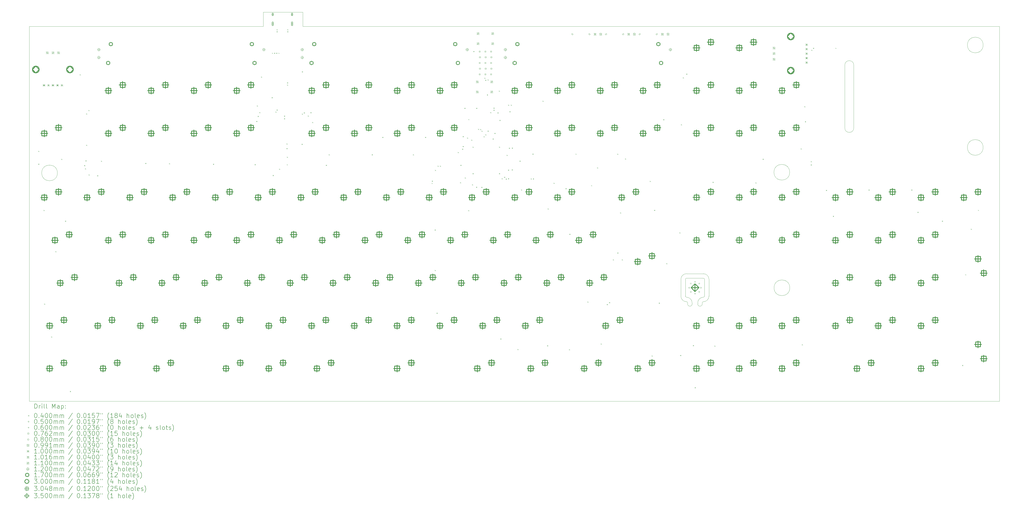
<source format=gbr>
%TF.GenerationSoftware,KiCad,Pcbnew,7.0.1*%
%TF.CreationDate,2023-03-18T22:21:51+01:00*%
%TF.ProjectId,berlin,6265726c-696e-42e6-9b69-6361645f7063,0.7*%
%TF.SameCoordinates,Original*%
%TF.FileFunction,Drillmap*%
%TF.FilePolarity,Positive*%
%FSLAX45Y45*%
G04 Gerber Fmt 4.5, Leading zero omitted, Abs format (unit mm)*
G04 Created by KiCad (PCBNEW 7.0.1) date 2023-03-18 22:21:51*
%MOMM*%
%LPD*%
G01*
G04 APERTURE LIST*
%ADD10C,0.050000*%
%ADD11C,0.100000*%
%ADD12C,0.200000*%
%ADD13C,0.040000*%
%ADD14C,0.060000*%
%ADD15C,0.076200*%
%ADD16C,0.080000*%
%ADD17C,0.099060*%
%ADD18C,0.101600*%
%ADD19C,0.110000*%
%ADD20C,0.120000*%
%ADD21C,0.170000*%
%ADD22C,0.300000*%
%ADD23C,0.304800*%
%ADD24C,0.350000*%
G04 APERTURE END LIST*
D10*
X40047500Y-7947500D02*
X40047500Y-5147500D01*
X32347500Y-14692500D02*
X32347500Y-15442500D01*
X32647500Y-15742500D02*
G75*
G03*
X32597500Y-15692500I-50000J0D01*
G01*
X33297500Y-15742500D02*
X33297500Y-15792500D01*
X32647500Y-15792500D02*
G75*
G03*
X32847500Y-15792500I100000J0D01*
G01*
X32847500Y-15742500D02*
G75*
G03*
X32597500Y-15492500I-250000J0D01*
G01*
X33397500Y-14692500D02*
G75*
G03*
X33347500Y-14642500I-50000J0D01*
G01*
D11*
X15507820Y-3426500D02*
X46540500Y-3424500D01*
X46539000Y-20126500D01*
X3320900Y-20126500D01*
X3320900Y-3426000D01*
X13742520Y-3426000D01*
X13742520Y-2791000D01*
X15507820Y-2791000D01*
X15507820Y-3426500D01*
D10*
X32547500Y-15442500D02*
G75*
G03*
X32597500Y-15492500I50000J0D01*
G01*
X33097500Y-15742500D02*
X33097500Y-15792500D01*
X4577500Y-9952500D02*
G75*
G03*
X4577500Y-9952500I-350000J0D01*
G01*
X40047500Y-5147500D02*
G75*
G03*
X39647500Y-5147500I-200000J-1434D01*
G01*
X33347500Y-15492500D02*
G75*
G03*
X33097500Y-15742500I0J-250000D01*
G01*
X33347500Y-15692500D02*
G75*
G03*
X33297500Y-15742500I0J-50000D01*
G01*
X33597500Y-14692500D02*
X33597500Y-15442500D01*
X37197500Y-15072500D02*
G75*
G03*
X37197500Y-15072500I-350000J0D01*
G01*
X33347500Y-14442500D02*
X32597500Y-14442500D01*
X32597500Y-14442500D02*
G75*
G03*
X32347500Y-14692500I0J-250000D01*
G01*
X32547500Y-15442500D02*
X32547500Y-14692500D01*
X45809500Y-8816922D02*
G75*
G03*
X45809500Y-8816922I-350000J0D01*
G01*
X39647500Y-5147500D02*
X39647500Y-7947500D01*
X33347500Y-15692500D02*
G75*
G03*
X33597500Y-15442500I0J250000D01*
G01*
X32647500Y-15792500D02*
X32647500Y-15742500D01*
X32847500Y-15792500D02*
X32847500Y-15742500D01*
X33397500Y-14692500D02*
X33397500Y-15442500D01*
X39647500Y-7947500D02*
G75*
G03*
X40047500Y-7947500I200000J0D01*
G01*
X37192500Y-9922500D02*
G75*
G03*
X37192500Y-9922500I-350000J0D01*
G01*
X32347500Y-15442500D02*
G75*
G03*
X32597500Y-15692500I250000J0D01*
G01*
X33097500Y-15792500D02*
G75*
G03*
X33297500Y-15792500I100000J0D01*
G01*
X32597500Y-14642500D02*
G75*
G03*
X32547500Y-14692500I0J-50000D01*
G01*
X45809878Y-4251500D02*
G75*
G03*
X45809878Y-4251500I-350000J0D01*
G01*
X33347500Y-15492500D02*
G75*
G03*
X33397500Y-15442500I0J50000D01*
G01*
X32597500Y-14642500D02*
X33347500Y-14642500D01*
X33597500Y-14692500D02*
G75*
G03*
X33347500Y-14442500I-250000J0D01*
G01*
D12*
D13*
X3720000Y-8968600D02*
X3760000Y-9008600D01*
X3760000Y-8968600D02*
X3720000Y-9008600D01*
X3720000Y-9540100D02*
X3760000Y-9580100D01*
X3760000Y-9540100D02*
X3720000Y-9580100D01*
X3962500Y-11600500D02*
X4002500Y-11640500D01*
X4002500Y-11600500D02*
X3962500Y-11640500D01*
X3986700Y-15775800D02*
X4026700Y-15815800D01*
X4026700Y-15775800D02*
X3986700Y-15815800D01*
X4301302Y-17243698D02*
X4341302Y-17283698D01*
X4341302Y-17243698D02*
X4301302Y-17283698D01*
X4482000Y-13439000D02*
X4522000Y-13479000D01*
X4522000Y-13439000D02*
X4482000Y-13479000D01*
X4747500Y-9327500D02*
X4787500Y-9367500D01*
X4787500Y-9327500D02*
X4747500Y-9367500D01*
X4915500Y-12081500D02*
X4955500Y-12121500D01*
X4955500Y-12081500D02*
X4915500Y-12121500D01*
X5132200Y-19672200D02*
X5172200Y-19712200D01*
X5172200Y-19672200D02*
X5132200Y-19712200D01*
X5567500Y-5557500D02*
X5607500Y-5597500D01*
X5607500Y-5557500D02*
X5567500Y-5597500D01*
X5767500Y-9607500D02*
X5807500Y-9647500D01*
X5807500Y-9607500D02*
X5767500Y-9647500D01*
X5807500Y-9747500D02*
X5847500Y-9787500D01*
X5847500Y-9747500D02*
X5807500Y-9787500D01*
X5827500Y-9391642D02*
X5867500Y-9431642D01*
X5867500Y-9391642D02*
X5827500Y-9431642D01*
X5857500Y-7302500D02*
X5897500Y-7342500D01*
X5897500Y-7302500D02*
X5857500Y-7342500D01*
X5858600Y-8697500D02*
X5898600Y-8737500D01*
X5898600Y-8697500D02*
X5858600Y-8737500D01*
X5957500Y-7147500D02*
X5997500Y-7187500D01*
X5997500Y-7147500D02*
X5957500Y-7187500D01*
X5967500Y-10017500D02*
X6007500Y-10057500D01*
X6007500Y-10017500D02*
X5967500Y-10057500D01*
X6347500Y-10057500D02*
X6387500Y-10097500D01*
X6387500Y-10057500D02*
X6347500Y-10097500D01*
X6517500Y-9407500D02*
X6557500Y-9447500D01*
X6557500Y-9407500D02*
X6517500Y-9447500D01*
X8487500Y-9507500D02*
X8527500Y-9547500D01*
X8527500Y-9507500D02*
X8487500Y-9547500D01*
X9549300Y-9522500D02*
X9589300Y-9562500D01*
X9589300Y-9522500D02*
X9549300Y-9562500D01*
X11507500Y-9542500D02*
X11547500Y-9582500D01*
X11547500Y-9542500D02*
X11507500Y-9582500D01*
X13362500Y-9562500D02*
X13402500Y-9602500D01*
X13402500Y-9562500D02*
X13362500Y-9602500D01*
X13435500Y-7635100D02*
X13475500Y-7675100D01*
X13475500Y-7635100D02*
X13435500Y-7675100D01*
X13462500Y-6947500D02*
X13502500Y-6987500D01*
X13502500Y-6947500D02*
X13462500Y-6987500D01*
X13498500Y-7410500D02*
X13538500Y-7450500D01*
X13538500Y-7410500D02*
X13498500Y-7450500D01*
X13567500Y-7241500D02*
X13607500Y-7281500D01*
X13607500Y-7241500D02*
X13567500Y-7281500D01*
X13647500Y-5657500D02*
X13687500Y-5697500D01*
X13687500Y-5657500D02*
X13647500Y-5697500D01*
X14117500Y-6577500D02*
X14157500Y-6617500D01*
X14157500Y-6577500D02*
X14117500Y-6617500D01*
X14131460Y-4597260D02*
X14171460Y-4637260D01*
X14171460Y-4597260D02*
X14131460Y-4637260D01*
X14167500Y-10047500D02*
X14207500Y-10087500D01*
X14207500Y-10047500D02*
X14167500Y-10087500D01*
X14227980Y-4597260D02*
X14267980Y-4637260D01*
X14267980Y-4597260D02*
X14227980Y-4637260D01*
X14286400Y-7216000D02*
X14326400Y-7256000D01*
X14326400Y-7216000D02*
X14286400Y-7256000D01*
X14324500Y-4597260D02*
X14364500Y-4637260D01*
X14364500Y-4597260D02*
X14324500Y-4637260D01*
X14337500Y-7127500D02*
X14377500Y-7167500D01*
X14377500Y-7127500D02*
X14337500Y-7167500D01*
X14342280Y-3549680D02*
X14382280Y-3589680D01*
X14382280Y-3549680D02*
X14342280Y-3589680D01*
X14342280Y-3639680D02*
X14382280Y-3679680D01*
X14382280Y-3639680D02*
X14342280Y-3679680D01*
X14421020Y-4597260D02*
X14461020Y-4637260D01*
X14461020Y-4597260D02*
X14421020Y-4637260D01*
X14447500Y-9767500D02*
X14487500Y-9807500D01*
X14487500Y-9767500D02*
X14447500Y-9807500D01*
X14667500Y-7400250D02*
X14707500Y-7440250D01*
X14707500Y-7400250D02*
X14667500Y-7440250D01*
X14667500Y-7517500D02*
X14707500Y-7557500D01*
X14707500Y-7517500D02*
X14667500Y-7557500D01*
X14777500Y-8847500D02*
X14817500Y-8887500D01*
X14817500Y-8847500D02*
X14777500Y-8887500D01*
X14782500Y-8642500D02*
X14822500Y-8682500D01*
X14822500Y-8642500D02*
X14782500Y-8682500D01*
X14792500Y-9567500D02*
X14832500Y-9607500D01*
X14832500Y-9567500D02*
X14792500Y-9607500D01*
X14797500Y-9230750D02*
X14837500Y-9270750D01*
X14837500Y-9230750D02*
X14797500Y-9270750D01*
X14807500Y-5917500D02*
X14847500Y-5957500D01*
X14847500Y-5917500D02*
X14807500Y-5957500D01*
X14807500Y-6017500D02*
X14847500Y-6057500D01*
X14847500Y-6017500D02*
X14807500Y-6057500D01*
X14812180Y-3548960D02*
X14852180Y-3588960D01*
X14852180Y-3548960D02*
X14812180Y-3588960D01*
X14812180Y-3638960D02*
X14852180Y-3678960D01*
X14852180Y-3638960D02*
X14812180Y-3678960D01*
X15452500Y-8657500D02*
X15492500Y-8697500D01*
X15492500Y-8657500D02*
X15452500Y-8697500D01*
X15467500Y-5427500D02*
X15507500Y-5467500D01*
X15507500Y-5427500D02*
X15467500Y-5467500D01*
X15467500Y-7307500D02*
X15507500Y-7347500D01*
X15507500Y-7307500D02*
X15467500Y-7347500D01*
X15552258Y-7254526D02*
X15592258Y-7294526D01*
X15592258Y-7254526D02*
X15552258Y-7294526D01*
X15730500Y-7396500D02*
X15770500Y-7436500D01*
X15770500Y-7396500D02*
X15730500Y-7436500D01*
X15847500Y-7247500D02*
X15887500Y-7287500D01*
X15887500Y-7247500D02*
X15847500Y-7287500D01*
X15923500Y-7681500D02*
X15963500Y-7721500D01*
X15963500Y-7681500D02*
X15923500Y-7721500D01*
X16532500Y-9591450D02*
X16572500Y-9631450D01*
X16572500Y-9591450D02*
X16532500Y-9631450D01*
X16660500Y-9120500D02*
X16700500Y-9160500D01*
X16700500Y-9120500D02*
X16660500Y-9160500D01*
X18577500Y-9121500D02*
X18617500Y-9161500D01*
X18617500Y-9121500D02*
X18577500Y-9161500D01*
X19048900Y-8346300D02*
X19088900Y-8386300D01*
X19088900Y-8346300D02*
X19048900Y-8386300D01*
X20409500Y-9119500D02*
X20449500Y-9159500D01*
X20449500Y-9119500D02*
X20409500Y-9159500D01*
X20953900Y-8346300D02*
X20993900Y-8386300D01*
X20993900Y-8346300D02*
X20953900Y-8386300D01*
X21245500Y-10396624D02*
X21285500Y-10436624D01*
X21285500Y-10396624D02*
X21245500Y-10436624D01*
X21252199Y-10296898D02*
X21292199Y-10336898D01*
X21292199Y-10296898D02*
X21252199Y-10336898D01*
X21380500Y-12475500D02*
X21420500Y-12515500D01*
X21420500Y-12475500D02*
X21380500Y-12515500D01*
X21384477Y-14277200D02*
X21424477Y-14317200D01*
X21424477Y-14277200D02*
X21384477Y-14317200D01*
X21392500Y-9817550D02*
X21432500Y-9857550D01*
X21432500Y-9817550D02*
X21392500Y-9857550D01*
X21464340Y-16182300D02*
X21504340Y-16222300D01*
X21504340Y-16182300D02*
X21464340Y-16222300D01*
X21512500Y-9631402D02*
X21552500Y-9671402D01*
X21552500Y-9631402D02*
X21512500Y-9671402D01*
X21612500Y-9631403D02*
X21652500Y-9671403D01*
X21652500Y-9631403D02*
X21612500Y-9671403D01*
X22406500Y-9018500D02*
X22446500Y-9058500D01*
X22446500Y-9018500D02*
X22406500Y-9058500D01*
X22509650Y-10368067D02*
X22549650Y-10408067D01*
X22549650Y-10368067D02*
X22509650Y-10408067D01*
X22525219Y-9592500D02*
X22565219Y-9632500D01*
X22565219Y-9592500D02*
X22525219Y-9632500D01*
X22602500Y-8872500D02*
X22642500Y-8912500D01*
X22642500Y-8872500D02*
X22602500Y-8912500D01*
X22630122Y-8754878D02*
X22670122Y-8794878D01*
X22670122Y-8754878D02*
X22630122Y-8794878D01*
X22630300Y-8314650D02*
X22670300Y-8354650D01*
X22670300Y-8314650D02*
X22630300Y-8354650D01*
X22707500Y-7052500D02*
X22747500Y-7092500D01*
X22747500Y-7052500D02*
X22707500Y-7092500D01*
X22722046Y-10152546D02*
X22762046Y-10192546D01*
X22762046Y-10152546D02*
X22722046Y-10192546D01*
X22822500Y-8377500D02*
X22862500Y-8417500D01*
X22862500Y-8377500D02*
X22822500Y-8417500D01*
X22871600Y-11610200D02*
X22911600Y-11650200D01*
X22911600Y-11610200D02*
X22871600Y-11650200D01*
X22877500Y-7552500D02*
X22917500Y-7592500D01*
X22917500Y-7552500D02*
X22877500Y-7592500D01*
X23007838Y-8467162D02*
X23047838Y-8507162D01*
X23047838Y-8467162D02*
X23007838Y-8507162D01*
X23042500Y-10462500D02*
X23082500Y-10502500D01*
X23082500Y-10462500D02*
X23042500Y-10502500D01*
X23071500Y-8785500D02*
X23111500Y-8825500D01*
X23111500Y-8785500D02*
X23071500Y-8825500D01*
X23071500Y-9964500D02*
X23111500Y-10004500D01*
X23111500Y-9964500D02*
X23071500Y-10004500D01*
X23102450Y-4521060D02*
X23142450Y-4561060D01*
X23142450Y-4521060D02*
X23102450Y-4561060D01*
X23225500Y-10571500D02*
X23265500Y-10611500D01*
X23265500Y-10571500D02*
X23225500Y-10611500D01*
X23227500Y-7052500D02*
X23267500Y-7092500D01*
X23267500Y-7052500D02*
X23227500Y-7092500D01*
X23312500Y-7987625D02*
X23352500Y-8027625D01*
X23352500Y-7987625D02*
X23312500Y-8027625D01*
X23408038Y-7996962D02*
X23448038Y-8036962D01*
X23448038Y-7996962D02*
X23408038Y-8036962D01*
X23457500Y-10575150D02*
X23497500Y-10615150D01*
X23497500Y-10575150D02*
X23457500Y-10615150D01*
X23467500Y-8072500D02*
X23507500Y-8112500D01*
X23507500Y-8072500D02*
X23467500Y-8112500D01*
X23562500Y-8317500D02*
X23602500Y-8357500D01*
X23602500Y-8317500D02*
X23562500Y-8357500D01*
X23592820Y-5712180D02*
X23632820Y-5752180D01*
X23632820Y-5712180D02*
X23592820Y-5752180D01*
X23631060Y-5802550D02*
X23671060Y-5842550D01*
X23671060Y-5802550D02*
X23631060Y-5842550D01*
X23637500Y-8232500D02*
X23677500Y-8272500D01*
X23677500Y-8232500D02*
X23637500Y-8272500D01*
X23707500Y-6452500D02*
X23747500Y-6492500D01*
X23747500Y-6452500D02*
X23707500Y-6492500D01*
X23737500Y-8067500D02*
X23777500Y-8107500D01*
X23777500Y-8067500D02*
X23737500Y-8107500D01*
X23740342Y-5788582D02*
X23780342Y-5828582D01*
X23780342Y-5788582D02*
X23740342Y-5828582D01*
X23857500Y-7242500D02*
X23897500Y-7282500D01*
X23897500Y-7242500D02*
X23857500Y-7282500D01*
X23961500Y-8417500D02*
X24001500Y-8457500D01*
X24001500Y-8417500D02*
X23961500Y-8457500D01*
X24002500Y-7042500D02*
X24042500Y-7082500D01*
X24042500Y-7042500D02*
X24002500Y-7082500D01*
X24002500Y-7137500D02*
X24042500Y-7177500D01*
X24042500Y-7137500D02*
X24002500Y-7177500D01*
X24040000Y-8168500D02*
X24080000Y-8208500D01*
X24080000Y-8168500D02*
X24040000Y-8208500D01*
X24179700Y-7254100D02*
X24219700Y-7294100D01*
X24219700Y-7254100D02*
X24179700Y-7294100D01*
X24237500Y-6287500D02*
X24277500Y-6327500D01*
X24277500Y-6287500D02*
X24237500Y-6327500D01*
X24248500Y-8785500D02*
X24288500Y-8825500D01*
X24288500Y-8785500D02*
X24248500Y-8825500D01*
X24248500Y-9964500D02*
X24288500Y-10004500D01*
X24288500Y-9964500D02*
X24248500Y-10004500D01*
X24267500Y-7587500D02*
X24307500Y-7627500D01*
X24307500Y-7587500D02*
X24267500Y-7627500D01*
X24304500Y-17331500D02*
X24344500Y-17371500D01*
X24344500Y-17331500D02*
X24304500Y-17371500D01*
X24367500Y-10187500D02*
X24407500Y-10227500D01*
X24407500Y-10187500D02*
X24367500Y-10227500D01*
X24477502Y-10124336D02*
X24517502Y-10164336D01*
X24517502Y-10124336D02*
X24477502Y-10164336D01*
X24547500Y-10207500D02*
X24587500Y-10247500D01*
X24587500Y-10207500D02*
X24547500Y-10247500D01*
X24587500Y-9147500D02*
X24627500Y-9187500D01*
X24627500Y-9147500D02*
X24587500Y-9187500D01*
X24647500Y-9807500D02*
X24687500Y-9847500D01*
X24687500Y-9807500D02*
X24647500Y-9847500D01*
X24647500Y-10187500D02*
X24687500Y-10227500D01*
X24687500Y-10187500D02*
X24647500Y-10227500D01*
X24652500Y-6912500D02*
X24692500Y-6952500D01*
X24692500Y-6912500D02*
X24652500Y-6952500D01*
X24687700Y-8828900D02*
X24727700Y-8868900D01*
X24727700Y-8828900D02*
X24687700Y-8868900D01*
X24713100Y-7203300D02*
X24753100Y-7243300D01*
X24753100Y-7203300D02*
X24713100Y-7243300D01*
X24772500Y-6912500D02*
X24812500Y-6952500D01*
X24812500Y-6912500D02*
X24772500Y-6952500D01*
X24814700Y-9794100D02*
X24854700Y-9834100D01*
X24854700Y-9794100D02*
X24814700Y-9834100D01*
X24817598Y-8827500D02*
X24857598Y-8867500D01*
X24857598Y-8827500D02*
X24817598Y-8867500D01*
X25067500Y-17799500D02*
X25107500Y-17839500D01*
X25107500Y-17799500D02*
X25067500Y-17839500D01*
X25157550Y-9405050D02*
X25197550Y-9445050D01*
X25197550Y-9405050D02*
X25157550Y-9445050D01*
X25228720Y-10685640D02*
X25268720Y-10725640D01*
X25268720Y-10685640D02*
X25228720Y-10725640D01*
X25658500Y-10199500D02*
X25698500Y-10239500D01*
X25698500Y-10199500D02*
X25658500Y-10239500D01*
X25737500Y-9093500D02*
X25777500Y-9133500D01*
X25777500Y-9093500D02*
X25737500Y-9133500D01*
X25757500Y-10199500D02*
X25797500Y-10239500D01*
X25797500Y-10199500D02*
X25757500Y-10239500D01*
X26186300Y-6733400D02*
X26226300Y-6773400D01*
X26226300Y-6733400D02*
X26186300Y-6773400D01*
X26386500Y-17634500D02*
X26426500Y-17674500D01*
X26426500Y-17634500D02*
X26386500Y-17674500D01*
X26414900Y-11534000D02*
X26454900Y-11574000D01*
X26454900Y-11534000D02*
X26414900Y-11574000D01*
X26675000Y-10394000D02*
X26715000Y-10434000D01*
X26715000Y-10394000D02*
X26675000Y-10434000D01*
X27209920Y-10633470D02*
X27249920Y-10673470D01*
X27249920Y-10633470D02*
X27209920Y-10673470D01*
X27362500Y-17807500D02*
X27402500Y-17847500D01*
X27402500Y-17807500D02*
X27362500Y-17847500D01*
X27380100Y-12664300D02*
X27420100Y-12704300D01*
X27420100Y-12664300D02*
X27380100Y-12704300D01*
X27653500Y-9092500D02*
X27693500Y-9132500D01*
X27693500Y-9092500D02*
X27653500Y-9132500D01*
X28180500Y-15681500D02*
X28220500Y-15721500D01*
X28220500Y-15681500D02*
X28180500Y-15721500D01*
X28347500Y-10497500D02*
X28387500Y-10537500D01*
X28387500Y-10497500D02*
X28347500Y-10537500D01*
X28612000Y-9705200D02*
X28652000Y-9745200D01*
X28652000Y-9705200D02*
X28612000Y-9745200D01*
X28777100Y-17553800D02*
X28817100Y-17593800D01*
X28817100Y-17553800D02*
X28777100Y-17593800D01*
X29047500Y-15797500D02*
X29087500Y-15837500D01*
X29087500Y-15797500D02*
X29047500Y-15837500D01*
X29145500Y-15712500D02*
X29185500Y-15752500D01*
X29185500Y-15712500D02*
X29145500Y-15752500D01*
X29316500Y-13801500D02*
X29356500Y-13841500D01*
X29356500Y-13801500D02*
X29316500Y-13841500D01*
X29509500Y-9098500D02*
X29549500Y-9138500D01*
X29549500Y-9098500D02*
X29509500Y-9138500D01*
X29516500Y-13501500D02*
X29556500Y-13541500D01*
X29556500Y-13501500D02*
X29516500Y-13541500D01*
X29640700Y-11711800D02*
X29680700Y-11751800D01*
X29680700Y-11711800D02*
X29640700Y-11751800D01*
X29716500Y-13801500D02*
X29756500Y-13841500D01*
X29756500Y-13801500D02*
X29716500Y-13841500D01*
X29857500Y-9307500D02*
X29897500Y-9347500D01*
X29897500Y-9307500D02*
X29857500Y-9347500D01*
X30957500Y-10307500D02*
X30997500Y-10347500D01*
X30997500Y-10307500D02*
X30957500Y-10347500D01*
X31044500Y-18088500D02*
X31084500Y-18128500D01*
X31084500Y-18088500D02*
X31044500Y-18128500D01*
X31152000Y-11597500D02*
X31192000Y-11637500D01*
X31192000Y-11597500D02*
X31152000Y-11637500D01*
X31362500Y-15737500D02*
X31402500Y-15777500D01*
X31402500Y-15737500D02*
X31362500Y-15777500D01*
X31558300Y-7559000D02*
X31598300Y-7599000D01*
X31598300Y-7559000D02*
X31558300Y-7599000D01*
X31695500Y-13974500D02*
X31735500Y-14014500D01*
X31735500Y-13974500D02*
X31695500Y-14014500D01*
X32282300Y-12600800D02*
X32322300Y-12640800D01*
X32322300Y-12600800D02*
X32282300Y-12640800D01*
X32313500Y-18067500D02*
X32353500Y-18107500D01*
X32353500Y-18067500D02*
X32313500Y-18107500D01*
X32348340Y-7784960D02*
X32388340Y-7824960D01*
X32388340Y-7784960D02*
X32348340Y-7824960D01*
X32434700Y-5694540D02*
X32474700Y-5734540D01*
X32474700Y-5694540D02*
X32434700Y-5734540D01*
X32587100Y-5526900D02*
X32627100Y-5566900D01*
X32627100Y-5526900D02*
X32587100Y-5566900D01*
X32882500Y-17627500D02*
X32922500Y-17667500D01*
X32922500Y-17627500D02*
X32882500Y-17667500D01*
X32962750Y-19499250D02*
X33002750Y-19539250D01*
X33002750Y-19499250D02*
X32962750Y-19539250D01*
X33757500Y-10347500D02*
X33797500Y-10387500D01*
X33797500Y-10347500D02*
X33757500Y-10387500D01*
X33837500Y-17647500D02*
X33877500Y-17687500D01*
X33877500Y-17647500D02*
X33837500Y-17687500D01*
X35667500Y-10377500D02*
X35707500Y-10417500D01*
X35707500Y-10377500D02*
X35667500Y-10417500D01*
X35986887Y-9319887D02*
X36026887Y-9359887D01*
X36026887Y-9319887D02*
X35986887Y-9359887D01*
X37681500Y-8858500D02*
X37721500Y-8898500D01*
X37721500Y-8858500D02*
X37681500Y-8898500D01*
X37732500Y-17587500D02*
X37772500Y-17627500D01*
X37772500Y-17587500D02*
X37732500Y-17627500D01*
X37843500Y-6982500D02*
X37883500Y-7022500D01*
X37883500Y-6982500D02*
X37843500Y-7022500D01*
X37872500Y-7646500D02*
X37912500Y-7686500D01*
X37912500Y-7646500D02*
X37872500Y-7686500D01*
X38129500Y-9429500D02*
X38169500Y-9469500D01*
X38169500Y-9429500D02*
X38129500Y-9469500D01*
X38129500Y-9574500D02*
X38169500Y-9614500D01*
X38169500Y-9574500D02*
X38129500Y-9614500D01*
X38157500Y-4467500D02*
X38197500Y-4507500D01*
X38197500Y-4467500D02*
X38157500Y-4507500D01*
X38232500Y-4377500D02*
X38272500Y-4417500D01*
X38272500Y-4377500D02*
X38232500Y-4417500D01*
X38810100Y-10708500D02*
X38850100Y-10748500D01*
X38850100Y-10708500D02*
X38810100Y-10748500D01*
X39117500Y-11867500D02*
X39157500Y-11907500D01*
X39157500Y-11867500D02*
X39117500Y-11907500D01*
X39227500Y-4377500D02*
X39267500Y-4417500D01*
X39267500Y-4377500D02*
X39227500Y-4417500D01*
X40704840Y-10693360D02*
X40744840Y-10733360D01*
X40744840Y-10693360D02*
X40704840Y-10733360D01*
X42609840Y-10693360D02*
X42649840Y-10733360D01*
X42649840Y-10693360D02*
X42609840Y-10733360D01*
X42886500Y-11690500D02*
X42926500Y-11730500D01*
X42926500Y-11690500D02*
X42886500Y-11730500D01*
X43973500Y-12081500D02*
X44013500Y-12121500D01*
X44013500Y-12081500D02*
X43973500Y-12121500D01*
X44875500Y-18510500D02*
X44915500Y-18550500D01*
X44915500Y-18510500D02*
X44875500Y-18550500D01*
X45010500Y-14468500D02*
X45050500Y-14508500D01*
X45050500Y-14468500D02*
X45010500Y-14508500D01*
X45259500Y-12440500D02*
X45299500Y-12480500D01*
X45299500Y-12440500D02*
X45259500Y-12480500D01*
X45577500Y-11597500D02*
X45617500Y-11637500D01*
X45617500Y-11597500D02*
X45577500Y-11637500D01*
D10*
X32740000Y-15067500D02*
G75*
G03*
X32740000Y-15067500I-25000J0D01*
G01*
X32816884Y-14881884D02*
G75*
G03*
X32816884Y-14881884I-25000J0D01*
G01*
X32816884Y-15253115D02*
G75*
G03*
X32816884Y-15253115I-25000J0D01*
G01*
X33002500Y-14805000D02*
G75*
G03*
X33002500Y-14805000I-25000J0D01*
G01*
X33002500Y-15330000D02*
G75*
G03*
X33002500Y-15330000I-25000J0D01*
G01*
X33188115Y-14881884D02*
G75*
G03*
X33188115Y-14881884I-25000J0D01*
G01*
X33188115Y-15253115D02*
G75*
G03*
X33188115Y-15253115I-25000J0D01*
G01*
X33265000Y-15067500D02*
G75*
G03*
X33265000Y-15067500I-25000J0D01*
G01*
D14*
X14168500Y-2857250D02*
X14168500Y-2917250D01*
X14138500Y-2887250D02*
X14198500Y-2887250D01*
D12*
X14138500Y-2857250D02*
X14138500Y-2917250D01*
X14138500Y-2917250D02*
G75*
G03*
X14198500Y-2917250I30000J0D01*
G01*
X14198500Y-2917250D02*
X14198500Y-2857250D01*
X14198500Y-2857250D02*
G75*
G03*
X14138500Y-2857250I-30000J0D01*
G01*
D14*
X14168500Y-3277250D02*
X14168500Y-3337250D01*
X14138500Y-3307250D02*
X14198500Y-3307250D01*
D12*
X14138500Y-3252250D02*
X14138500Y-3362250D01*
X14138500Y-3362250D02*
G75*
G03*
X14198500Y-3362250I30000J0D01*
G01*
X14198500Y-3362250D02*
X14198500Y-3252250D01*
X14198500Y-3252250D02*
G75*
G03*
X14138500Y-3252250I-30000J0D01*
G01*
D14*
X15028500Y-2857250D02*
X15028500Y-2917250D01*
X14998500Y-2887250D02*
X15058500Y-2887250D01*
D12*
X14998500Y-2857250D02*
X14998500Y-2917250D01*
X14998500Y-2917250D02*
G75*
G03*
X15058500Y-2917250I30000J0D01*
G01*
X15058500Y-2917250D02*
X15058500Y-2857250D01*
X15058500Y-2857250D02*
G75*
G03*
X14998500Y-2857250I-30000J0D01*
G01*
D14*
X15028500Y-3277250D02*
X15028500Y-3337250D01*
X14998500Y-3307250D02*
X15058500Y-3307250D01*
D12*
X14998500Y-3252250D02*
X14998500Y-3362250D01*
X14998500Y-3362250D02*
G75*
G03*
X15058500Y-3362250I30000J0D01*
G01*
X15058500Y-3362250D02*
X15058500Y-3252250D01*
X15058500Y-3252250D02*
G75*
G03*
X14998500Y-3252250I-30000J0D01*
G01*
D15*
X23407891Y-4568001D02*
X23407891Y-4514119D01*
X23354009Y-4514119D01*
X23354009Y-4568001D01*
X23407891Y-4568001D01*
X23407891Y-5076001D02*
X23407891Y-5022119D01*
X23354009Y-5022119D01*
X23354009Y-5076001D01*
X23407891Y-5076001D01*
X23407891Y-5584001D02*
X23407891Y-5530119D01*
X23354009Y-5530119D01*
X23354009Y-5584001D01*
X23407891Y-5584001D01*
X23420591Y-4822001D02*
X23420591Y-4768119D01*
X23366709Y-4768119D01*
X23366709Y-4822001D01*
X23420591Y-4822001D01*
X23420591Y-5330001D02*
X23420591Y-5276119D01*
X23366709Y-5276119D01*
X23366709Y-5330001D01*
X23420591Y-5330001D01*
X23661491Y-4568001D02*
X23661491Y-4514119D01*
X23607609Y-4514119D01*
X23607609Y-4568001D01*
X23661491Y-4568001D01*
X23661491Y-5076001D02*
X23661491Y-5022119D01*
X23607609Y-5022119D01*
X23607609Y-5076001D01*
X23661491Y-5076001D01*
X23661491Y-5584001D02*
X23661491Y-5530119D01*
X23607609Y-5530119D01*
X23607609Y-5584001D01*
X23661491Y-5584001D01*
X23674191Y-4822001D02*
X23674191Y-4768119D01*
X23620309Y-4768119D01*
X23620309Y-4822001D01*
X23674191Y-4822001D01*
X23674191Y-5330001D02*
X23674191Y-5276119D01*
X23620309Y-5276119D01*
X23620309Y-5330001D01*
X23674191Y-5330001D01*
X23915491Y-4568001D02*
X23915491Y-4514119D01*
X23861609Y-4514119D01*
X23861609Y-4568001D01*
X23915491Y-4568001D01*
X23915491Y-5076001D02*
X23915491Y-5022119D01*
X23861609Y-5022119D01*
X23861609Y-5076001D01*
X23915491Y-5076001D01*
X23915491Y-5584001D02*
X23915491Y-5530119D01*
X23861609Y-5530119D01*
X23861609Y-5584001D01*
X23915491Y-5584001D01*
X23928191Y-4822001D02*
X23928191Y-4768119D01*
X23874309Y-4768119D01*
X23874309Y-4822001D01*
X23928191Y-4822001D01*
X23928191Y-5330001D02*
X23928191Y-5276119D01*
X23874309Y-5276119D01*
X23874309Y-5330001D01*
X23928191Y-5330001D01*
D16*
X27507500Y-3807500D02*
X27547500Y-3767500D01*
X27507500Y-3727500D01*
X27467500Y-3767500D01*
X27507500Y-3807500D01*
X28269500Y-3807500D02*
X28309500Y-3767500D01*
X28269500Y-3727500D01*
X28229500Y-3767500D01*
X28269500Y-3807500D01*
X29007500Y-3807500D02*
X29047500Y-3767500D01*
X29007500Y-3727500D01*
X28967500Y-3767500D01*
X29007500Y-3807500D01*
X29769500Y-3807500D02*
X29809500Y-3767500D01*
X29769500Y-3727500D01*
X29729500Y-3767500D01*
X29769500Y-3807500D01*
X30507500Y-3807500D02*
X30547500Y-3767500D01*
X30507500Y-3727500D01*
X30467500Y-3767500D01*
X30507500Y-3807500D01*
X31269500Y-3807500D02*
X31309500Y-3767500D01*
X31269500Y-3727500D01*
X31229500Y-3767500D01*
X31269500Y-3807500D01*
D17*
X28724970Y-3717970D02*
X28824030Y-3817030D01*
X28824030Y-3717970D02*
X28724970Y-3817030D01*
X28824030Y-3767500D02*
G75*
G03*
X28824030Y-3767500I-49530J0D01*
G01*
X30224970Y-3717970D02*
X30324030Y-3817030D01*
X30324030Y-3717970D02*
X30224970Y-3817030D01*
X30324030Y-3767500D02*
G75*
G03*
X30324030Y-3767500I-49530J0D01*
G01*
X31724970Y-3717970D02*
X31824030Y-3817030D01*
X31824030Y-3717970D02*
X31724970Y-3817030D01*
X31824030Y-3767500D02*
G75*
G03*
X31824030Y-3767500I-49530J0D01*
G01*
D11*
X3925000Y-5993300D02*
X4025000Y-6093300D01*
X4025000Y-5993300D02*
X3925000Y-6093300D01*
X3975000Y-5993300D02*
X3975000Y-6093300D01*
X3925000Y-6043300D02*
X4025000Y-6043300D01*
X4125000Y-5993300D02*
X4225000Y-6093300D01*
X4225000Y-5993300D02*
X4125000Y-6093300D01*
X4175000Y-5993300D02*
X4175000Y-6093300D01*
X4125000Y-6043300D02*
X4225000Y-6043300D01*
X4325000Y-5993300D02*
X4425000Y-6093300D01*
X4425000Y-5993300D02*
X4325000Y-6093300D01*
X4375000Y-5993300D02*
X4375000Y-6093300D01*
X4325000Y-6043300D02*
X4425000Y-6043300D01*
X4525000Y-5993300D02*
X4625000Y-6093300D01*
X4625000Y-5993300D02*
X4525000Y-6093300D01*
X4575000Y-5993300D02*
X4575000Y-6093300D01*
X4525000Y-6043300D02*
X4625000Y-6043300D01*
X4725000Y-5993300D02*
X4825000Y-6093300D01*
X4825000Y-5993300D02*
X4725000Y-6093300D01*
X4775000Y-5993300D02*
X4775000Y-6093300D01*
X4725000Y-6043300D02*
X4825000Y-6043300D01*
X37892200Y-4182500D02*
X37992200Y-4282500D01*
X37992200Y-4182500D02*
X37892200Y-4282500D01*
X37942200Y-4182500D02*
X37942200Y-4282500D01*
X37892200Y-4232500D02*
X37992200Y-4232500D01*
X37892200Y-4382500D02*
X37992200Y-4482500D01*
X37992200Y-4382500D02*
X37892200Y-4482500D01*
X37942200Y-4382500D02*
X37942200Y-4482500D01*
X37892200Y-4432500D02*
X37992200Y-4432500D01*
X37892200Y-4582500D02*
X37992200Y-4682500D01*
X37992200Y-4582500D02*
X37892200Y-4682500D01*
X37942200Y-4582500D02*
X37942200Y-4682500D01*
X37892200Y-4632500D02*
X37992200Y-4632500D01*
X37892200Y-4782500D02*
X37992200Y-4882500D01*
X37992200Y-4782500D02*
X37892200Y-4882500D01*
X37942200Y-4782500D02*
X37942200Y-4882500D01*
X37892200Y-4832500D02*
X37992200Y-4832500D01*
X37892200Y-4982500D02*
X37992200Y-5082500D01*
X37992200Y-4982500D02*
X37892200Y-5082500D01*
X37942200Y-4982500D02*
X37942200Y-5082500D01*
X37892200Y-5032500D02*
X37992200Y-5032500D01*
D18*
X28469700Y-3716700D02*
X28571300Y-3818300D01*
X28571300Y-3716700D02*
X28469700Y-3818300D01*
X28556421Y-3803421D02*
X28556421Y-3731579D01*
X28484579Y-3731579D01*
X28484579Y-3803421D01*
X28556421Y-3803421D01*
X29969700Y-3716700D02*
X30071300Y-3818300D01*
X30071300Y-3716700D02*
X29969700Y-3818300D01*
X30056421Y-3803421D02*
X30056421Y-3731579D01*
X29984579Y-3731579D01*
X29984579Y-3803421D01*
X30056421Y-3803421D01*
X31469700Y-3716700D02*
X31571300Y-3818300D01*
X31571300Y-3716700D02*
X31469700Y-3818300D01*
X31556421Y-3803421D02*
X31556421Y-3731579D01*
X31484579Y-3731579D01*
X31484579Y-3803421D01*
X31556421Y-3803421D01*
D19*
X4070000Y-4538300D02*
X4180000Y-4648300D01*
X4180000Y-4538300D02*
X4070000Y-4648300D01*
X4125000Y-4648300D02*
X4180000Y-4593300D01*
X4125000Y-4538300D01*
X4070000Y-4593300D01*
X4125000Y-4648300D01*
X4320000Y-4538300D02*
X4430000Y-4648300D01*
X4430000Y-4538300D02*
X4320000Y-4648300D01*
X4375000Y-4648300D02*
X4430000Y-4593300D01*
X4375000Y-4538300D01*
X4320000Y-4593300D01*
X4375000Y-4648300D01*
X4570000Y-4538300D02*
X4680000Y-4648300D01*
X4680000Y-4538300D02*
X4570000Y-4648300D01*
X4625000Y-4648300D02*
X4680000Y-4593300D01*
X4625000Y-4538300D01*
X4570000Y-4593300D01*
X4625000Y-4648300D01*
X23217500Y-5837500D02*
X23327500Y-5947500D01*
X23327500Y-5837500D02*
X23217500Y-5947500D01*
X23272500Y-5947500D02*
X23327500Y-5892500D01*
X23272500Y-5837500D01*
X23217500Y-5892500D01*
X23272500Y-5947500D01*
X23217500Y-6287500D02*
X23327500Y-6397500D01*
X23327500Y-6287500D02*
X23217500Y-6397500D01*
X23272500Y-6397500D02*
X23327500Y-6342500D01*
X23272500Y-6287500D01*
X23217500Y-6342500D01*
X23272500Y-6397500D01*
X23257500Y-3687500D02*
X23367500Y-3797500D01*
X23367500Y-3687500D02*
X23257500Y-3797500D01*
X23312500Y-3797500D02*
X23367500Y-3742500D01*
X23312500Y-3687500D01*
X23257500Y-3742500D01*
X23312500Y-3797500D01*
X23257500Y-4137500D02*
X23367500Y-4247500D01*
X23367500Y-4137500D02*
X23257500Y-4247500D01*
X23312500Y-4247500D02*
X23367500Y-4192500D01*
X23312500Y-4137500D01*
X23257500Y-4192500D01*
X23312500Y-4247500D01*
X23867500Y-5837500D02*
X23977500Y-5947500D01*
X23977500Y-5837500D02*
X23867500Y-5947500D01*
X23922500Y-5947500D02*
X23977500Y-5892500D01*
X23922500Y-5837500D01*
X23867500Y-5892500D01*
X23922500Y-5947500D01*
X23867500Y-6287500D02*
X23977500Y-6397500D01*
X23977500Y-6287500D02*
X23867500Y-6397500D01*
X23922500Y-6397500D02*
X23977500Y-6342500D01*
X23922500Y-6287500D01*
X23867500Y-6342500D01*
X23922500Y-6397500D01*
X23907500Y-3687500D02*
X24017500Y-3797500D01*
X24017500Y-3687500D02*
X23907500Y-3797500D01*
X23962500Y-3797500D02*
X24017500Y-3742500D01*
X23962500Y-3687500D01*
X23907500Y-3742500D01*
X23962500Y-3797500D01*
X23907500Y-4137500D02*
X24017500Y-4247500D01*
X24017500Y-4137500D02*
X23907500Y-4247500D01*
X23962500Y-4247500D02*
X24017500Y-4192500D01*
X23962500Y-4137500D01*
X23907500Y-4192500D01*
X23962500Y-4247500D01*
X36437200Y-4327500D02*
X36547200Y-4437500D01*
X36547200Y-4327500D02*
X36437200Y-4437500D01*
X36492200Y-4437500D02*
X36547200Y-4382500D01*
X36492200Y-4327500D01*
X36437200Y-4382500D01*
X36492200Y-4437500D01*
X36437200Y-4577500D02*
X36547200Y-4687500D01*
X36547200Y-4577500D02*
X36437200Y-4687500D01*
X36492200Y-4687500D02*
X36547200Y-4632500D01*
X36492200Y-4577500D01*
X36437200Y-4632500D01*
X36492200Y-4687500D01*
X36437200Y-4827500D02*
X36547200Y-4937500D01*
X36547200Y-4827500D02*
X36437200Y-4937500D01*
X36492200Y-4937500D02*
X36547200Y-4882500D01*
X36492200Y-4827500D01*
X36437200Y-4882500D01*
X36492200Y-4937500D01*
D20*
X6422125Y-4397500D02*
X6422125Y-4517500D01*
X6362125Y-4457500D02*
X6482125Y-4457500D01*
X6482125Y-4457500D02*
G75*
G03*
X6482125Y-4457500I-60000J0D01*
G01*
X6422125Y-4747500D02*
X6422125Y-4867500D01*
X6362125Y-4807500D02*
X6482125Y-4807500D01*
X6482125Y-4807500D02*
G75*
G03*
X6482125Y-4807500I-60000J0D01*
G01*
X13772125Y-4397500D02*
X13772125Y-4517500D01*
X13712125Y-4457500D02*
X13832125Y-4457500D01*
X13832125Y-4457500D02*
G75*
G03*
X13832125Y-4457500I-60000J0D01*
G01*
X15480400Y-4397500D02*
X15480400Y-4517500D01*
X15420400Y-4457500D02*
X15540400Y-4457500D01*
X15540400Y-4457500D02*
G75*
G03*
X15540400Y-4457500I-60000J0D01*
G01*
X15480400Y-4747500D02*
X15480400Y-4867500D01*
X15420400Y-4807500D02*
X15540400Y-4807500D01*
X15540400Y-4807500D02*
G75*
G03*
X15540400Y-4807500I-60000J0D01*
G01*
X22830400Y-4397500D02*
X22830400Y-4517500D01*
X22770400Y-4457500D02*
X22890400Y-4457500D01*
X22890400Y-4457500D02*
G75*
G03*
X22890400Y-4457500I-60000J0D01*
G01*
X24529150Y-4397500D02*
X24529150Y-4517500D01*
X24469150Y-4457500D02*
X24589150Y-4457500D01*
X24589150Y-4457500D02*
G75*
G03*
X24589150Y-4457500I-60000J0D01*
G01*
X24529150Y-4747500D02*
X24529150Y-4867500D01*
X24469150Y-4807500D02*
X24589150Y-4807500D01*
X24589150Y-4807500D02*
G75*
G03*
X24589150Y-4807500I-60000J0D01*
G01*
X31879150Y-4397500D02*
X31879150Y-4517500D01*
X31819150Y-4457500D02*
X31939150Y-4457500D01*
X31939150Y-4457500D02*
G75*
G03*
X31939150Y-4457500I-60000J0D01*
G01*
D21*
X6897230Y-5112605D02*
X6897230Y-4992395D01*
X6777020Y-4992395D01*
X6777020Y-5112605D01*
X6897230Y-5112605D01*
X6922125Y-5052500D02*
G75*
G03*
X6922125Y-5052500I-85000J0D01*
G01*
X7017230Y-4272605D02*
X7017230Y-4152395D01*
X6897020Y-4152395D01*
X6897020Y-4272605D01*
X7017230Y-4272605D01*
X7042125Y-4212500D02*
G75*
G03*
X7042125Y-4212500I-85000J0D01*
G01*
X13297230Y-4272605D02*
X13297230Y-4152395D01*
X13177020Y-4152395D01*
X13177020Y-4272605D01*
X13297230Y-4272605D01*
X13322125Y-4212500D02*
G75*
G03*
X13322125Y-4212500I-85000J0D01*
G01*
X13417230Y-5112605D02*
X13417230Y-4992395D01*
X13297020Y-4992395D01*
X13297020Y-5112605D01*
X13417230Y-5112605D01*
X13442125Y-5052500D02*
G75*
G03*
X13442125Y-5052500I-85000J0D01*
G01*
X15955505Y-5112605D02*
X15955505Y-4992395D01*
X15835295Y-4992395D01*
X15835295Y-5112605D01*
X15955505Y-5112605D01*
X15980400Y-5052500D02*
G75*
G03*
X15980400Y-5052500I-85000J0D01*
G01*
X16075505Y-4272605D02*
X16075505Y-4152395D01*
X15955295Y-4152395D01*
X15955295Y-4272605D01*
X16075505Y-4272605D01*
X16100400Y-4212500D02*
G75*
G03*
X16100400Y-4212500I-85000J0D01*
G01*
X22355505Y-4272605D02*
X22355505Y-4152395D01*
X22235295Y-4152395D01*
X22235295Y-4272605D01*
X22355505Y-4272605D01*
X22380400Y-4212500D02*
G75*
G03*
X22380400Y-4212500I-85000J0D01*
G01*
X22475505Y-5112605D02*
X22475505Y-4992395D01*
X22355295Y-4992395D01*
X22355295Y-5112605D01*
X22475505Y-5112605D01*
X22500400Y-5052500D02*
G75*
G03*
X22500400Y-5052500I-85000J0D01*
G01*
X25004255Y-5112605D02*
X25004255Y-4992395D01*
X24884045Y-4992395D01*
X24884045Y-5112605D01*
X25004255Y-5112605D01*
X25029150Y-5052500D02*
G75*
G03*
X25029150Y-5052500I-85000J0D01*
G01*
X25124255Y-4272605D02*
X25124255Y-4152395D01*
X25004045Y-4152395D01*
X25004045Y-4272605D01*
X25124255Y-4272605D01*
X25149150Y-4212500D02*
G75*
G03*
X25149150Y-4212500I-85000J0D01*
G01*
X31404255Y-4272605D02*
X31404255Y-4152395D01*
X31284045Y-4152395D01*
X31284045Y-4272605D01*
X31404255Y-4272605D01*
X31429150Y-4212500D02*
G75*
G03*
X31429150Y-4212500I-85000J0D01*
G01*
X31524255Y-5112605D02*
X31524255Y-4992395D01*
X31404045Y-4992395D01*
X31404045Y-5112605D01*
X31524255Y-5112605D01*
X31549150Y-5052500D02*
G75*
G03*
X31549150Y-5052500I-85000J0D01*
G01*
D22*
X3615000Y-5493300D02*
X3765000Y-5343300D01*
X3615000Y-5193300D01*
X3465000Y-5343300D01*
X3615000Y-5493300D01*
X3765000Y-5343300D02*
G75*
G03*
X3765000Y-5343300I-150000J0D01*
G01*
X5135000Y-5493300D02*
X5285000Y-5343300D01*
X5135000Y-5193300D01*
X4985000Y-5343300D01*
X5135000Y-5493300D01*
X5285000Y-5343300D02*
G75*
G03*
X5285000Y-5343300I-150000J0D01*
G01*
X37242200Y-4022500D02*
X37392200Y-3872500D01*
X37242200Y-3722500D01*
X37092200Y-3872500D01*
X37242200Y-4022500D01*
X37392200Y-3872500D02*
G75*
G03*
X37392200Y-3872500I-150000J0D01*
G01*
X37242200Y-5542500D02*
X37392200Y-5392500D01*
X37242200Y-5242500D01*
X37092200Y-5392500D01*
X37242200Y-5542500D01*
X37392200Y-5392500D02*
G75*
G03*
X37392200Y-5392500I-150000J0D01*
G01*
D23*
X3990825Y-8039275D02*
X3990825Y-8344075D01*
X3838425Y-8191675D02*
X4143225Y-8191675D01*
X4098589Y-8299439D02*
X4098589Y-8083911D01*
X3883061Y-8083911D01*
X3883061Y-8299439D01*
X4098589Y-8299439D01*
X3990825Y-10896775D02*
X3990825Y-11201575D01*
X3838425Y-11049175D02*
X4143225Y-11049175D01*
X4098589Y-11156939D02*
X4098589Y-10941411D01*
X3883061Y-10941411D01*
X3883061Y-11156939D01*
X4098589Y-11156939D01*
X4228950Y-16611775D02*
X4228950Y-16916575D01*
X4076550Y-16764175D02*
X4381350Y-16764175D01*
X4336714Y-16871939D02*
X4336714Y-16656411D01*
X4121186Y-16656411D01*
X4121186Y-16871939D01*
X4336714Y-16871939D01*
X4228950Y-18516775D02*
X4228950Y-18821575D01*
X4076550Y-18669175D02*
X4381350Y-18669175D01*
X4336714Y-18776939D02*
X4336714Y-18561411D01*
X4121186Y-18561411D01*
X4121186Y-18776939D01*
X4336714Y-18776939D01*
X4467075Y-12801775D02*
X4467075Y-13106575D01*
X4314675Y-12954175D02*
X4619475Y-12954175D01*
X4574839Y-13061939D02*
X4574839Y-12846411D01*
X4359311Y-12846411D01*
X4359311Y-13061939D01*
X4574839Y-13061939D01*
X4625825Y-7785275D02*
X4625825Y-8090075D01*
X4473425Y-7937675D02*
X4778225Y-7937675D01*
X4733589Y-8045439D02*
X4733589Y-7829911D01*
X4518061Y-7829911D01*
X4518061Y-8045439D01*
X4733589Y-8045439D01*
X4625825Y-10642775D02*
X4625825Y-10947575D01*
X4473425Y-10795175D02*
X4778225Y-10795175D01*
X4733589Y-10902939D02*
X4733589Y-10687411D01*
X4518061Y-10687411D01*
X4518061Y-10902939D01*
X4733589Y-10902939D01*
X4705200Y-14706775D02*
X4705200Y-15011575D01*
X4552800Y-14859175D02*
X4857600Y-14859175D01*
X4812964Y-14966939D02*
X4812964Y-14751411D01*
X4597436Y-14751411D01*
X4597436Y-14966939D01*
X4812964Y-14966939D01*
X4863950Y-16357775D02*
X4863950Y-16662575D01*
X4711550Y-16510175D02*
X5016350Y-16510175D01*
X4971714Y-16617939D02*
X4971714Y-16402411D01*
X4756186Y-16402411D01*
X4756186Y-16617939D01*
X4971714Y-16617939D01*
X4863950Y-18262775D02*
X4863950Y-18567575D01*
X4711550Y-18415175D02*
X5016350Y-18415175D01*
X4971714Y-18522939D02*
X4971714Y-18307411D01*
X4756186Y-18307411D01*
X4756186Y-18522939D01*
X4971714Y-18522939D01*
X5102075Y-12547775D02*
X5102075Y-12852575D01*
X4949675Y-12700175D02*
X5254475Y-12700175D01*
X5209839Y-12807939D02*
X5209839Y-12592411D01*
X4994311Y-12592411D01*
X4994311Y-12807939D01*
X5209839Y-12807939D01*
X5340200Y-14452775D02*
X5340200Y-14757575D01*
X5187800Y-14605175D02*
X5492600Y-14605175D01*
X5447964Y-14712939D02*
X5447964Y-14497411D01*
X5232436Y-14497411D01*
X5232436Y-14712939D01*
X5447964Y-14712939D01*
X5895825Y-10896775D02*
X5895825Y-11201575D01*
X5743425Y-11049175D02*
X6048225Y-11049175D01*
X6003589Y-11156939D02*
X6003589Y-10941411D01*
X5788061Y-10941411D01*
X5788061Y-11156939D01*
X6003589Y-11156939D01*
X6372075Y-16611775D02*
X6372075Y-16916575D01*
X6219675Y-16764175D02*
X6524475Y-16764175D01*
X6479839Y-16871939D02*
X6479839Y-16656411D01*
X6264311Y-16656411D01*
X6264311Y-16871939D01*
X6479839Y-16871939D01*
X6530825Y-10642775D02*
X6530825Y-10947575D01*
X6378425Y-10795175D02*
X6683225Y-10795175D01*
X6638589Y-10902939D02*
X6638589Y-10687411D01*
X6423061Y-10687411D01*
X6423061Y-10902939D01*
X6638589Y-10902939D01*
X6610200Y-18516775D02*
X6610200Y-18821575D01*
X6457800Y-18669175D02*
X6762600Y-18669175D01*
X6717964Y-18776939D02*
X6717964Y-18561411D01*
X6502436Y-18561411D01*
X6502436Y-18776939D01*
X6717964Y-18776939D01*
X6848325Y-6134275D02*
X6848325Y-6439075D01*
X6695925Y-6286675D02*
X7000725Y-6286675D01*
X6956089Y-6394439D02*
X6956089Y-6178911D01*
X6740561Y-6178911D01*
X6740561Y-6394439D01*
X6956089Y-6394439D01*
X6848325Y-8039275D02*
X6848325Y-8344075D01*
X6695925Y-8191675D02*
X7000725Y-8191675D01*
X6956089Y-8299439D02*
X6956089Y-8083911D01*
X6740561Y-8083911D01*
X6740561Y-8299439D01*
X6956089Y-8299439D01*
X6848325Y-12801775D02*
X6848325Y-13106575D01*
X6695925Y-12954175D02*
X7000725Y-12954175D01*
X6956089Y-13061939D02*
X6956089Y-12846411D01*
X6740561Y-12846411D01*
X6740561Y-13061939D01*
X6956089Y-13061939D01*
X7007075Y-16357775D02*
X7007075Y-16662575D01*
X6854675Y-16510175D02*
X7159475Y-16510175D01*
X7114839Y-16617939D02*
X7114839Y-16402411D01*
X6899311Y-16402411D01*
X6899311Y-16617939D01*
X7114839Y-16617939D01*
X7245200Y-18262775D02*
X7245200Y-18567575D01*
X7092800Y-18415175D02*
X7397600Y-18415175D01*
X7352964Y-18522939D02*
X7352964Y-18307411D01*
X7137436Y-18307411D01*
X7137436Y-18522939D01*
X7352964Y-18522939D01*
X7324575Y-14706775D02*
X7324575Y-15011575D01*
X7172175Y-14859175D02*
X7476975Y-14859175D01*
X7432339Y-14966939D02*
X7432339Y-14751411D01*
X7216811Y-14751411D01*
X7216811Y-14966939D01*
X7432339Y-14966939D01*
X7483325Y-5880275D02*
X7483325Y-6185075D01*
X7330925Y-6032675D02*
X7635725Y-6032675D01*
X7591089Y-6140439D02*
X7591089Y-5924911D01*
X7375561Y-5924911D01*
X7375561Y-6140439D01*
X7591089Y-6140439D01*
X7483325Y-7785275D02*
X7483325Y-8090075D01*
X7330925Y-7937675D02*
X7635725Y-7937675D01*
X7591089Y-8045439D02*
X7591089Y-7829911D01*
X7375561Y-7829911D01*
X7375561Y-8045439D01*
X7591089Y-8045439D01*
X7483325Y-12547775D02*
X7483325Y-12852575D01*
X7330925Y-12700175D02*
X7635725Y-12700175D01*
X7591089Y-12807939D02*
X7591089Y-12592411D01*
X7375561Y-12592411D01*
X7375561Y-12807939D01*
X7591089Y-12807939D01*
X7800825Y-10896775D02*
X7800825Y-11201575D01*
X7648425Y-11049175D02*
X7953225Y-11049175D01*
X7908589Y-11156939D02*
X7908589Y-10941411D01*
X7693061Y-10941411D01*
X7693061Y-11156939D01*
X7908589Y-11156939D01*
X7959575Y-14452775D02*
X7959575Y-14757575D01*
X7807175Y-14605175D02*
X8111975Y-14605175D01*
X8067339Y-14712939D02*
X8067339Y-14497411D01*
X7851811Y-14497411D01*
X7851811Y-14712939D01*
X8067339Y-14712939D01*
X8277075Y-16611775D02*
X8277075Y-16916575D01*
X8124675Y-16764175D02*
X8429475Y-16764175D01*
X8384839Y-16871939D02*
X8384839Y-16656411D01*
X8169311Y-16656411D01*
X8169311Y-16871939D01*
X8384839Y-16871939D01*
X8435825Y-10642775D02*
X8435825Y-10947575D01*
X8283425Y-10795175D02*
X8588225Y-10795175D01*
X8543589Y-10902939D02*
X8543589Y-10687411D01*
X8328061Y-10687411D01*
X8328061Y-10902939D01*
X8543589Y-10902939D01*
X8753325Y-6134275D02*
X8753325Y-6439075D01*
X8600925Y-6286675D02*
X8905725Y-6286675D01*
X8861089Y-6394439D02*
X8861089Y-6178911D01*
X8645561Y-6178911D01*
X8645561Y-6394439D01*
X8861089Y-6394439D01*
X8753325Y-8039275D02*
X8753325Y-8344075D01*
X8600925Y-8191675D02*
X8905725Y-8191675D01*
X8861089Y-8299439D02*
X8861089Y-8083911D01*
X8645561Y-8083911D01*
X8645561Y-8299439D01*
X8861089Y-8299439D01*
X8753325Y-12801775D02*
X8753325Y-13106575D01*
X8600925Y-12954175D02*
X8905725Y-12954175D01*
X8861089Y-13061939D02*
X8861089Y-12846411D01*
X8645561Y-12846411D01*
X8645561Y-13061939D01*
X8861089Y-13061939D01*
X8912075Y-16357775D02*
X8912075Y-16662575D01*
X8759675Y-16510175D02*
X9064475Y-16510175D01*
X9019839Y-16617939D02*
X9019839Y-16402411D01*
X8804311Y-16402411D01*
X8804311Y-16617939D01*
X9019839Y-16617939D01*
X8991450Y-18516775D02*
X8991450Y-18821575D01*
X8839050Y-18669175D02*
X9143850Y-18669175D01*
X9099214Y-18776939D02*
X9099214Y-18561411D01*
X8883686Y-18561411D01*
X8883686Y-18776939D01*
X9099214Y-18776939D01*
X9229575Y-14706775D02*
X9229575Y-15011575D01*
X9077175Y-14859175D02*
X9381975Y-14859175D01*
X9337339Y-14966939D02*
X9337339Y-14751411D01*
X9121811Y-14751411D01*
X9121811Y-14966939D01*
X9337339Y-14966939D01*
X9388325Y-5880275D02*
X9388325Y-6185075D01*
X9235925Y-6032675D02*
X9540725Y-6032675D01*
X9496089Y-6140439D02*
X9496089Y-5924911D01*
X9280561Y-5924911D01*
X9280561Y-6140439D01*
X9496089Y-6140439D01*
X9388325Y-7785275D02*
X9388325Y-8090075D01*
X9235925Y-7937675D02*
X9540725Y-7937675D01*
X9496089Y-8045439D02*
X9496089Y-7829911D01*
X9280561Y-7829911D01*
X9280561Y-8045439D01*
X9496089Y-8045439D01*
X9388325Y-12547775D02*
X9388325Y-12852575D01*
X9235925Y-12700175D02*
X9540725Y-12700175D01*
X9496089Y-12807939D02*
X9496089Y-12592411D01*
X9280561Y-12592411D01*
X9280561Y-12807939D01*
X9496089Y-12807939D01*
X9626450Y-18262775D02*
X9626450Y-18567575D01*
X9474050Y-18415175D02*
X9778850Y-18415175D01*
X9734214Y-18522939D02*
X9734214Y-18307411D01*
X9518686Y-18307411D01*
X9518686Y-18522939D01*
X9734214Y-18522939D01*
X9705825Y-10896775D02*
X9705825Y-11201575D01*
X9553425Y-11049175D02*
X9858225Y-11049175D01*
X9813589Y-11156939D02*
X9813589Y-10941411D01*
X9598061Y-10941411D01*
X9598061Y-11156939D01*
X9813589Y-11156939D01*
X9864575Y-14452775D02*
X9864575Y-14757575D01*
X9712175Y-14605175D02*
X10016975Y-14605175D01*
X9972339Y-14712939D02*
X9972339Y-14497411D01*
X9756811Y-14497411D01*
X9756811Y-14712939D01*
X9972339Y-14712939D01*
X10182075Y-16611775D02*
X10182075Y-16916575D01*
X10029675Y-16764175D02*
X10334475Y-16764175D01*
X10289839Y-16871939D02*
X10289839Y-16656411D01*
X10074311Y-16656411D01*
X10074311Y-16871939D01*
X10289839Y-16871939D01*
X10340825Y-10642775D02*
X10340825Y-10947575D01*
X10188425Y-10795175D02*
X10493225Y-10795175D01*
X10448589Y-10902939D02*
X10448589Y-10687411D01*
X10233061Y-10687411D01*
X10233061Y-10902939D01*
X10448589Y-10902939D01*
X10658325Y-6134275D02*
X10658325Y-6439075D01*
X10505925Y-6286675D02*
X10810725Y-6286675D01*
X10766089Y-6394439D02*
X10766089Y-6178911D01*
X10550561Y-6178911D01*
X10550561Y-6394439D01*
X10766089Y-6394439D01*
X10658325Y-8039275D02*
X10658325Y-8344075D01*
X10505925Y-8191675D02*
X10810725Y-8191675D01*
X10766089Y-8299439D02*
X10766089Y-8083911D01*
X10550561Y-8083911D01*
X10550561Y-8299439D01*
X10766089Y-8299439D01*
X10658325Y-12801775D02*
X10658325Y-13106575D01*
X10505925Y-12954175D02*
X10810725Y-12954175D01*
X10766089Y-13061939D02*
X10766089Y-12846411D01*
X10550561Y-12846411D01*
X10550561Y-13061939D01*
X10766089Y-13061939D01*
X10817075Y-16357775D02*
X10817075Y-16662575D01*
X10664675Y-16510175D02*
X10969475Y-16510175D01*
X10924839Y-16617939D02*
X10924839Y-16402411D01*
X10709311Y-16402411D01*
X10709311Y-16617939D01*
X10924839Y-16617939D01*
X11134575Y-14706775D02*
X11134575Y-15011575D01*
X10982175Y-14859175D02*
X11286975Y-14859175D01*
X11242339Y-14966939D02*
X11242339Y-14751411D01*
X11026811Y-14751411D01*
X11026811Y-14966939D01*
X11242339Y-14966939D01*
X11293325Y-5880275D02*
X11293325Y-6185075D01*
X11140925Y-6032675D02*
X11445725Y-6032675D01*
X11401089Y-6140439D02*
X11401089Y-5924911D01*
X11185561Y-5924911D01*
X11185561Y-6140439D01*
X11401089Y-6140439D01*
X11293325Y-7785275D02*
X11293325Y-8090075D01*
X11140925Y-7937675D02*
X11445725Y-7937675D01*
X11401089Y-8045439D02*
X11401089Y-7829911D01*
X11185561Y-7829911D01*
X11185561Y-8045439D01*
X11401089Y-8045439D01*
X11293325Y-12547775D02*
X11293325Y-12852575D01*
X11140925Y-12700175D02*
X11445725Y-12700175D01*
X11401089Y-12807939D02*
X11401089Y-12592411D01*
X11185561Y-12592411D01*
X11185561Y-12807939D01*
X11401089Y-12807939D01*
X11610825Y-10896775D02*
X11610825Y-11201575D01*
X11458425Y-11049175D02*
X11763225Y-11049175D01*
X11718589Y-11156939D02*
X11718589Y-10941411D01*
X11503061Y-10941411D01*
X11503061Y-11156939D01*
X11718589Y-11156939D01*
X11769575Y-14452775D02*
X11769575Y-14757575D01*
X11617175Y-14605175D02*
X11921975Y-14605175D01*
X11877339Y-14712939D02*
X11877339Y-14497411D01*
X11661811Y-14497411D01*
X11661811Y-14712939D01*
X11877339Y-14712939D01*
X12086500Y-18516100D02*
X12086500Y-18820900D01*
X11934100Y-18668500D02*
X12238900Y-18668500D01*
X12194264Y-18776264D02*
X12194264Y-18560736D01*
X11978736Y-18560736D01*
X11978736Y-18776264D01*
X12194264Y-18776264D01*
X12087075Y-16611775D02*
X12087075Y-16916575D01*
X11934675Y-16764175D02*
X12239475Y-16764175D01*
X12194839Y-16871939D02*
X12194839Y-16656411D01*
X11979311Y-16656411D01*
X11979311Y-16871939D01*
X12194839Y-16871939D01*
X12245825Y-10642775D02*
X12245825Y-10947575D01*
X12093425Y-10795175D02*
X12398225Y-10795175D01*
X12353589Y-10902939D02*
X12353589Y-10687411D01*
X12138061Y-10687411D01*
X12138061Y-10902939D01*
X12353589Y-10902939D01*
X12563325Y-6134275D02*
X12563325Y-6439075D01*
X12410925Y-6286675D02*
X12715725Y-6286675D01*
X12671089Y-6394439D02*
X12671089Y-6178911D01*
X12455561Y-6178911D01*
X12455561Y-6394439D01*
X12671089Y-6394439D01*
X12563325Y-12801775D02*
X12563325Y-13106575D01*
X12410925Y-12954175D02*
X12715725Y-12954175D01*
X12671089Y-13061939D02*
X12671089Y-12846411D01*
X12455561Y-12846411D01*
X12455561Y-13061939D01*
X12671089Y-13061939D01*
X12563500Y-8039100D02*
X12563500Y-8343900D01*
X12411100Y-8191500D02*
X12715900Y-8191500D01*
X12671264Y-8299264D02*
X12671264Y-8083736D01*
X12455736Y-8083736D01*
X12455736Y-8299264D01*
X12671264Y-8299264D01*
X12721500Y-18262100D02*
X12721500Y-18566900D01*
X12569100Y-18414500D02*
X12873900Y-18414500D01*
X12829264Y-18522264D02*
X12829264Y-18306736D01*
X12613736Y-18306736D01*
X12613736Y-18522264D01*
X12829264Y-18522264D01*
X12722075Y-16357775D02*
X12722075Y-16662575D01*
X12569675Y-16510175D02*
X12874475Y-16510175D01*
X12829839Y-16617939D02*
X12829839Y-16402411D01*
X12614311Y-16402411D01*
X12614311Y-16617939D01*
X12829839Y-16617939D01*
X13039575Y-14706775D02*
X13039575Y-15011575D01*
X12887175Y-14859175D02*
X13191975Y-14859175D01*
X13147339Y-14966939D02*
X13147339Y-14751411D01*
X12931811Y-14751411D01*
X12931811Y-14966939D01*
X13147339Y-14966939D01*
X13198325Y-5880275D02*
X13198325Y-6185075D01*
X13045925Y-6032675D02*
X13350725Y-6032675D01*
X13306089Y-6140439D02*
X13306089Y-5924911D01*
X13090561Y-5924911D01*
X13090561Y-6140439D01*
X13306089Y-6140439D01*
X13198325Y-12547775D02*
X13198325Y-12852575D01*
X13045925Y-12700175D02*
X13350725Y-12700175D01*
X13306089Y-12807939D02*
X13306089Y-12592411D01*
X13090561Y-12592411D01*
X13090561Y-12807939D01*
X13306089Y-12807939D01*
X13198500Y-7785100D02*
X13198500Y-8089900D01*
X13046100Y-7937500D02*
X13350900Y-7937500D01*
X13306264Y-8045264D02*
X13306264Y-7829736D01*
X13090736Y-7829736D01*
X13090736Y-8045264D01*
X13306264Y-8045264D01*
X13515825Y-10896775D02*
X13515825Y-11201575D01*
X13363425Y-11049175D02*
X13668225Y-11049175D01*
X13623589Y-11156939D02*
X13623589Y-10941411D01*
X13408061Y-10941411D01*
X13408061Y-11156939D01*
X13623589Y-11156939D01*
X13674575Y-14452775D02*
X13674575Y-14757575D01*
X13522175Y-14605175D02*
X13826975Y-14605175D01*
X13782339Y-14712939D02*
X13782339Y-14497411D01*
X13566811Y-14497411D01*
X13566811Y-14712939D01*
X13782339Y-14712939D01*
X13992075Y-16611775D02*
X13992075Y-16916575D01*
X13839675Y-16764175D02*
X14144475Y-16764175D01*
X14099839Y-16871939D02*
X14099839Y-16656411D01*
X13884311Y-16656411D01*
X13884311Y-16871939D01*
X14099839Y-16871939D01*
X13992500Y-18515100D02*
X13992500Y-18819900D01*
X13840100Y-18667500D02*
X14144900Y-18667500D01*
X14100264Y-18775264D02*
X14100264Y-18559736D01*
X13884736Y-18559736D01*
X13884736Y-18775264D01*
X14100264Y-18775264D01*
X14150825Y-10642775D02*
X14150825Y-10947575D01*
X13998425Y-10795175D02*
X14303225Y-10795175D01*
X14258589Y-10902939D02*
X14258589Y-10687411D01*
X14043061Y-10687411D01*
X14043061Y-10902939D01*
X14258589Y-10902939D01*
X14468325Y-12801775D02*
X14468325Y-13106575D01*
X14315925Y-12954175D02*
X14620725Y-12954175D01*
X14576089Y-13061939D02*
X14576089Y-12846411D01*
X14360561Y-12846411D01*
X14360561Y-13061939D01*
X14576089Y-13061939D01*
X14627075Y-16357775D02*
X14627075Y-16662575D01*
X14474675Y-16510175D02*
X14779475Y-16510175D01*
X14734839Y-16617939D02*
X14734839Y-16402411D01*
X14519311Y-16402411D01*
X14519311Y-16617939D01*
X14734839Y-16617939D01*
X14627500Y-18261100D02*
X14627500Y-18565900D01*
X14475100Y-18413500D02*
X14779900Y-18413500D01*
X14735264Y-18521264D02*
X14735264Y-18305736D01*
X14519736Y-18305736D01*
X14519736Y-18521264D01*
X14735264Y-18521264D01*
X14944575Y-14706775D02*
X14944575Y-15011575D01*
X14792175Y-14859175D02*
X15096975Y-14859175D01*
X15052339Y-14966939D02*
X15052339Y-14751411D01*
X14836811Y-14751411D01*
X14836811Y-14966939D01*
X15052339Y-14966939D01*
X15103325Y-12547775D02*
X15103325Y-12852575D01*
X14950925Y-12700175D02*
X15255725Y-12700175D01*
X15211089Y-12807939D02*
X15211089Y-12592411D01*
X14995561Y-12592411D01*
X14995561Y-12807939D01*
X15211089Y-12807939D01*
X15420825Y-10896775D02*
X15420825Y-11201575D01*
X15268425Y-11049175D02*
X15573225Y-11049175D01*
X15528589Y-11156939D02*
X15528589Y-10941411D01*
X15313061Y-10941411D01*
X15313061Y-11156939D01*
X15528589Y-11156939D01*
X15579575Y-14452775D02*
X15579575Y-14757575D01*
X15427175Y-14605175D02*
X15731975Y-14605175D01*
X15687339Y-14712939D02*
X15687339Y-14497411D01*
X15471811Y-14497411D01*
X15471811Y-14712939D01*
X15687339Y-14712939D01*
X15897075Y-16611775D02*
X15897075Y-16916575D01*
X15744675Y-16764175D02*
X16049475Y-16764175D01*
X16004839Y-16871939D02*
X16004839Y-16656411D01*
X15789311Y-16656411D01*
X15789311Y-16871939D01*
X16004839Y-16871939D01*
X15906600Y-8039275D02*
X15906600Y-8344075D01*
X15754200Y-8191675D02*
X16059000Y-8191675D01*
X16014364Y-8299439D02*
X16014364Y-8083911D01*
X15798836Y-8083911D01*
X15798836Y-8299439D01*
X16014364Y-8299439D01*
X15906609Y-6134275D02*
X15906609Y-6439075D01*
X15754209Y-6286675D02*
X16059009Y-6286675D01*
X16014373Y-6394439D02*
X16014373Y-6178911D01*
X15798845Y-6178911D01*
X15798845Y-6394439D01*
X16014373Y-6394439D01*
X16055825Y-10642775D02*
X16055825Y-10947575D01*
X15903425Y-10795175D02*
X16208225Y-10795175D01*
X16163589Y-10902939D02*
X16163589Y-10687411D01*
X15948061Y-10687411D01*
X15948061Y-10902939D01*
X16163589Y-10902939D01*
X16135200Y-18516775D02*
X16135200Y-18821575D01*
X15982800Y-18669175D02*
X16287600Y-18669175D01*
X16242964Y-18776939D02*
X16242964Y-18561411D01*
X16027436Y-18561411D01*
X16027436Y-18776939D01*
X16242964Y-18776939D01*
X16373325Y-12801775D02*
X16373325Y-13106575D01*
X16220925Y-12954175D02*
X16525725Y-12954175D01*
X16481089Y-13061939D02*
X16481089Y-12846411D01*
X16265561Y-12846411D01*
X16265561Y-13061939D01*
X16481089Y-13061939D01*
X16532075Y-16357775D02*
X16532075Y-16662575D01*
X16379675Y-16510175D02*
X16684475Y-16510175D01*
X16639839Y-16617939D02*
X16639839Y-16402411D01*
X16424311Y-16402411D01*
X16424311Y-16617939D01*
X16639839Y-16617939D01*
X16541600Y-7785275D02*
X16541600Y-8090075D01*
X16389200Y-7937675D02*
X16694000Y-7937675D01*
X16649364Y-8045439D02*
X16649364Y-7829911D01*
X16433836Y-7829911D01*
X16433836Y-8045439D01*
X16649364Y-8045439D01*
X16541609Y-5880275D02*
X16541609Y-6185075D01*
X16389209Y-6032675D02*
X16694009Y-6032675D01*
X16649373Y-6140439D02*
X16649373Y-5924911D01*
X16433845Y-5924911D01*
X16433845Y-6140439D01*
X16649373Y-6140439D01*
X16770200Y-18262775D02*
X16770200Y-18567575D01*
X16617800Y-18415175D02*
X16922600Y-18415175D01*
X16877964Y-18522939D02*
X16877964Y-18307411D01*
X16662436Y-18307411D01*
X16662436Y-18522939D01*
X16877964Y-18522939D01*
X16849575Y-14706775D02*
X16849575Y-15011575D01*
X16697175Y-14859175D02*
X17001975Y-14859175D01*
X16957339Y-14966939D02*
X16957339Y-14751411D01*
X16741811Y-14751411D01*
X16741811Y-14966939D01*
X16957339Y-14966939D01*
X17008325Y-12547775D02*
X17008325Y-12852575D01*
X16855925Y-12700175D02*
X17160725Y-12700175D01*
X17116089Y-12807939D02*
X17116089Y-12592411D01*
X16900561Y-12592411D01*
X16900561Y-12807939D01*
X17116089Y-12807939D01*
X17325825Y-10896775D02*
X17325825Y-11201575D01*
X17173425Y-11049175D02*
X17478225Y-11049175D01*
X17433589Y-11156939D02*
X17433589Y-10941411D01*
X17218061Y-10941411D01*
X17218061Y-11156939D01*
X17433589Y-11156939D01*
X17484575Y-14452775D02*
X17484575Y-14757575D01*
X17332175Y-14605175D02*
X17636975Y-14605175D01*
X17592339Y-14712939D02*
X17592339Y-14497411D01*
X17376811Y-14497411D01*
X17376811Y-14712939D01*
X17592339Y-14712939D01*
X17802075Y-16611775D02*
X17802075Y-16916575D01*
X17649675Y-16764175D02*
X17954475Y-16764175D01*
X17909839Y-16871939D02*
X17909839Y-16656411D01*
X17694311Y-16656411D01*
X17694311Y-16871939D01*
X17909839Y-16871939D01*
X17811600Y-8039275D02*
X17811600Y-8344075D01*
X17659200Y-8191675D02*
X17964000Y-8191675D01*
X17919364Y-8299439D02*
X17919364Y-8083911D01*
X17703836Y-8083911D01*
X17703836Y-8299439D01*
X17919364Y-8299439D01*
X17811611Y-6134275D02*
X17811611Y-6439075D01*
X17659211Y-6286675D02*
X17964011Y-6286675D01*
X17919375Y-6394439D02*
X17919375Y-6178911D01*
X17703847Y-6178911D01*
X17703847Y-6394439D01*
X17919375Y-6394439D01*
X17960825Y-10642775D02*
X17960825Y-10947575D01*
X17808425Y-10795175D02*
X18113225Y-10795175D01*
X18068589Y-10902939D02*
X18068589Y-10687411D01*
X17853061Y-10687411D01*
X17853061Y-10902939D01*
X18068589Y-10902939D01*
X18278325Y-12801775D02*
X18278325Y-13106575D01*
X18125925Y-12954175D02*
X18430725Y-12954175D01*
X18386089Y-13061939D02*
X18386089Y-12846411D01*
X18170561Y-12846411D01*
X18170561Y-13061939D01*
X18386089Y-13061939D01*
X18437075Y-16357775D02*
X18437075Y-16662575D01*
X18284675Y-16510175D02*
X18589475Y-16510175D01*
X18544839Y-16617939D02*
X18544839Y-16402411D01*
X18329311Y-16402411D01*
X18329311Y-16617939D01*
X18544839Y-16617939D01*
X18446600Y-7785275D02*
X18446600Y-8090075D01*
X18294200Y-7937675D02*
X18599000Y-7937675D01*
X18554364Y-8045439D02*
X18554364Y-7829911D01*
X18338836Y-7829911D01*
X18338836Y-8045439D01*
X18554364Y-8045439D01*
X18446611Y-5880275D02*
X18446611Y-6185075D01*
X18294211Y-6032675D02*
X18599011Y-6032675D01*
X18554375Y-6140439D02*
X18554375Y-5924911D01*
X18338847Y-5924911D01*
X18338847Y-6140439D01*
X18554375Y-6140439D01*
X18754000Y-14708600D02*
X18754000Y-15013400D01*
X18601600Y-14861000D02*
X18906400Y-14861000D01*
X18861764Y-14968764D02*
X18861764Y-14753236D01*
X18646236Y-14753236D01*
X18646236Y-14968764D01*
X18861764Y-14968764D01*
X18913325Y-12547775D02*
X18913325Y-12852575D01*
X18760925Y-12700175D02*
X19065725Y-12700175D01*
X19021089Y-12807939D02*
X19021089Y-12592411D01*
X18805561Y-12592411D01*
X18805561Y-12807939D01*
X19021089Y-12807939D01*
X19230825Y-10896775D02*
X19230825Y-11201575D01*
X19078425Y-11049175D02*
X19383225Y-11049175D01*
X19338589Y-11156939D02*
X19338589Y-10941411D01*
X19123061Y-10941411D01*
X19123061Y-11156939D01*
X19338589Y-11156939D01*
X19389000Y-14454600D02*
X19389000Y-14759400D01*
X19236600Y-14607000D02*
X19541400Y-14607000D01*
X19496764Y-14714764D02*
X19496764Y-14499236D01*
X19281236Y-14499236D01*
X19281236Y-14714764D01*
X19496764Y-14714764D01*
X19706500Y-18516100D02*
X19706500Y-18820900D01*
X19554100Y-18668500D02*
X19858900Y-18668500D01*
X19814264Y-18776264D02*
X19814264Y-18560736D01*
X19598736Y-18560736D01*
X19598736Y-18776264D01*
X19814264Y-18776264D01*
X19707075Y-16611775D02*
X19707075Y-16916575D01*
X19554675Y-16764175D02*
X19859475Y-16764175D01*
X19814839Y-16871939D02*
X19814839Y-16656411D01*
X19599311Y-16656411D01*
X19599311Y-16871939D01*
X19814839Y-16871939D01*
X19716600Y-6134275D02*
X19716600Y-6439075D01*
X19564200Y-6286675D02*
X19869000Y-6286675D01*
X19824364Y-6394439D02*
X19824364Y-6178911D01*
X19608836Y-6178911D01*
X19608836Y-6394439D01*
X19824364Y-6394439D01*
X19716600Y-8039275D02*
X19716600Y-8344075D01*
X19564200Y-8191675D02*
X19869000Y-8191675D01*
X19824364Y-8299439D02*
X19824364Y-8083911D01*
X19608836Y-8083911D01*
X19608836Y-8299439D01*
X19824364Y-8299439D01*
X19865825Y-10642775D02*
X19865825Y-10947575D01*
X19713425Y-10795175D02*
X20018225Y-10795175D01*
X19973589Y-10902939D02*
X19973589Y-10687411D01*
X19758061Y-10687411D01*
X19758061Y-10902939D01*
X19973589Y-10902939D01*
X20183325Y-12801775D02*
X20183325Y-13106575D01*
X20030925Y-12954175D02*
X20335725Y-12954175D01*
X20291089Y-13061939D02*
X20291089Y-12846411D01*
X20075561Y-12846411D01*
X20075561Y-13061939D01*
X20291089Y-13061939D01*
X20341500Y-18262100D02*
X20341500Y-18566900D01*
X20189100Y-18414500D02*
X20493900Y-18414500D01*
X20449264Y-18522264D02*
X20449264Y-18306736D01*
X20233736Y-18306736D01*
X20233736Y-18522264D01*
X20449264Y-18522264D01*
X20342075Y-16357775D02*
X20342075Y-16662575D01*
X20189675Y-16510175D02*
X20494475Y-16510175D01*
X20449839Y-16617939D02*
X20449839Y-16402411D01*
X20234311Y-16402411D01*
X20234311Y-16617939D01*
X20449839Y-16617939D01*
X20351600Y-5880275D02*
X20351600Y-6185075D01*
X20199200Y-6032675D02*
X20504000Y-6032675D01*
X20459364Y-6140439D02*
X20459364Y-5924911D01*
X20243836Y-5924911D01*
X20243836Y-6140439D01*
X20459364Y-6140439D01*
X20351600Y-7785275D02*
X20351600Y-8090075D01*
X20199200Y-7937675D02*
X20504000Y-7937675D01*
X20459364Y-8045439D02*
X20459364Y-7829911D01*
X20243836Y-7829911D01*
X20243836Y-8045439D01*
X20459364Y-8045439D01*
X20659575Y-14706775D02*
X20659575Y-15011575D01*
X20507175Y-14859175D02*
X20811975Y-14859175D01*
X20767339Y-14966939D02*
X20767339Y-14751411D01*
X20551811Y-14751411D01*
X20551811Y-14966939D01*
X20767339Y-14966939D01*
X20818325Y-12547775D02*
X20818325Y-12852575D01*
X20665925Y-12700175D02*
X20970725Y-12700175D01*
X20926089Y-12807939D02*
X20926089Y-12592411D01*
X20710561Y-12592411D01*
X20710561Y-12807939D01*
X20926089Y-12807939D01*
X21135825Y-10896775D02*
X21135825Y-11201575D01*
X20983425Y-11049175D02*
X21288225Y-11049175D01*
X21243589Y-11156939D02*
X21243589Y-10941411D01*
X21028061Y-10941411D01*
X21028061Y-11156939D01*
X21243589Y-11156939D01*
X21294575Y-14452775D02*
X21294575Y-14757575D01*
X21142175Y-14605175D02*
X21446975Y-14605175D01*
X21402339Y-14712939D02*
X21402339Y-14497411D01*
X21186811Y-14497411D01*
X21186811Y-14712939D01*
X21402339Y-14712939D01*
X21612075Y-16611775D02*
X21612075Y-16916575D01*
X21459675Y-16764175D02*
X21764475Y-16764175D01*
X21719839Y-16871939D02*
X21719839Y-16656411D01*
X21504311Y-16656411D01*
X21504311Y-16871939D01*
X21719839Y-16871939D01*
X21621600Y-6134275D02*
X21621600Y-6439075D01*
X21469200Y-6286675D02*
X21774000Y-6286675D01*
X21729364Y-6394439D02*
X21729364Y-6178911D01*
X21513836Y-6178911D01*
X21513836Y-6394439D01*
X21729364Y-6394439D01*
X21621600Y-8039275D02*
X21621600Y-8344075D01*
X21469200Y-8191675D02*
X21774000Y-8191675D01*
X21729364Y-8299439D02*
X21729364Y-8083911D01*
X21513836Y-8083911D01*
X21513836Y-8299439D01*
X21729364Y-8299439D01*
X21770825Y-10642775D02*
X21770825Y-10947575D01*
X21618425Y-10795175D02*
X21923225Y-10795175D01*
X21878589Y-10902939D02*
X21878589Y-10687411D01*
X21663061Y-10687411D01*
X21663061Y-10902939D01*
X21878589Y-10902939D01*
X22088325Y-12801775D02*
X22088325Y-13106575D01*
X21935925Y-12954175D02*
X22240725Y-12954175D01*
X22196089Y-13061939D02*
X22196089Y-12846411D01*
X21980561Y-12846411D01*
X21980561Y-13061939D01*
X22196089Y-13061939D01*
X22247075Y-16357775D02*
X22247075Y-16662575D01*
X22094675Y-16510175D02*
X22399475Y-16510175D01*
X22354839Y-16617939D02*
X22354839Y-16402411D01*
X22139311Y-16402411D01*
X22139311Y-16617939D01*
X22354839Y-16617939D01*
X22256600Y-5880275D02*
X22256600Y-6185075D01*
X22104200Y-6032675D02*
X22409000Y-6032675D01*
X22364364Y-6140439D02*
X22364364Y-5924911D01*
X22148836Y-5924911D01*
X22148836Y-6140439D01*
X22364364Y-6140439D01*
X22256600Y-7785275D02*
X22256600Y-8090075D01*
X22104200Y-7937675D02*
X22409000Y-7937675D01*
X22364364Y-8045439D02*
X22364364Y-7829911D01*
X22148836Y-7829911D01*
X22148836Y-8045439D01*
X22364364Y-8045439D01*
X22564575Y-14706775D02*
X22564575Y-15011575D01*
X22412175Y-14859175D02*
X22716975Y-14859175D01*
X22672339Y-14966939D02*
X22672339Y-14751411D01*
X22456811Y-14751411D01*
X22456811Y-14966939D01*
X22672339Y-14966939D01*
X22723325Y-12547775D02*
X22723325Y-12852575D01*
X22570925Y-12700175D02*
X22875725Y-12700175D01*
X22831089Y-12807939D02*
X22831089Y-12592411D01*
X22615561Y-12592411D01*
X22615561Y-12807939D01*
X22831089Y-12807939D01*
X23040825Y-10896775D02*
X23040825Y-11201575D01*
X22888425Y-11049175D02*
X23193225Y-11049175D01*
X23148589Y-11156939D02*
X23148589Y-10941411D01*
X22933061Y-10941411D01*
X22933061Y-11156939D01*
X23148589Y-11156939D01*
X23199575Y-14452775D02*
X23199575Y-14757575D01*
X23047175Y-14605175D02*
X23351975Y-14605175D01*
X23307339Y-14712939D02*
X23307339Y-14497411D01*
X23091811Y-14497411D01*
X23091811Y-14712939D01*
X23307339Y-14712939D01*
X23278950Y-18516775D02*
X23278950Y-18821575D01*
X23126550Y-18669175D02*
X23431350Y-18669175D01*
X23386714Y-18776939D02*
X23386714Y-18561411D01*
X23171186Y-18561411D01*
X23171186Y-18776939D01*
X23386714Y-18776939D01*
X23517075Y-16611775D02*
X23517075Y-16916575D01*
X23364675Y-16764175D02*
X23669475Y-16764175D01*
X23624839Y-16871939D02*
X23624839Y-16656411D01*
X23409311Y-16656411D01*
X23409311Y-16871939D01*
X23624839Y-16871939D01*
X23675825Y-10642775D02*
X23675825Y-10947575D01*
X23523425Y-10795175D02*
X23828225Y-10795175D01*
X23783589Y-10902939D02*
X23783589Y-10687411D01*
X23568061Y-10687411D01*
X23568061Y-10902939D01*
X23783589Y-10902939D01*
X23913950Y-18262775D02*
X23913950Y-18567575D01*
X23761550Y-18415175D02*
X24066350Y-18415175D01*
X24021714Y-18522939D02*
X24021714Y-18307411D01*
X23806186Y-18307411D01*
X23806186Y-18522939D01*
X24021714Y-18522939D01*
X23993325Y-12801775D02*
X23993325Y-13106575D01*
X23840925Y-12954175D02*
X24145725Y-12954175D01*
X24101089Y-13061939D02*
X24101089Y-12846411D01*
X23885561Y-12846411D01*
X23885561Y-13061939D01*
X24101089Y-13061939D01*
X24152075Y-16357775D02*
X24152075Y-16662575D01*
X23999675Y-16510175D02*
X24304475Y-16510175D01*
X24259839Y-16617939D02*
X24259839Y-16402411D01*
X24044311Y-16402411D01*
X24044311Y-16617939D01*
X24259839Y-16617939D01*
X24469575Y-14706775D02*
X24469575Y-15011575D01*
X24317175Y-14859175D02*
X24621975Y-14859175D01*
X24577339Y-14966939D02*
X24577339Y-14751411D01*
X24361811Y-14751411D01*
X24361811Y-14966939D01*
X24577339Y-14966939D01*
X24628325Y-12547775D02*
X24628325Y-12852575D01*
X24475925Y-12700175D02*
X24780725Y-12700175D01*
X24736089Y-12807939D02*
X24736089Y-12592411D01*
X24520561Y-12592411D01*
X24520561Y-12807939D01*
X24736089Y-12807939D01*
X24945825Y-8039275D02*
X24945825Y-8344075D01*
X24793425Y-8191675D02*
X25098225Y-8191675D01*
X25053589Y-8299439D02*
X25053589Y-8083911D01*
X24838061Y-8083911D01*
X24838061Y-8299439D01*
X25053589Y-8299439D01*
X24945825Y-10896775D02*
X24945825Y-11201575D01*
X24793425Y-11049175D02*
X25098225Y-11049175D01*
X25053589Y-11156939D02*
X25053589Y-10941411D01*
X24838061Y-10941411D01*
X24838061Y-11156939D01*
X25053589Y-11156939D01*
X24945841Y-6134275D02*
X24945841Y-6439075D01*
X24793441Y-6286675D02*
X25098241Y-6286675D01*
X25053605Y-6394439D02*
X25053605Y-6178911D01*
X24838077Y-6178911D01*
X24838077Y-6394439D01*
X25053605Y-6394439D01*
X25104575Y-14452775D02*
X25104575Y-14757575D01*
X24952175Y-14605175D02*
X25256975Y-14605175D01*
X25212339Y-14712939D02*
X25212339Y-14497411D01*
X24996811Y-14497411D01*
X24996811Y-14712939D01*
X25212339Y-14712939D01*
X25422075Y-16611775D02*
X25422075Y-16916575D01*
X25269675Y-16764175D02*
X25574475Y-16764175D01*
X25529839Y-16871939D02*
X25529839Y-16656411D01*
X25314311Y-16656411D01*
X25314311Y-16871939D01*
X25529839Y-16871939D01*
X25580825Y-7785275D02*
X25580825Y-8090075D01*
X25428425Y-7937675D02*
X25733225Y-7937675D01*
X25688589Y-8045439D02*
X25688589Y-7829911D01*
X25473061Y-7829911D01*
X25473061Y-8045439D01*
X25688589Y-8045439D01*
X25580825Y-10642775D02*
X25580825Y-10947575D01*
X25428425Y-10795175D02*
X25733225Y-10795175D01*
X25688589Y-10902939D02*
X25688589Y-10687411D01*
X25473061Y-10687411D01*
X25473061Y-10902939D01*
X25688589Y-10902939D01*
X25580841Y-5880275D02*
X25580841Y-6185075D01*
X25428441Y-6032675D02*
X25733241Y-6032675D01*
X25688605Y-6140439D02*
X25688605Y-5924911D01*
X25473077Y-5924911D01*
X25473077Y-6140439D01*
X25688605Y-6140439D01*
X25660200Y-18516775D02*
X25660200Y-18821575D01*
X25507800Y-18669175D02*
X25812600Y-18669175D01*
X25767964Y-18776939D02*
X25767964Y-18561411D01*
X25552436Y-18561411D01*
X25552436Y-18776939D01*
X25767964Y-18776939D01*
X25898325Y-12801775D02*
X25898325Y-13106575D01*
X25745925Y-12954175D02*
X26050725Y-12954175D01*
X26006089Y-13061939D02*
X26006089Y-12846411D01*
X25790561Y-12846411D01*
X25790561Y-13061939D01*
X26006089Y-13061939D01*
X26057075Y-16357775D02*
X26057075Y-16662575D01*
X25904675Y-16510175D02*
X26209475Y-16510175D01*
X26164839Y-16617939D02*
X26164839Y-16402411D01*
X25949311Y-16402411D01*
X25949311Y-16617939D01*
X26164839Y-16617939D01*
X26295200Y-18262775D02*
X26295200Y-18567575D01*
X26142800Y-18415175D02*
X26447600Y-18415175D01*
X26402964Y-18522939D02*
X26402964Y-18307411D01*
X26187436Y-18307411D01*
X26187436Y-18522939D01*
X26402964Y-18522939D01*
X26374575Y-14706775D02*
X26374575Y-15011575D01*
X26222175Y-14859175D02*
X26526975Y-14859175D01*
X26482339Y-14966939D02*
X26482339Y-14751411D01*
X26266811Y-14751411D01*
X26266811Y-14966939D01*
X26482339Y-14966939D01*
X26533325Y-12547775D02*
X26533325Y-12852575D01*
X26380925Y-12700175D02*
X26685725Y-12700175D01*
X26641089Y-12807939D02*
X26641089Y-12592411D01*
X26425561Y-12592411D01*
X26425561Y-12807939D01*
X26641089Y-12807939D01*
X26850825Y-6134275D02*
X26850825Y-6439075D01*
X26698425Y-6286675D02*
X27003225Y-6286675D01*
X26958589Y-6394439D02*
X26958589Y-6178911D01*
X26743061Y-6178911D01*
X26743061Y-6394439D01*
X26958589Y-6394439D01*
X26850825Y-8039275D02*
X26850825Y-8344075D01*
X26698425Y-8191675D02*
X27003225Y-8191675D01*
X26958589Y-8299439D02*
X26958589Y-8083911D01*
X26743061Y-8083911D01*
X26743061Y-8299439D01*
X26958589Y-8299439D01*
X26850825Y-10896775D02*
X26850825Y-11201575D01*
X26698425Y-11049175D02*
X27003225Y-11049175D01*
X26958589Y-11156939D02*
X26958589Y-10941411D01*
X26743061Y-10941411D01*
X26743061Y-11156939D01*
X26958589Y-11156939D01*
X27009575Y-14452775D02*
X27009575Y-14757575D01*
X26857175Y-14605175D02*
X27161975Y-14605175D01*
X27117339Y-14712939D02*
X27117339Y-14497411D01*
X26901811Y-14497411D01*
X26901811Y-14712939D01*
X27117339Y-14712939D01*
X27485825Y-5880275D02*
X27485825Y-6185075D01*
X27333425Y-6032675D02*
X27638225Y-6032675D01*
X27593589Y-6140439D02*
X27593589Y-5924911D01*
X27378061Y-5924911D01*
X27378061Y-6140439D01*
X27593589Y-6140439D01*
X27485825Y-7785275D02*
X27485825Y-8090075D01*
X27333425Y-7937675D02*
X27638225Y-7937675D01*
X27593589Y-8045439D02*
X27593589Y-7829911D01*
X27378061Y-7829911D01*
X27378061Y-8045439D01*
X27593589Y-8045439D01*
X27485825Y-10642775D02*
X27485825Y-10947575D01*
X27333425Y-10795175D02*
X27638225Y-10795175D01*
X27593589Y-10902939D02*
X27593589Y-10687411D01*
X27378061Y-10687411D01*
X27378061Y-10902939D01*
X27593589Y-10902939D01*
X27803325Y-12801775D02*
X27803325Y-13106575D01*
X27650925Y-12954175D02*
X27955725Y-12954175D01*
X27911089Y-13061939D02*
X27911089Y-12846411D01*
X27695561Y-12846411D01*
X27695561Y-13061939D01*
X27911089Y-13061939D01*
X28041450Y-18516775D02*
X28041450Y-18821575D01*
X27889050Y-18669175D02*
X28193850Y-18669175D01*
X28149214Y-18776939D02*
X28149214Y-18561411D01*
X27933686Y-18561411D01*
X27933686Y-18776939D01*
X28149214Y-18776939D01*
X28279575Y-14706775D02*
X28279575Y-15011575D01*
X28127175Y-14859175D02*
X28431975Y-14859175D01*
X28387339Y-14966939D02*
X28387339Y-14751411D01*
X28171811Y-14751411D01*
X28171811Y-14966939D01*
X28387339Y-14966939D01*
X28438325Y-12547775D02*
X28438325Y-12852575D01*
X28285925Y-12700175D02*
X28590725Y-12700175D01*
X28546089Y-12807939D02*
X28546089Y-12592411D01*
X28330561Y-12592411D01*
X28330561Y-12807939D01*
X28546089Y-12807939D01*
X28676450Y-18262775D02*
X28676450Y-18567575D01*
X28524050Y-18415175D02*
X28828850Y-18415175D01*
X28784214Y-18522939D02*
X28784214Y-18307411D01*
X28568686Y-18307411D01*
X28568686Y-18522939D01*
X28784214Y-18522939D01*
X28755825Y-6134275D02*
X28755825Y-6439075D01*
X28603425Y-6286675D02*
X28908225Y-6286675D01*
X28863589Y-6394439D02*
X28863589Y-6178911D01*
X28648061Y-6178911D01*
X28648061Y-6394439D01*
X28863589Y-6394439D01*
X28755825Y-8039275D02*
X28755825Y-8344075D01*
X28603425Y-8191675D02*
X28908225Y-8191675D01*
X28863589Y-8299439D02*
X28863589Y-8083911D01*
X28648061Y-8083911D01*
X28648061Y-8299439D01*
X28863589Y-8299439D01*
X28914575Y-14452775D02*
X28914575Y-14757575D01*
X28762175Y-14605175D02*
X29066975Y-14605175D01*
X29022339Y-14712939D02*
X29022339Y-14497411D01*
X28806811Y-14497411D01*
X28806811Y-14712939D01*
X29022339Y-14712939D01*
X28993950Y-16611775D02*
X28993950Y-16916575D01*
X28841550Y-16764175D02*
X29146350Y-16764175D01*
X29101714Y-16871939D02*
X29101714Y-16656411D01*
X28886186Y-16656411D01*
X28886186Y-16871939D01*
X29101714Y-16871939D01*
X29390825Y-5880275D02*
X29390825Y-6185075D01*
X29238425Y-6032675D02*
X29543225Y-6032675D01*
X29498589Y-6140439D02*
X29498589Y-5924911D01*
X29283061Y-5924911D01*
X29283061Y-6140439D01*
X29498589Y-6140439D01*
X29390825Y-7785275D02*
X29390825Y-8090075D01*
X29238425Y-7937675D02*
X29543225Y-7937675D01*
X29498589Y-8045439D02*
X29498589Y-7829911D01*
X29283061Y-7829911D01*
X29283061Y-8045439D01*
X29498589Y-8045439D01*
X29628950Y-16357775D02*
X29628950Y-16662575D01*
X29476550Y-16510175D02*
X29781350Y-16510175D01*
X29736714Y-16617939D02*
X29736714Y-16402411D01*
X29521186Y-16402411D01*
X29521186Y-16617939D01*
X29736714Y-16617939D01*
X29708325Y-10896775D02*
X29708325Y-11201575D01*
X29555925Y-11049175D02*
X29860725Y-11049175D01*
X29816089Y-11156939D02*
X29816089Y-10941411D01*
X29600561Y-10941411D01*
X29600561Y-11156939D01*
X29816089Y-11156939D01*
X30343325Y-10642775D02*
X30343325Y-10947575D01*
X30190925Y-10795175D02*
X30495725Y-10795175D01*
X30451089Y-10902939D02*
X30451089Y-10687411D01*
X30235561Y-10687411D01*
X30235561Y-10902939D01*
X30451089Y-10902939D01*
X30422700Y-13754275D02*
X30422700Y-14059075D01*
X30270300Y-13906675D02*
X30575100Y-13906675D01*
X30530464Y-14014439D02*
X30530464Y-13798911D01*
X30314936Y-13798911D01*
X30314936Y-14014439D01*
X30530464Y-14014439D01*
X30422700Y-18516775D02*
X30422700Y-18821575D01*
X30270300Y-18669175D02*
X30575100Y-18669175D01*
X30530464Y-18776939D02*
X30530464Y-18561411D01*
X30314936Y-18561411D01*
X30314936Y-18776939D01*
X30530464Y-18776939D01*
X30660825Y-6134275D02*
X30660825Y-6439075D01*
X30508425Y-6286675D02*
X30813225Y-6286675D01*
X30768589Y-6394439D02*
X30768589Y-6178911D01*
X30553061Y-6178911D01*
X30553061Y-6394439D01*
X30768589Y-6394439D01*
X30660825Y-8039275D02*
X30660825Y-8344075D01*
X30508425Y-8191675D02*
X30813225Y-8191675D01*
X30768589Y-8299439D02*
X30768589Y-8083911D01*
X30553061Y-8083911D01*
X30553061Y-8299439D01*
X30768589Y-8299439D01*
X31057700Y-13500275D02*
X31057700Y-13805075D01*
X30905300Y-13652675D02*
X31210100Y-13652675D01*
X31165464Y-13760439D02*
X31165464Y-13544911D01*
X30949936Y-13544911D01*
X30949936Y-13760439D01*
X31165464Y-13760439D01*
X31057700Y-18262775D02*
X31057700Y-18567575D01*
X30905300Y-18415175D02*
X31210100Y-18415175D01*
X31165464Y-18522939D02*
X31165464Y-18307411D01*
X30949936Y-18307411D01*
X30949936Y-18522939D01*
X31165464Y-18522939D01*
X31295825Y-5880275D02*
X31295825Y-6185075D01*
X31143425Y-6032675D02*
X31448225Y-6032675D01*
X31403589Y-6140439D02*
X31403589Y-5924911D01*
X31188061Y-5924911D01*
X31188061Y-6140439D01*
X31403589Y-6140439D01*
X31295825Y-7785275D02*
X31295825Y-8090075D01*
X31143425Y-7937675D02*
X31448225Y-7937675D01*
X31403589Y-8045439D02*
X31403589Y-7829911D01*
X31188061Y-7829911D01*
X31188061Y-8045439D01*
X31403589Y-8045439D01*
X33042075Y-18519950D02*
X33042075Y-18824750D01*
X32889675Y-18672350D02*
X33194475Y-18672350D01*
X33149839Y-18780114D02*
X33149839Y-18564586D01*
X32934311Y-18564586D01*
X32934311Y-18780114D01*
X33149839Y-18780114D01*
X33042500Y-16615100D02*
X33042500Y-16919900D01*
X32890100Y-16767500D02*
X33194900Y-16767500D01*
X33150264Y-16875264D02*
X33150264Y-16659736D01*
X32934736Y-16659736D01*
X32934736Y-16875264D01*
X33150264Y-16875264D01*
X33045250Y-4226100D02*
X33045250Y-4530900D01*
X32892850Y-4378500D02*
X33197650Y-4378500D01*
X33153014Y-4486264D02*
X33153014Y-4270736D01*
X32937486Y-4270736D01*
X32937486Y-4486264D01*
X33153014Y-4486264D01*
X33045250Y-6131100D02*
X33045250Y-6435900D01*
X32892850Y-6283500D02*
X33197650Y-6283500D01*
X33153014Y-6391264D02*
X33153014Y-6175736D01*
X32937486Y-6175736D01*
X32937486Y-6391264D01*
X33153014Y-6391264D01*
X33045250Y-8036100D02*
X33045250Y-8340900D01*
X32892850Y-8188500D02*
X33197650Y-8188500D01*
X33153014Y-8296264D02*
X33153014Y-8080736D01*
X32937486Y-8080736D01*
X32937486Y-8296264D01*
X33153014Y-8296264D01*
X33045250Y-10893600D02*
X33045250Y-11198400D01*
X32892850Y-11046000D02*
X33197650Y-11046000D01*
X33153014Y-11153764D02*
X33153014Y-10938236D01*
X32937486Y-10938236D01*
X32937486Y-11153764D01*
X33153014Y-11153764D01*
X33045250Y-12798600D02*
X33045250Y-13103400D01*
X32892850Y-12951000D02*
X33197650Y-12951000D01*
X33153014Y-13058764D02*
X33153014Y-12843236D01*
X32937486Y-12843236D01*
X32937486Y-13058764D01*
X33153014Y-13058764D01*
X33677075Y-18265950D02*
X33677075Y-18570750D01*
X33524675Y-18418350D02*
X33829475Y-18418350D01*
X33784839Y-18526114D02*
X33784839Y-18310586D01*
X33569311Y-18310586D01*
X33569311Y-18526114D01*
X33784839Y-18526114D01*
X33677500Y-16361100D02*
X33677500Y-16665900D01*
X33525100Y-16513500D02*
X33829900Y-16513500D01*
X33785264Y-16621264D02*
X33785264Y-16405736D01*
X33569736Y-16405736D01*
X33569736Y-16621264D01*
X33785264Y-16621264D01*
X33680250Y-3972100D02*
X33680250Y-4276900D01*
X33527850Y-4124500D02*
X33832650Y-4124500D01*
X33788014Y-4232264D02*
X33788014Y-4016736D01*
X33572486Y-4016736D01*
X33572486Y-4232264D01*
X33788014Y-4232264D01*
X33680250Y-5877100D02*
X33680250Y-6181900D01*
X33527850Y-6029500D02*
X33832650Y-6029500D01*
X33788014Y-6137264D02*
X33788014Y-5921736D01*
X33572486Y-5921736D01*
X33572486Y-6137264D01*
X33788014Y-6137264D01*
X33680250Y-7782100D02*
X33680250Y-8086900D01*
X33527850Y-7934500D02*
X33832650Y-7934500D01*
X33788014Y-8042264D02*
X33788014Y-7826736D01*
X33572486Y-7826736D01*
X33572486Y-8042264D01*
X33788014Y-8042264D01*
X33680250Y-10639600D02*
X33680250Y-10944400D01*
X33527850Y-10792000D02*
X33832650Y-10792000D01*
X33788014Y-10899764D02*
X33788014Y-10684236D01*
X33572486Y-10684236D01*
X33572486Y-10899764D01*
X33788014Y-10899764D01*
X33680250Y-12544600D02*
X33680250Y-12849400D01*
X33527850Y-12697000D02*
X33832650Y-12697000D01*
X33788014Y-12804764D02*
X33788014Y-12589236D01*
X33572486Y-12589236D01*
X33572486Y-12804764D01*
X33788014Y-12804764D01*
X34947075Y-16614950D02*
X34947075Y-16919750D01*
X34794675Y-16767350D02*
X35099475Y-16767350D01*
X35054839Y-16875114D02*
X35054839Y-16659586D01*
X34839311Y-16659586D01*
X34839311Y-16875114D01*
X35054839Y-16875114D01*
X34947075Y-18519950D02*
X34947075Y-18824750D01*
X34794675Y-18672350D02*
X35099475Y-18672350D01*
X35054839Y-18780114D02*
X35054839Y-18564586D01*
X34839311Y-18564586D01*
X34839311Y-18780114D01*
X35054839Y-18780114D01*
X34950250Y-4226100D02*
X34950250Y-4530900D01*
X34797850Y-4378500D02*
X35102650Y-4378500D01*
X35058014Y-4486264D02*
X35058014Y-4270736D01*
X34842486Y-4270736D01*
X34842486Y-4486264D01*
X35058014Y-4486264D01*
X34950250Y-6131100D02*
X34950250Y-6435900D01*
X34797850Y-6283500D02*
X35102650Y-6283500D01*
X35058014Y-6391264D02*
X35058014Y-6175736D01*
X34842486Y-6175736D01*
X34842486Y-6391264D01*
X35058014Y-6391264D01*
X34950250Y-8036100D02*
X34950250Y-8340900D01*
X34797850Y-8188500D02*
X35102650Y-8188500D01*
X35058014Y-8296264D02*
X35058014Y-8080736D01*
X34842486Y-8080736D01*
X34842486Y-8296264D01*
X35058014Y-8296264D01*
X34950250Y-10893600D02*
X34950250Y-11198400D01*
X34797850Y-11046000D02*
X35102650Y-11046000D01*
X35058014Y-11153764D02*
X35058014Y-10938236D01*
X34842486Y-10938236D01*
X34842486Y-11153764D01*
X35058014Y-11153764D01*
X34950250Y-12798600D02*
X34950250Y-13103400D01*
X34797850Y-12951000D02*
X35102650Y-12951000D01*
X35058014Y-13058764D02*
X35058014Y-12843236D01*
X34842486Y-12843236D01*
X34842486Y-13058764D01*
X35058014Y-13058764D01*
X35582075Y-16360950D02*
X35582075Y-16665750D01*
X35429675Y-16513350D02*
X35734475Y-16513350D01*
X35689839Y-16621114D02*
X35689839Y-16405586D01*
X35474311Y-16405586D01*
X35474311Y-16621114D01*
X35689839Y-16621114D01*
X35582075Y-18265950D02*
X35582075Y-18570750D01*
X35429675Y-18418350D02*
X35734475Y-18418350D01*
X35689839Y-18526114D02*
X35689839Y-18310586D01*
X35474311Y-18310586D01*
X35474311Y-18526114D01*
X35689839Y-18526114D01*
X35585250Y-3972100D02*
X35585250Y-4276900D01*
X35432850Y-4124500D02*
X35737650Y-4124500D01*
X35693014Y-4232264D02*
X35693014Y-4016736D01*
X35477486Y-4016736D01*
X35477486Y-4232264D01*
X35693014Y-4232264D01*
X35585250Y-5877100D02*
X35585250Y-6181900D01*
X35432850Y-6029500D02*
X35737650Y-6029500D01*
X35693014Y-6137264D02*
X35693014Y-5921736D01*
X35477486Y-5921736D01*
X35477486Y-6137264D01*
X35693014Y-6137264D01*
X35585250Y-7782100D02*
X35585250Y-8086900D01*
X35432850Y-7934500D02*
X35737650Y-7934500D01*
X35693014Y-8042264D02*
X35693014Y-7826736D01*
X35477486Y-7826736D01*
X35477486Y-8042264D01*
X35693014Y-8042264D01*
X35585250Y-10639600D02*
X35585250Y-10944400D01*
X35432850Y-10792000D02*
X35737650Y-10792000D01*
X35693014Y-10899764D02*
X35693014Y-10684236D01*
X35477486Y-10684236D01*
X35477486Y-10899764D01*
X35693014Y-10899764D01*
X35585250Y-12544600D02*
X35585250Y-12849400D01*
X35432850Y-12697000D02*
X35737650Y-12697000D01*
X35693014Y-12804764D02*
X35693014Y-12589236D01*
X35477486Y-12589236D01*
X35477486Y-12804764D01*
X35693014Y-12804764D01*
X36851500Y-16613600D02*
X36851500Y-16918400D01*
X36699100Y-16766000D02*
X37003900Y-16766000D01*
X36959264Y-16873764D02*
X36959264Y-16658236D01*
X36743736Y-16658236D01*
X36743736Y-16873764D01*
X36959264Y-16873764D01*
X36852075Y-18519950D02*
X36852075Y-18824750D01*
X36699675Y-18672350D02*
X37004475Y-18672350D01*
X36959839Y-18780114D02*
X36959839Y-18564586D01*
X36744311Y-18564586D01*
X36744311Y-18780114D01*
X36959839Y-18780114D01*
X36855250Y-6131100D02*
X36855250Y-6435900D01*
X36702850Y-6283500D02*
X37007650Y-6283500D01*
X36963014Y-6391264D02*
X36963014Y-6175736D01*
X36747486Y-6175736D01*
X36747486Y-6391264D01*
X36963014Y-6391264D01*
X36855250Y-8036100D02*
X36855250Y-8340900D01*
X36702850Y-8188500D02*
X37007650Y-8188500D01*
X36963014Y-8296264D02*
X36963014Y-8080736D01*
X36747486Y-8080736D01*
X36747486Y-8296264D01*
X36963014Y-8296264D01*
X36855250Y-10893600D02*
X36855250Y-11198400D01*
X36702850Y-11046000D02*
X37007650Y-11046000D01*
X36963014Y-11153764D02*
X36963014Y-10938236D01*
X36747486Y-10938236D01*
X36747486Y-11153764D01*
X36963014Y-11153764D01*
X36855250Y-12798600D02*
X36855250Y-13103400D01*
X36702850Y-12951000D02*
X37007650Y-12951000D01*
X36963014Y-13058764D02*
X36963014Y-12843236D01*
X36747486Y-12843236D01*
X36747486Y-13058764D01*
X36963014Y-13058764D01*
X37486500Y-16359600D02*
X37486500Y-16664400D01*
X37334100Y-16512000D02*
X37638900Y-16512000D01*
X37594264Y-16619764D02*
X37594264Y-16404236D01*
X37378736Y-16404236D01*
X37378736Y-16619764D01*
X37594264Y-16619764D01*
X37487075Y-18265950D02*
X37487075Y-18570750D01*
X37334675Y-18418350D02*
X37639475Y-18418350D01*
X37594839Y-18526114D02*
X37594839Y-18310586D01*
X37379311Y-18310586D01*
X37379311Y-18526114D01*
X37594839Y-18526114D01*
X37490250Y-5877100D02*
X37490250Y-6181900D01*
X37337850Y-6029500D02*
X37642650Y-6029500D01*
X37598014Y-6137264D02*
X37598014Y-5921736D01*
X37382486Y-5921736D01*
X37382486Y-6137264D01*
X37598014Y-6137264D01*
X37490250Y-7782100D02*
X37490250Y-8086900D01*
X37337850Y-7934500D02*
X37642650Y-7934500D01*
X37598014Y-8042264D02*
X37598014Y-7826736D01*
X37382486Y-7826736D01*
X37382486Y-8042264D01*
X37598014Y-8042264D01*
X37490250Y-10639600D02*
X37490250Y-10944400D01*
X37337850Y-10792000D02*
X37642650Y-10792000D01*
X37598014Y-10899764D02*
X37598014Y-10684236D01*
X37382486Y-10684236D01*
X37382486Y-10899764D01*
X37598014Y-10899764D01*
X37490250Y-12544600D02*
X37490250Y-12849400D01*
X37337850Y-12697000D02*
X37642650Y-12697000D01*
X37598014Y-12804764D02*
X37598014Y-12589236D01*
X37382486Y-12589236D01*
X37382486Y-12804764D01*
X37598014Y-12804764D01*
X39233325Y-10899950D02*
X39233325Y-11204750D01*
X39080925Y-11052350D02*
X39385725Y-11052350D01*
X39341089Y-11160114D02*
X39341089Y-10944586D01*
X39125561Y-10944586D01*
X39125561Y-11160114D01*
X39341089Y-11160114D01*
X39233325Y-12804950D02*
X39233325Y-13109750D01*
X39080925Y-12957350D02*
X39385725Y-12957350D01*
X39341089Y-13065114D02*
X39341089Y-12849586D01*
X39125561Y-12849586D01*
X39125561Y-13065114D01*
X39341089Y-13065114D01*
X39233325Y-14709950D02*
X39233325Y-15014750D01*
X39080925Y-14862350D02*
X39385725Y-14862350D01*
X39341089Y-14970114D02*
X39341089Y-14754586D01*
X39125561Y-14754586D01*
X39125561Y-14970114D01*
X39341089Y-14970114D01*
X39233325Y-16614950D02*
X39233325Y-16919750D01*
X39080925Y-16767350D02*
X39385725Y-16767350D01*
X39341089Y-16875114D02*
X39341089Y-16659586D01*
X39125561Y-16659586D01*
X39125561Y-16875114D01*
X39341089Y-16875114D01*
X39868325Y-10645950D02*
X39868325Y-10950750D01*
X39715925Y-10798350D02*
X40020725Y-10798350D01*
X39976089Y-10906114D02*
X39976089Y-10690586D01*
X39760561Y-10690586D01*
X39760561Y-10906114D01*
X39976089Y-10906114D01*
X39868325Y-12550950D02*
X39868325Y-12855750D01*
X39715925Y-12703350D02*
X40020725Y-12703350D01*
X39976089Y-12811114D02*
X39976089Y-12595586D01*
X39760561Y-12595586D01*
X39760561Y-12811114D01*
X39976089Y-12811114D01*
X39868325Y-14455950D02*
X39868325Y-14760750D01*
X39715925Y-14608350D02*
X40020725Y-14608350D01*
X39976089Y-14716114D02*
X39976089Y-14500586D01*
X39760561Y-14500586D01*
X39760561Y-14716114D01*
X39976089Y-14716114D01*
X39868325Y-16360950D02*
X39868325Y-16665750D01*
X39715925Y-16513350D02*
X40020725Y-16513350D01*
X39976089Y-16621114D02*
X39976089Y-16405586D01*
X39760561Y-16405586D01*
X39760561Y-16621114D01*
X39976089Y-16621114D01*
X40185825Y-18519950D02*
X40185825Y-18824750D01*
X40033425Y-18672350D02*
X40338225Y-18672350D01*
X40293589Y-18780114D02*
X40293589Y-18564586D01*
X40078061Y-18564586D01*
X40078061Y-18780114D01*
X40293589Y-18780114D01*
X40820825Y-18265950D02*
X40820825Y-18570750D01*
X40668425Y-18418350D02*
X40973225Y-18418350D01*
X40928589Y-18526114D02*
X40928589Y-18310586D01*
X40713061Y-18310586D01*
X40713061Y-18526114D01*
X40928589Y-18526114D01*
X41138325Y-10899950D02*
X41138325Y-11204750D01*
X40985925Y-11052350D02*
X41290725Y-11052350D01*
X41246089Y-11160114D02*
X41246089Y-10944586D01*
X41030561Y-10944586D01*
X41030561Y-11160114D01*
X41246089Y-11160114D01*
X41138325Y-12804950D02*
X41138325Y-13109750D01*
X40985925Y-12957350D02*
X41290725Y-12957350D01*
X41246089Y-13065114D02*
X41246089Y-12849586D01*
X41030561Y-12849586D01*
X41030561Y-13065114D01*
X41246089Y-13065114D01*
X41138325Y-14709950D02*
X41138325Y-15014750D01*
X40985925Y-14862350D02*
X41290725Y-14862350D01*
X41246089Y-14970114D02*
X41246089Y-14754586D01*
X41030561Y-14754586D01*
X41030561Y-14970114D01*
X41246089Y-14970114D01*
X41138325Y-16614950D02*
X41138325Y-16919750D01*
X40985925Y-16767350D02*
X41290725Y-16767350D01*
X41246089Y-16875114D02*
X41246089Y-16659586D01*
X41030561Y-16659586D01*
X41030561Y-16875114D01*
X41246089Y-16875114D01*
X41773325Y-10645950D02*
X41773325Y-10950750D01*
X41620925Y-10798350D02*
X41925725Y-10798350D01*
X41881089Y-10906114D02*
X41881089Y-10690586D01*
X41665561Y-10690586D01*
X41665561Y-10906114D01*
X41881089Y-10906114D01*
X41773325Y-12550950D02*
X41773325Y-12855750D01*
X41620925Y-12703350D02*
X41925725Y-12703350D01*
X41881089Y-12811114D02*
X41881089Y-12595586D01*
X41665561Y-12595586D01*
X41665561Y-12811114D01*
X41881089Y-12811114D01*
X41773325Y-14455950D02*
X41773325Y-14760750D01*
X41620925Y-14608350D02*
X41925725Y-14608350D01*
X41881089Y-14716114D02*
X41881089Y-14500586D01*
X41665561Y-14500586D01*
X41665561Y-14716114D01*
X41881089Y-14716114D01*
X41773325Y-16360950D02*
X41773325Y-16665750D01*
X41620925Y-16513350D02*
X41925725Y-16513350D01*
X41881089Y-16621114D02*
X41881089Y-16405586D01*
X41665561Y-16405586D01*
X41665561Y-16621114D01*
X41881089Y-16621114D01*
X43043325Y-10899950D02*
X43043325Y-11204750D01*
X42890925Y-11052350D02*
X43195725Y-11052350D01*
X43151089Y-11160114D02*
X43151089Y-10944586D01*
X42935561Y-10944586D01*
X42935561Y-11160114D01*
X43151089Y-11160114D01*
X43043325Y-12804950D02*
X43043325Y-13109750D01*
X42890925Y-12957350D02*
X43195725Y-12957350D01*
X43151089Y-13065114D02*
X43151089Y-12849586D01*
X42935561Y-12849586D01*
X42935561Y-13065114D01*
X43151089Y-13065114D01*
X43043325Y-14709950D02*
X43043325Y-15014750D01*
X42890925Y-14862350D02*
X43195725Y-14862350D01*
X43151089Y-14970114D02*
X43151089Y-14754586D01*
X42935561Y-14754586D01*
X42935561Y-14970114D01*
X43151089Y-14970114D01*
X43043325Y-16614950D02*
X43043325Y-16919750D01*
X42890925Y-16767350D02*
X43195725Y-16767350D01*
X43151089Y-16875114D02*
X43151089Y-16659586D01*
X42935561Y-16659586D01*
X42935561Y-16875114D01*
X43151089Y-16875114D01*
X43043325Y-18519950D02*
X43043325Y-18824750D01*
X42890925Y-18672350D02*
X43195725Y-18672350D01*
X43151089Y-18780114D02*
X43151089Y-18564586D01*
X42935561Y-18564586D01*
X42935561Y-18780114D01*
X43151089Y-18780114D01*
X43678325Y-10645950D02*
X43678325Y-10950750D01*
X43525925Y-10798350D02*
X43830725Y-10798350D01*
X43786089Y-10906114D02*
X43786089Y-10690586D01*
X43570561Y-10690586D01*
X43570561Y-10906114D01*
X43786089Y-10906114D01*
X43678325Y-12550950D02*
X43678325Y-12855750D01*
X43525925Y-12703350D02*
X43830725Y-12703350D01*
X43786089Y-12811114D02*
X43786089Y-12595586D01*
X43570561Y-12595586D01*
X43570561Y-12811114D01*
X43786089Y-12811114D01*
X43678325Y-14455950D02*
X43678325Y-14760750D01*
X43525925Y-14608350D02*
X43830725Y-14608350D01*
X43786089Y-14716114D02*
X43786089Y-14500586D01*
X43570561Y-14500586D01*
X43570561Y-14716114D01*
X43786089Y-14716114D01*
X43678325Y-16360950D02*
X43678325Y-16665750D01*
X43525925Y-16513350D02*
X43830725Y-16513350D01*
X43786089Y-16621114D02*
X43786089Y-16405586D01*
X43570561Y-16405586D01*
X43570561Y-16621114D01*
X43786089Y-16621114D01*
X43678325Y-18265950D02*
X43678325Y-18570750D01*
X43525925Y-18418350D02*
X43830725Y-18418350D01*
X43786089Y-18526114D02*
X43786089Y-18310586D01*
X43570561Y-18310586D01*
X43570561Y-18526114D01*
X43786089Y-18526114D01*
X44948325Y-10899950D02*
X44948325Y-11204750D01*
X44795925Y-11052350D02*
X45100725Y-11052350D01*
X45056089Y-11160114D02*
X45056089Y-10944586D01*
X44840561Y-10944586D01*
X44840561Y-11160114D01*
X45056089Y-11160114D01*
X45583325Y-10645950D02*
X45583325Y-10950750D01*
X45430925Y-10798350D02*
X45735725Y-10798350D01*
X45691089Y-10906114D02*
X45691089Y-10690586D01*
X45475561Y-10690586D01*
X45475561Y-10906114D01*
X45691089Y-10906114D01*
X45583325Y-13630450D02*
X45583325Y-13935250D01*
X45430925Y-13782850D02*
X45735725Y-13782850D01*
X45691089Y-13890614D02*
X45691089Y-13675086D01*
X45475561Y-13675086D01*
X45475561Y-13890614D01*
X45691089Y-13890614D01*
X45583325Y-17440450D02*
X45583325Y-17745250D01*
X45430925Y-17592850D02*
X45735725Y-17592850D01*
X45691089Y-17700614D02*
X45691089Y-17485086D01*
X45475561Y-17485086D01*
X45475561Y-17700614D01*
X45691089Y-17700614D01*
X45837325Y-14265450D02*
X45837325Y-14570250D01*
X45684925Y-14417850D02*
X45989725Y-14417850D01*
X45945089Y-14525614D02*
X45945089Y-14310086D01*
X45729561Y-14310086D01*
X45729561Y-14525614D01*
X45945089Y-14525614D01*
X45837325Y-18075450D02*
X45837325Y-18380250D01*
X45684925Y-18227850D02*
X45989725Y-18227850D01*
X45945089Y-18335614D02*
X45945089Y-18120086D01*
X45729561Y-18120086D01*
X45729561Y-18335614D01*
X45945089Y-18335614D01*
D24*
X32977500Y-14892500D02*
X32977500Y-15242500D01*
X32802500Y-15067500D02*
X33152500Y-15067500D01*
X32977500Y-15242500D02*
X33152500Y-15067500D01*
X32977500Y-14892500D01*
X32802500Y-15067500D01*
X32977500Y-15242500D01*
D12*
X3563519Y-20444024D02*
X3563519Y-20244024D01*
X3563519Y-20244024D02*
X3611138Y-20244024D01*
X3611138Y-20244024D02*
X3639709Y-20253548D01*
X3639709Y-20253548D02*
X3658757Y-20272595D01*
X3658757Y-20272595D02*
X3668281Y-20291643D01*
X3668281Y-20291643D02*
X3677805Y-20329738D01*
X3677805Y-20329738D02*
X3677805Y-20358310D01*
X3677805Y-20358310D02*
X3668281Y-20396405D01*
X3668281Y-20396405D02*
X3658757Y-20415452D01*
X3658757Y-20415452D02*
X3639709Y-20434500D01*
X3639709Y-20434500D02*
X3611138Y-20444024D01*
X3611138Y-20444024D02*
X3563519Y-20444024D01*
X3763519Y-20444024D02*
X3763519Y-20310690D01*
X3763519Y-20348786D02*
X3773043Y-20329738D01*
X3773043Y-20329738D02*
X3782567Y-20320214D01*
X3782567Y-20320214D02*
X3801614Y-20310690D01*
X3801614Y-20310690D02*
X3820662Y-20310690D01*
X3887328Y-20444024D02*
X3887328Y-20310690D01*
X3887328Y-20244024D02*
X3877805Y-20253548D01*
X3877805Y-20253548D02*
X3887328Y-20263071D01*
X3887328Y-20263071D02*
X3896852Y-20253548D01*
X3896852Y-20253548D02*
X3887328Y-20244024D01*
X3887328Y-20244024D02*
X3887328Y-20263071D01*
X4011138Y-20444024D02*
X3992090Y-20434500D01*
X3992090Y-20434500D02*
X3982567Y-20415452D01*
X3982567Y-20415452D02*
X3982567Y-20244024D01*
X4115900Y-20444024D02*
X4096852Y-20434500D01*
X4096852Y-20434500D02*
X4087328Y-20415452D01*
X4087328Y-20415452D02*
X4087328Y-20244024D01*
X4344471Y-20444024D02*
X4344471Y-20244024D01*
X4344471Y-20244024D02*
X4411138Y-20386881D01*
X4411138Y-20386881D02*
X4477805Y-20244024D01*
X4477805Y-20244024D02*
X4477805Y-20444024D01*
X4658757Y-20444024D02*
X4658757Y-20339262D01*
X4658757Y-20339262D02*
X4649233Y-20320214D01*
X4649233Y-20320214D02*
X4630186Y-20310690D01*
X4630186Y-20310690D02*
X4592090Y-20310690D01*
X4592090Y-20310690D02*
X4573043Y-20320214D01*
X4658757Y-20434500D02*
X4639710Y-20444024D01*
X4639710Y-20444024D02*
X4592090Y-20444024D01*
X4592090Y-20444024D02*
X4573043Y-20434500D01*
X4573043Y-20434500D02*
X4563519Y-20415452D01*
X4563519Y-20415452D02*
X4563519Y-20396405D01*
X4563519Y-20396405D02*
X4573043Y-20377357D01*
X4573043Y-20377357D02*
X4592090Y-20367833D01*
X4592090Y-20367833D02*
X4639710Y-20367833D01*
X4639710Y-20367833D02*
X4658757Y-20358310D01*
X4753995Y-20310690D02*
X4753995Y-20510690D01*
X4753995Y-20320214D02*
X4773043Y-20310690D01*
X4773043Y-20310690D02*
X4811138Y-20310690D01*
X4811138Y-20310690D02*
X4830186Y-20320214D01*
X4830186Y-20320214D02*
X4839710Y-20329738D01*
X4839710Y-20329738D02*
X4849233Y-20348786D01*
X4849233Y-20348786D02*
X4849233Y-20405929D01*
X4849233Y-20405929D02*
X4839710Y-20424976D01*
X4839710Y-20424976D02*
X4830186Y-20434500D01*
X4830186Y-20434500D02*
X4811138Y-20444024D01*
X4811138Y-20444024D02*
X4773043Y-20444024D01*
X4773043Y-20444024D02*
X4753995Y-20434500D01*
X4934948Y-20424976D02*
X4944471Y-20434500D01*
X4944471Y-20434500D02*
X4934948Y-20444024D01*
X4934948Y-20444024D02*
X4925424Y-20434500D01*
X4925424Y-20434500D02*
X4934948Y-20424976D01*
X4934948Y-20424976D02*
X4934948Y-20444024D01*
X4934948Y-20320214D02*
X4944471Y-20329738D01*
X4944471Y-20329738D02*
X4934948Y-20339262D01*
X4934948Y-20339262D02*
X4925424Y-20329738D01*
X4925424Y-20329738D02*
X4934948Y-20320214D01*
X4934948Y-20320214D02*
X4934948Y-20339262D01*
D13*
X3275900Y-20751500D02*
X3315900Y-20791500D01*
X3315900Y-20751500D02*
X3275900Y-20791500D01*
D12*
X3601614Y-20664024D02*
X3620662Y-20664024D01*
X3620662Y-20664024D02*
X3639709Y-20673548D01*
X3639709Y-20673548D02*
X3649233Y-20683071D01*
X3649233Y-20683071D02*
X3658757Y-20702119D01*
X3658757Y-20702119D02*
X3668281Y-20740214D01*
X3668281Y-20740214D02*
X3668281Y-20787833D01*
X3668281Y-20787833D02*
X3658757Y-20825929D01*
X3658757Y-20825929D02*
X3649233Y-20844976D01*
X3649233Y-20844976D02*
X3639709Y-20854500D01*
X3639709Y-20854500D02*
X3620662Y-20864024D01*
X3620662Y-20864024D02*
X3601614Y-20864024D01*
X3601614Y-20864024D02*
X3582567Y-20854500D01*
X3582567Y-20854500D02*
X3573043Y-20844976D01*
X3573043Y-20844976D02*
X3563519Y-20825929D01*
X3563519Y-20825929D02*
X3553995Y-20787833D01*
X3553995Y-20787833D02*
X3553995Y-20740214D01*
X3553995Y-20740214D02*
X3563519Y-20702119D01*
X3563519Y-20702119D02*
X3573043Y-20683071D01*
X3573043Y-20683071D02*
X3582567Y-20673548D01*
X3582567Y-20673548D02*
X3601614Y-20664024D01*
X3753995Y-20844976D02*
X3763519Y-20854500D01*
X3763519Y-20854500D02*
X3753995Y-20864024D01*
X3753995Y-20864024D02*
X3744471Y-20854500D01*
X3744471Y-20854500D02*
X3753995Y-20844976D01*
X3753995Y-20844976D02*
X3753995Y-20864024D01*
X3934948Y-20730690D02*
X3934948Y-20864024D01*
X3887328Y-20654500D02*
X3839709Y-20797357D01*
X3839709Y-20797357D02*
X3963519Y-20797357D01*
X4077805Y-20664024D02*
X4096852Y-20664024D01*
X4096852Y-20664024D02*
X4115900Y-20673548D01*
X4115900Y-20673548D02*
X4125424Y-20683071D01*
X4125424Y-20683071D02*
X4134948Y-20702119D01*
X4134948Y-20702119D02*
X4144471Y-20740214D01*
X4144471Y-20740214D02*
X4144471Y-20787833D01*
X4144471Y-20787833D02*
X4134948Y-20825929D01*
X4134948Y-20825929D02*
X4125424Y-20844976D01*
X4125424Y-20844976D02*
X4115900Y-20854500D01*
X4115900Y-20854500D02*
X4096852Y-20864024D01*
X4096852Y-20864024D02*
X4077805Y-20864024D01*
X4077805Y-20864024D02*
X4058757Y-20854500D01*
X4058757Y-20854500D02*
X4049233Y-20844976D01*
X4049233Y-20844976D02*
X4039709Y-20825929D01*
X4039709Y-20825929D02*
X4030186Y-20787833D01*
X4030186Y-20787833D02*
X4030186Y-20740214D01*
X4030186Y-20740214D02*
X4039709Y-20702119D01*
X4039709Y-20702119D02*
X4049233Y-20683071D01*
X4049233Y-20683071D02*
X4058757Y-20673548D01*
X4058757Y-20673548D02*
X4077805Y-20664024D01*
X4268281Y-20664024D02*
X4287329Y-20664024D01*
X4287329Y-20664024D02*
X4306376Y-20673548D01*
X4306376Y-20673548D02*
X4315900Y-20683071D01*
X4315900Y-20683071D02*
X4325424Y-20702119D01*
X4325424Y-20702119D02*
X4334948Y-20740214D01*
X4334948Y-20740214D02*
X4334948Y-20787833D01*
X4334948Y-20787833D02*
X4325424Y-20825929D01*
X4325424Y-20825929D02*
X4315900Y-20844976D01*
X4315900Y-20844976D02*
X4306376Y-20854500D01*
X4306376Y-20854500D02*
X4287329Y-20864024D01*
X4287329Y-20864024D02*
X4268281Y-20864024D01*
X4268281Y-20864024D02*
X4249233Y-20854500D01*
X4249233Y-20854500D02*
X4239710Y-20844976D01*
X4239710Y-20844976D02*
X4230186Y-20825929D01*
X4230186Y-20825929D02*
X4220662Y-20787833D01*
X4220662Y-20787833D02*
X4220662Y-20740214D01*
X4220662Y-20740214D02*
X4230186Y-20702119D01*
X4230186Y-20702119D02*
X4239710Y-20683071D01*
X4239710Y-20683071D02*
X4249233Y-20673548D01*
X4249233Y-20673548D02*
X4268281Y-20664024D01*
X4420662Y-20864024D02*
X4420662Y-20730690D01*
X4420662Y-20749738D02*
X4430186Y-20740214D01*
X4430186Y-20740214D02*
X4449233Y-20730690D01*
X4449233Y-20730690D02*
X4477805Y-20730690D01*
X4477805Y-20730690D02*
X4496852Y-20740214D01*
X4496852Y-20740214D02*
X4506376Y-20759262D01*
X4506376Y-20759262D02*
X4506376Y-20864024D01*
X4506376Y-20759262D02*
X4515900Y-20740214D01*
X4515900Y-20740214D02*
X4534948Y-20730690D01*
X4534948Y-20730690D02*
X4563519Y-20730690D01*
X4563519Y-20730690D02*
X4582567Y-20740214D01*
X4582567Y-20740214D02*
X4592091Y-20759262D01*
X4592091Y-20759262D02*
X4592091Y-20864024D01*
X4687329Y-20864024D02*
X4687329Y-20730690D01*
X4687329Y-20749738D02*
X4696852Y-20740214D01*
X4696852Y-20740214D02*
X4715900Y-20730690D01*
X4715900Y-20730690D02*
X4744472Y-20730690D01*
X4744472Y-20730690D02*
X4763519Y-20740214D01*
X4763519Y-20740214D02*
X4773043Y-20759262D01*
X4773043Y-20759262D02*
X4773043Y-20864024D01*
X4773043Y-20759262D02*
X4782567Y-20740214D01*
X4782567Y-20740214D02*
X4801614Y-20730690D01*
X4801614Y-20730690D02*
X4830186Y-20730690D01*
X4830186Y-20730690D02*
X4849233Y-20740214D01*
X4849233Y-20740214D02*
X4858757Y-20759262D01*
X4858757Y-20759262D02*
X4858757Y-20864024D01*
X5249233Y-20654500D02*
X5077805Y-20911643D01*
X5506376Y-20664024D02*
X5525424Y-20664024D01*
X5525424Y-20664024D02*
X5544472Y-20673548D01*
X5544472Y-20673548D02*
X5553995Y-20683071D01*
X5553995Y-20683071D02*
X5563519Y-20702119D01*
X5563519Y-20702119D02*
X5573043Y-20740214D01*
X5573043Y-20740214D02*
X5573043Y-20787833D01*
X5573043Y-20787833D02*
X5563519Y-20825929D01*
X5563519Y-20825929D02*
X5553995Y-20844976D01*
X5553995Y-20844976D02*
X5544472Y-20854500D01*
X5544472Y-20854500D02*
X5525424Y-20864024D01*
X5525424Y-20864024D02*
X5506376Y-20864024D01*
X5506376Y-20864024D02*
X5487329Y-20854500D01*
X5487329Y-20854500D02*
X5477805Y-20844976D01*
X5477805Y-20844976D02*
X5468281Y-20825929D01*
X5468281Y-20825929D02*
X5458757Y-20787833D01*
X5458757Y-20787833D02*
X5458757Y-20740214D01*
X5458757Y-20740214D02*
X5468281Y-20702119D01*
X5468281Y-20702119D02*
X5477805Y-20683071D01*
X5477805Y-20683071D02*
X5487329Y-20673548D01*
X5487329Y-20673548D02*
X5506376Y-20664024D01*
X5658757Y-20844976D02*
X5668281Y-20854500D01*
X5668281Y-20854500D02*
X5658757Y-20864024D01*
X5658757Y-20864024D02*
X5649233Y-20854500D01*
X5649233Y-20854500D02*
X5658757Y-20844976D01*
X5658757Y-20844976D02*
X5658757Y-20864024D01*
X5792091Y-20664024D02*
X5811138Y-20664024D01*
X5811138Y-20664024D02*
X5830186Y-20673548D01*
X5830186Y-20673548D02*
X5839710Y-20683071D01*
X5839710Y-20683071D02*
X5849233Y-20702119D01*
X5849233Y-20702119D02*
X5858757Y-20740214D01*
X5858757Y-20740214D02*
X5858757Y-20787833D01*
X5858757Y-20787833D02*
X5849233Y-20825929D01*
X5849233Y-20825929D02*
X5839710Y-20844976D01*
X5839710Y-20844976D02*
X5830186Y-20854500D01*
X5830186Y-20854500D02*
X5811138Y-20864024D01*
X5811138Y-20864024D02*
X5792091Y-20864024D01*
X5792091Y-20864024D02*
X5773043Y-20854500D01*
X5773043Y-20854500D02*
X5763519Y-20844976D01*
X5763519Y-20844976D02*
X5753995Y-20825929D01*
X5753995Y-20825929D02*
X5744472Y-20787833D01*
X5744472Y-20787833D02*
X5744472Y-20740214D01*
X5744472Y-20740214D02*
X5753995Y-20702119D01*
X5753995Y-20702119D02*
X5763519Y-20683071D01*
X5763519Y-20683071D02*
X5773043Y-20673548D01*
X5773043Y-20673548D02*
X5792091Y-20664024D01*
X6049233Y-20864024D02*
X5934948Y-20864024D01*
X5992091Y-20864024D02*
X5992091Y-20664024D01*
X5992091Y-20664024D02*
X5973043Y-20692595D01*
X5973043Y-20692595D02*
X5953995Y-20711643D01*
X5953995Y-20711643D02*
X5934948Y-20721167D01*
X6230186Y-20664024D02*
X6134948Y-20664024D01*
X6134948Y-20664024D02*
X6125424Y-20759262D01*
X6125424Y-20759262D02*
X6134948Y-20749738D01*
X6134948Y-20749738D02*
X6153995Y-20740214D01*
X6153995Y-20740214D02*
X6201614Y-20740214D01*
X6201614Y-20740214D02*
X6220662Y-20749738D01*
X6220662Y-20749738D02*
X6230186Y-20759262D01*
X6230186Y-20759262D02*
X6239710Y-20778310D01*
X6239710Y-20778310D02*
X6239710Y-20825929D01*
X6239710Y-20825929D02*
X6230186Y-20844976D01*
X6230186Y-20844976D02*
X6220662Y-20854500D01*
X6220662Y-20854500D02*
X6201614Y-20864024D01*
X6201614Y-20864024D02*
X6153995Y-20864024D01*
X6153995Y-20864024D02*
X6134948Y-20854500D01*
X6134948Y-20854500D02*
X6125424Y-20844976D01*
X6306376Y-20664024D02*
X6439710Y-20664024D01*
X6439710Y-20664024D02*
X6353995Y-20864024D01*
X6506376Y-20664024D02*
X6506376Y-20702119D01*
X6582567Y-20664024D02*
X6582567Y-20702119D01*
X6877805Y-20940214D02*
X6868281Y-20930690D01*
X6868281Y-20930690D02*
X6849234Y-20902119D01*
X6849234Y-20902119D02*
X6839710Y-20883071D01*
X6839710Y-20883071D02*
X6830186Y-20854500D01*
X6830186Y-20854500D02*
X6820662Y-20806881D01*
X6820662Y-20806881D02*
X6820662Y-20768786D01*
X6820662Y-20768786D02*
X6830186Y-20721167D01*
X6830186Y-20721167D02*
X6839710Y-20692595D01*
X6839710Y-20692595D02*
X6849234Y-20673548D01*
X6849234Y-20673548D02*
X6868281Y-20644976D01*
X6868281Y-20644976D02*
X6877805Y-20635452D01*
X7058757Y-20864024D02*
X6944472Y-20864024D01*
X7001614Y-20864024D02*
X7001614Y-20664024D01*
X7001614Y-20664024D02*
X6982567Y-20692595D01*
X6982567Y-20692595D02*
X6963519Y-20711643D01*
X6963519Y-20711643D02*
X6944472Y-20721167D01*
X7173043Y-20749738D02*
X7153995Y-20740214D01*
X7153995Y-20740214D02*
X7144472Y-20730690D01*
X7144472Y-20730690D02*
X7134948Y-20711643D01*
X7134948Y-20711643D02*
X7134948Y-20702119D01*
X7134948Y-20702119D02*
X7144472Y-20683071D01*
X7144472Y-20683071D02*
X7153995Y-20673548D01*
X7153995Y-20673548D02*
X7173043Y-20664024D01*
X7173043Y-20664024D02*
X7211138Y-20664024D01*
X7211138Y-20664024D02*
X7230186Y-20673548D01*
X7230186Y-20673548D02*
X7239710Y-20683071D01*
X7239710Y-20683071D02*
X7249234Y-20702119D01*
X7249234Y-20702119D02*
X7249234Y-20711643D01*
X7249234Y-20711643D02*
X7239710Y-20730690D01*
X7239710Y-20730690D02*
X7230186Y-20740214D01*
X7230186Y-20740214D02*
X7211138Y-20749738D01*
X7211138Y-20749738D02*
X7173043Y-20749738D01*
X7173043Y-20749738D02*
X7153995Y-20759262D01*
X7153995Y-20759262D02*
X7144472Y-20768786D01*
X7144472Y-20768786D02*
X7134948Y-20787833D01*
X7134948Y-20787833D02*
X7134948Y-20825929D01*
X7134948Y-20825929D02*
X7144472Y-20844976D01*
X7144472Y-20844976D02*
X7153995Y-20854500D01*
X7153995Y-20854500D02*
X7173043Y-20864024D01*
X7173043Y-20864024D02*
X7211138Y-20864024D01*
X7211138Y-20864024D02*
X7230186Y-20854500D01*
X7230186Y-20854500D02*
X7239710Y-20844976D01*
X7239710Y-20844976D02*
X7249234Y-20825929D01*
X7249234Y-20825929D02*
X7249234Y-20787833D01*
X7249234Y-20787833D02*
X7239710Y-20768786D01*
X7239710Y-20768786D02*
X7230186Y-20759262D01*
X7230186Y-20759262D02*
X7211138Y-20749738D01*
X7420662Y-20730690D02*
X7420662Y-20864024D01*
X7373043Y-20654500D02*
X7325424Y-20797357D01*
X7325424Y-20797357D02*
X7449234Y-20797357D01*
X7677805Y-20864024D02*
X7677805Y-20664024D01*
X7763519Y-20864024D02*
X7763519Y-20759262D01*
X7763519Y-20759262D02*
X7753996Y-20740214D01*
X7753996Y-20740214D02*
X7734948Y-20730690D01*
X7734948Y-20730690D02*
X7706376Y-20730690D01*
X7706376Y-20730690D02*
X7687329Y-20740214D01*
X7687329Y-20740214D02*
X7677805Y-20749738D01*
X7887329Y-20864024D02*
X7868281Y-20854500D01*
X7868281Y-20854500D02*
X7858757Y-20844976D01*
X7858757Y-20844976D02*
X7849234Y-20825929D01*
X7849234Y-20825929D02*
X7849234Y-20768786D01*
X7849234Y-20768786D02*
X7858757Y-20749738D01*
X7858757Y-20749738D02*
X7868281Y-20740214D01*
X7868281Y-20740214D02*
X7887329Y-20730690D01*
X7887329Y-20730690D02*
X7915900Y-20730690D01*
X7915900Y-20730690D02*
X7934948Y-20740214D01*
X7934948Y-20740214D02*
X7944472Y-20749738D01*
X7944472Y-20749738D02*
X7953996Y-20768786D01*
X7953996Y-20768786D02*
X7953996Y-20825929D01*
X7953996Y-20825929D02*
X7944472Y-20844976D01*
X7944472Y-20844976D02*
X7934948Y-20854500D01*
X7934948Y-20854500D02*
X7915900Y-20864024D01*
X7915900Y-20864024D02*
X7887329Y-20864024D01*
X8068281Y-20864024D02*
X8049234Y-20854500D01*
X8049234Y-20854500D02*
X8039710Y-20835452D01*
X8039710Y-20835452D02*
X8039710Y-20664024D01*
X8220662Y-20854500D02*
X8201615Y-20864024D01*
X8201615Y-20864024D02*
X8163519Y-20864024D01*
X8163519Y-20864024D02*
X8144472Y-20854500D01*
X8144472Y-20854500D02*
X8134948Y-20835452D01*
X8134948Y-20835452D02*
X8134948Y-20759262D01*
X8134948Y-20759262D02*
X8144472Y-20740214D01*
X8144472Y-20740214D02*
X8163519Y-20730690D01*
X8163519Y-20730690D02*
X8201615Y-20730690D01*
X8201615Y-20730690D02*
X8220662Y-20740214D01*
X8220662Y-20740214D02*
X8230186Y-20759262D01*
X8230186Y-20759262D02*
X8230186Y-20778310D01*
X8230186Y-20778310D02*
X8134948Y-20797357D01*
X8306377Y-20854500D02*
X8325424Y-20864024D01*
X8325424Y-20864024D02*
X8363519Y-20864024D01*
X8363519Y-20864024D02*
X8382567Y-20854500D01*
X8382567Y-20854500D02*
X8392091Y-20835452D01*
X8392091Y-20835452D02*
X8392091Y-20825929D01*
X8392091Y-20825929D02*
X8382567Y-20806881D01*
X8382567Y-20806881D02*
X8363519Y-20797357D01*
X8363519Y-20797357D02*
X8334948Y-20797357D01*
X8334948Y-20797357D02*
X8315900Y-20787833D01*
X8315900Y-20787833D02*
X8306377Y-20768786D01*
X8306377Y-20768786D02*
X8306377Y-20759262D01*
X8306377Y-20759262D02*
X8315900Y-20740214D01*
X8315900Y-20740214D02*
X8334948Y-20730690D01*
X8334948Y-20730690D02*
X8363519Y-20730690D01*
X8363519Y-20730690D02*
X8382567Y-20740214D01*
X8458758Y-20940214D02*
X8468281Y-20930690D01*
X8468281Y-20930690D02*
X8487329Y-20902119D01*
X8487329Y-20902119D02*
X8496853Y-20883071D01*
X8496853Y-20883071D02*
X8506377Y-20854500D01*
X8506377Y-20854500D02*
X8515900Y-20806881D01*
X8515900Y-20806881D02*
X8515900Y-20768786D01*
X8515900Y-20768786D02*
X8506377Y-20721167D01*
X8506377Y-20721167D02*
X8496853Y-20692595D01*
X8496853Y-20692595D02*
X8487329Y-20673548D01*
X8487329Y-20673548D02*
X8468281Y-20644976D01*
X8468281Y-20644976D02*
X8458758Y-20635452D01*
D10*
X3315900Y-21035500D02*
G75*
G03*
X3315900Y-21035500I-25000J0D01*
G01*
D12*
X3601614Y-20928024D02*
X3620662Y-20928024D01*
X3620662Y-20928024D02*
X3639709Y-20937548D01*
X3639709Y-20937548D02*
X3649233Y-20947071D01*
X3649233Y-20947071D02*
X3658757Y-20966119D01*
X3658757Y-20966119D02*
X3668281Y-21004214D01*
X3668281Y-21004214D02*
X3668281Y-21051833D01*
X3668281Y-21051833D02*
X3658757Y-21089929D01*
X3658757Y-21089929D02*
X3649233Y-21108976D01*
X3649233Y-21108976D02*
X3639709Y-21118500D01*
X3639709Y-21118500D02*
X3620662Y-21128024D01*
X3620662Y-21128024D02*
X3601614Y-21128024D01*
X3601614Y-21128024D02*
X3582567Y-21118500D01*
X3582567Y-21118500D02*
X3573043Y-21108976D01*
X3573043Y-21108976D02*
X3563519Y-21089929D01*
X3563519Y-21089929D02*
X3553995Y-21051833D01*
X3553995Y-21051833D02*
X3553995Y-21004214D01*
X3553995Y-21004214D02*
X3563519Y-20966119D01*
X3563519Y-20966119D02*
X3573043Y-20947071D01*
X3573043Y-20947071D02*
X3582567Y-20937548D01*
X3582567Y-20937548D02*
X3601614Y-20928024D01*
X3753995Y-21108976D02*
X3763519Y-21118500D01*
X3763519Y-21118500D02*
X3753995Y-21128024D01*
X3753995Y-21128024D02*
X3744471Y-21118500D01*
X3744471Y-21118500D02*
X3753995Y-21108976D01*
X3753995Y-21108976D02*
X3753995Y-21128024D01*
X3944471Y-20928024D02*
X3849233Y-20928024D01*
X3849233Y-20928024D02*
X3839709Y-21023262D01*
X3839709Y-21023262D02*
X3849233Y-21013738D01*
X3849233Y-21013738D02*
X3868281Y-21004214D01*
X3868281Y-21004214D02*
X3915900Y-21004214D01*
X3915900Y-21004214D02*
X3934948Y-21013738D01*
X3934948Y-21013738D02*
X3944471Y-21023262D01*
X3944471Y-21023262D02*
X3953995Y-21042310D01*
X3953995Y-21042310D02*
X3953995Y-21089929D01*
X3953995Y-21089929D02*
X3944471Y-21108976D01*
X3944471Y-21108976D02*
X3934948Y-21118500D01*
X3934948Y-21118500D02*
X3915900Y-21128024D01*
X3915900Y-21128024D02*
X3868281Y-21128024D01*
X3868281Y-21128024D02*
X3849233Y-21118500D01*
X3849233Y-21118500D02*
X3839709Y-21108976D01*
X4077805Y-20928024D02*
X4096852Y-20928024D01*
X4096852Y-20928024D02*
X4115900Y-20937548D01*
X4115900Y-20937548D02*
X4125424Y-20947071D01*
X4125424Y-20947071D02*
X4134948Y-20966119D01*
X4134948Y-20966119D02*
X4144471Y-21004214D01*
X4144471Y-21004214D02*
X4144471Y-21051833D01*
X4144471Y-21051833D02*
X4134948Y-21089929D01*
X4134948Y-21089929D02*
X4125424Y-21108976D01*
X4125424Y-21108976D02*
X4115900Y-21118500D01*
X4115900Y-21118500D02*
X4096852Y-21128024D01*
X4096852Y-21128024D02*
X4077805Y-21128024D01*
X4077805Y-21128024D02*
X4058757Y-21118500D01*
X4058757Y-21118500D02*
X4049233Y-21108976D01*
X4049233Y-21108976D02*
X4039709Y-21089929D01*
X4039709Y-21089929D02*
X4030186Y-21051833D01*
X4030186Y-21051833D02*
X4030186Y-21004214D01*
X4030186Y-21004214D02*
X4039709Y-20966119D01*
X4039709Y-20966119D02*
X4049233Y-20947071D01*
X4049233Y-20947071D02*
X4058757Y-20937548D01*
X4058757Y-20937548D02*
X4077805Y-20928024D01*
X4268281Y-20928024D02*
X4287329Y-20928024D01*
X4287329Y-20928024D02*
X4306376Y-20937548D01*
X4306376Y-20937548D02*
X4315900Y-20947071D01*
X4315900Y-20947071D02*
X4325424Y-20966119D01*
X4325424Y-20966119D02*
X4334948Y-21004214D01*
X4334948Y-21004214D02*
X4334948Y-21051833D01*
X4334948Y-21051833D02*
X4325424Y-21089929D01*
X4325424Y-21089929D02*
X4315900Y-21108976D01*
X4315900Y-21108976D02*
X4306376Y-21118500D01*
X4306376Y-21118500D02*
X4287329Y-21128024D01*
X4287329Y-21128024D02*
X4268281Y-21128024D01*
X4268281Y-21128024D02*
X4249233Y-21118500D01*
X4249233Y-21118500D02*
X4239710Y-21108976D01*
X4239710Y-21108976D02*
X4230186Y-21089929D01*
X4230186Y-21089929D02*
X4220662Y-21051833D01*
X4220662Y-21051833D02*
X4220662Y-21004214D01*
X4220662Y-21004214D02*
X4230186Y-20966119D01*
X4230186Y-20966119D02*
X4239710Y-20947071D01*
X4239710Y-20947071D02*
X4249233Y-20937548D01*
X4249233Y-20937548D02*
X4268281Y-20928024D01*
X4420662Y-21128024D02*
X4420662Y-20994690D01*
X4420662Y-21013738D02*
X4430186Y-21004214D01*
X4430186Y-21004214D02*
X4449233Y-20994690D01*
X4449233Y-20994690D02*
X4477805Y-20994690D01*
X4477805Y-20994690D02*
X4496852Y-21004214D01*
X4496852Y-21004214D02*
X4506376Y-21023262D01*
X4506376Y-21023262D02*
X4506376Y-21128024D01*
X4506376Y-21023262D02*
X4515900Y-21004214D01*
X4515900Y-21004214D02*
X4534948Y-20994690D01*
X4534948Y-20994690D02*
X4563519Y-20994690D01*
X4563519Y-20994690D02*
X4582567Y-21004214D01*
X4582567Y-21004214D02*
X4592091Y-21023262D01*
X4592091Y-21023262D02*
X4592091Y-21128024D01*
X4687329Y-21128024D02*
X4687329Y-20994690D01*
X4687329Y-21013738D02*
X4696852Y-21004214D01*
X4696852Y-21004214D02*
X4715900Y-20994690D01*
X4715900Y-20994690D02*
X4744472Y-20994690D01*
X4744472Y-20994690D02*
X4763519Y-21004214D01*
X4763519Y-21004214D02*
X4773043Y-21023262D01*
X4773043Y-21023262D02*
X4773043Y-21128024D01*
X4773043Y-21023262D02*
X4782567Y-21004214D01*
X4782567Y-21004214D02*
X4801614Y-20994690D01*
X4801614Y-20994690D02*
X4830186Y-20994690D01*
X4830186Y-20994690D02*
X4849233Y-21004214D01*
X4849233Y-21004214D02*
X4858757Y-21023262D01*
X4858757Y-21023262D02*
X4858757Y-21128024D01*
X5249233Y-20918500D02*
X5077805Y-21175643D01*
X5506376Y-20928024D02*
X5525424Y-20928024D01*
X5525424Y-20928024D02*
X5544472Y-20937548D01*
X5544472Y-20937548D02*
X5553995Y-20947071D01*
X5553995Y-20947071D02*
X5563519Y-20966119D01*
X5563519Y-20966119D02*
X5573043Y-21004214D01*
X5573043Y-21004214D02*
X5573043Y-21051833D01*
X5573043Y-21051833D02*
X5563519Y-21089929D01*
X5563519Y-21089929D02*
X5553995Y-21108976D01*
X5553995Y-21108976D02*
X5544472Y-21118500D01*
X5544472Y-21118500D02*
X5525424Y-21128024D01*
X5525424Y-21128024D02*
X5506376Y-21128024D01*
X5506376Y-21128024D02*
X5487329Y-21118500D01*
X5487329Y-21118500D02*
X5477805Y-21108976D01*
X5477805Y-21108976D02*
X5468281Y-21089929D01*
X5468281Y-21089929D02*
X5458757Y-21051833D01*
X5458757Y-21051833D02*
X5458757Y-21004214D01*
X5458757Y-21004214D02*
X5468281Y-20966119D01*
X5468281Y-20966119D02*
X5477805Y-20947071D01*
X5477805Y-20947071D02*
X5487329Y-20937548D01*
X5487329Y-20937548D02*
X5506376Y-20928024D01*
X5658757Y-21108976D02*
X5668281Y-21118500D01*
X5668281Y-21118500D02*
X5658757Y-21128024D01*
X5658757Y-21128024D02*
X5649233Y-21118500D01*
X5649233Y-21118500D02*
X5658757Y-21108976D01*
X5658757Y-21108976D02*
X5658757Y-21128024D01*
X5792091Y-20928024D02*
X5811138Y-20928024D01*
X5811138Y-20928024D02*
X5830186Y-20937548D01*
X5830186Y-20937548D02*
X5839710Y-20947071D01*
X5839710Y-20947071D02*
X5849233Y-20966119D01*
X5849233Y-20966119D02*
X5858757Y-21004214D01*
X5858757Y-21004214D02*
X5858757Y-21051833D01*
X5858757Y-21051833D02*
X5849233Y-21089929D01*
X5849233Y-21089929D02*
X5839710Y-21108976D01*
X5839710Y-21108976D02*
X5830186Y-21118500D01*
X5830186Y-21118500D02*
X5811138Y-21128024D01*
X5811138Y-21128024D02*
X5792091Y-21128024D01*
X5792091Y-21128024D02*
X5773043Y-21118500D01*
X5773043Y-21118500D02*
X5763519Y-21108976D01*
X5763519Y-21108976D02*
X5753995Y-21089929D01*
X5753995Y-21089929D02*
X5744472Y-21051833D01*
X5744472Y-21051833D02*
X5744472Y-21004214D01*
X5744472Y-21004214D02*
X5753995Y-20966119D01*
X5753995Y-20966119D02*
X5763519Y-20947071D01*
X5763519Y-20947071D02*
X5773043Y-20937548D01*
X5773043Y-20937548D02*
X5792091Y-20928024D01*
X6049233Y-21128024D02*
X5934948Y-21128024D01*
X5992091Y-21128024D02*
X5992091Y-20928024D01*
X5992091Y-20928024D02*
X5973043Y-20956595D01*
X5973043Y-20956595D02*
X5953995Y-20975643D01*
X5953995Y-20975643D02*
X5934948Y-20985167D01*
X6144472Y-21128024D02*
X6182567Y-21128024D01*
X6182567Y-21128024D02*
X6201614Y-21118500D01*
X6201614Y-21118500D02*
X6211138Y-21108976D01*
X6211138Y-21108976D02*
X6230186Y-21080405D01*
X6230186Y-21080405D02*
X6239710Y-21042310D01*
X6239710Y-21042310D02*
X6239710Y-20966119D01*
X6239710Y-20966119D02*
X6230186Y-20947071D01*
X6230186Y-20947071D02*
X6220662Y-20937548D01*
X6220662Y-20937548D02*
X6201614Y-20928024D01*
X6201614Y-20928024D02*
X6163519Y-20928024D01*
X6163519Y-20928024D02*
X6144472Y-20937548D01*
X6144472Y-20937548D02*
X6134948Y-20947071D01*
X6134948Y-20947071D02*
X6125424Y-20966119D01*
X6125424Y-20966119D02*
X6125424Y-21013738D01*
X6125424Y-21013738D02*
X6134948Y-21032786D01*
X6134948Y-21032786D02*
X6144472Y-21042310D01*
X6144472Y-21042310D02*
X6163519Y-21051833D01*
X6163519Y-21051833D02*
X6201614Y-21051833D01*
X6201614Y-21051833D02*
X6220662Y-21042310D01*
X6220662Y-21042310D02*
X6230186Y-21032786D01*
X6230186Y-21032786D02*
X6239710Y-21013738D01*
X6306376Y-20928024D02*
X6439710Y-20928024D01*
X6439710Y-20928024D02*
X6353995Y-21128024D01*
X6506376Y-20928024D02*
X6506376Y-20966119D01*
X6582567Y-20928024D02*
X6582567Y-20966119D01*
X6877805Y-21204214D02*
X6868281Y-21194690D01*
X6868281Y-21194690D02*
X6849234Y-21166119D01*
X6849234Y-21166119D02*
X6839710Y-21147071D01*
X6839710Y-21147071D02*
X6830186Y-21118500D01*
X6830186Y-21118500D02*
X6820662Y-21070881D01*
X6820662Y-21070881D02*
X6820662Y-21032786D01*
X6820662Y-21032786D02*
X6830186Y-20985167D01*
X6830186Y-20985167D02*
X6839710Y-20956595D01*
X6839710Y-20956595D02*
X6849234Y-20937548D01*
X6849234Y-20937548D02*
X6868281Y-20908976D01*
X6868281Y-20908976D02*
X6877805Y-20899452D01*
X6982567Y-21013738D02*
X6963519Y-21004214D01*
X6963519Y-21004214D02*
X6953995Y-20994690D01*
X6953995Y-20994690D02*
X6944472Y-20975643D01*
X6944472Y-20975643D02*
X6944472Y-20966119D01*
X6944472Y-20966119D02*
X6953995Y-20947071D01*
X6953995Y-20947071D02*
X6963519Y-20937548D01*
X6963519Y-20937548D02*
X6982567Y-20928024D01*
X6982567Y-20928024D02*
X7020662Y-20928024D01*
X7020662Y-20928024D02*
X7039710Y-20937548D01*
X7039710Y-20937548D02*
X7049234Y-20947071D01*
X7049234Y-20947071D02*
X7058757Y-20966119D01*
X7058757Y-20966119D02*
X7058757Y-20975643D01*
X7058757Y-20975643D02*
X7049234Y-20994690D01*
X7049234Y-20994690D02*
X7039710Y-21004214D01*
X7039710Y-21004214D02*
X7020662Y-21013738D01*
X7020662Y-21013738D02*
X6982567Y-21013738D01*
X6982567Y-21013738D02*
X6963519Y-21023262D01*
X6963519Y-21023262D02*
X6953995Y-21032786D01*
X6953995Y-21032786D02*
X6944472Y-21051833D01*
X6944472Y-21051833D02*
X6944472Y-21089929D01*
X6944472Y-21089929D02*
X6953995Y-21108976D01*
X6953995Y-21108976D02*
X6963519Y-21118500D01*
X6963519Y-21118500D02*
X6982567Y-21128024D01*
X6982567Y-21128024D02*
X7020662Y-21128024D01*
X7020662Y-21128024D02*
X7039710Y-21118500D01*
X7039710Y-21118500D02*
X7049234Y-21108976D01*
X7049234Y-21108976D02*
X7058757Y-21089929D01*
X7058757Y-21089929D02*
X7058757Y-21051833D01*
X7058757Y-21051833D02*
X7049234Y-21032786D01*
X7049234Y-21032786D02*
X7039710Y-21023262D01*
X7039710Y-21023262D02*
X7020662Y-21013738D01*
X7296853Y-21128024D02*
X7296853Y-20928024D01*
X7382567Y-21128024D02*
X7382567Y-21023262D01*
X7382567Y-21023262D02*
X7373043Y-21004214D01*
X7373043Y-21004214D02*
X7353996Y-20994690D01*
X7353996Y-20994690D02*
X7325424Y-20994690D01*
X7325424Y-20994690D02*
X7306376Y-21004214D01*
X7306376Y-21004214D02*
X7296853Y-21013738D01*
X7506376Y-21128024D02*
X7487329Y-21118500D01*
X7487329Y-21118500D02*
X7477805Y-21108976D01*
X7477805Y-21108976D02*
X7468281Y-21089929D01*
X7468281Y-21089929D02*
X7468281Y-21032786D01*
X7468281Y-21032786D02*
X7477805Y-21013738D01*
X7477805Y-21013738D02*
X7487329Y-21004214D01*
X7487329Y-21004214D02*
X7506376Y-20994690D01*
X7506376Y-20994690D02*
X7534948Y-20994690D01*
X7534948Y-20994690D02*
X7553996Y-21004214D01*
X7553996Y-21004214D02*
X7563519Y-21013738D01*
X7563519Y-21013738D02*
X7573043Y-21032786D01*
X7573043Y-21032786D02*
X7573043Y-21089929D01*
X7573043Y-21089929D02*
X7563519Y-21108976D01*
X7563519Y-21108976D02*
X7553996Y-21118500D01*
X7553996Y-21118500D02*
X7534948Y-21128024D01*
X7534948Y-21128024D02*
X7506376Y-21128024D01*
X7687329Y-21128024D02*
X7668281Y-21118500D01*
X7668281Y-21118500D02*
X7658757Y-21099452D01*
X7658757Y-21099452D02*
X7658757Y-20928024D01*
X7839710Y-21118500D02*
X7820662Y-21128024D01*
X7820662Y-21128024D02*
X7782567Y-21128024D01*
X7782567Y-21128024D02*
X7763519Y-21118500D01*
X7763519Y-21118500D02*
X7753996Y-21099452D01*
X7753996Y-21099452D02*
X7753996Y-21023262D01*
X7753996Y-21023262D02*
X7763519Y-21004214D01*
X7763519Y-21004214D02*
X7782567Y-20994690D01*
X7782567Y-20994690D02*
X7820662Y-20994690D01*
X7820662Y-20994690D02*
X7839710Y-21004214D01*
X7839710Y-21004214D02*
X7849234Y-21023262D01*
X7849234Y-21023262D02*
X7849234Y-21042310D01*
X7849234Y-21042310D02*
X7753996Y-21061357D01*
X7925424Y-21118500D02*
X7944472Y-21128024D01*
X7944472Y-21128024D02*
X7982567Y-21128024D01*
X7982567Y-21128024D02*
X8001615Y-21118500D01*
X8001615Y-21118500D02*
X8011138Y-21099452D01*
X8011138Y-21099452D02*
X8011138Y-21089929D01*
X8011138Y-21089929D02*
X8001615Y-21070881D01*
X8001615Y-21070881D02*
X7982567Y-21061357D01*
X7982567Y-21061357D02*
X7953996Y-21061357D01*
X7953996Y-21061357D02*
X7934948Y-21051833D01*
X7934948Y-21051833D02*
X7925424Y-21032786D01*
X7925424Y-21032786D02*
X7925424Y-21023262D01*
X7925424Y-21023262D02*
X7934948Y-21004214D01*
X7934948Y-21004214D02*
X7953996Y-20994690D01*
X7953996Y-20994690D02*
X7982567Y-20994690D01*
X7982567Y-20994690D02*
X8001615Y-21004214D01*
X8077805Y-21204214D02*
X8087329Y-21194690D01*
X8087329Y-21194690D02*
X8106377Y-21166119D01*
X8106377Y-21166119D02*
X8115900Y-21147071D01*
X8115900Y-21147071D02*
X8125424Y-21118500D01*
X8125424Y-21118500D02*
X8134948Y-21070881D01*
X8134948Y-21070881D02*
X8134948Y-21032786D01*
X8134948Y-21032786D02*
X8125424Y-20985167D01*
X8125424Y-20985167D02*
X8115900Y-20956595D01*
X8115900Y-20956595D02*
X8106377Y-20937548D01*
X8106377Y-20937548D02*
X8087329Y-20908976D01*
X8087329Y-20908976D02*
X8077805Y-20899452D01*
D14*
X3285900Y-21269500D02*
X3285900Y-21329500D01*
X3255900Y-21299500D02*
X3315900Y-21299500D01*
D12*
X3601614Y-21192024D02*
X3620662Y-21192024D01*
X3620662Y-21192024D02*
X3639709Y-21201548D01*
X3639709Y-21201548D02*
X3649233Y-21211071D01*
X3649233Y-21211071D02*
X3658757Y-21230119D01*
X3658757Y-21230119D02*
X3668281Y-21268214D01*
X3668281Y-21268214D02*
X3668281Y-21315833D01*
X3668281Y-21315833D02*
X3658757Y-21353929D01*
X3658757Y-21353929D02*
X3649233Y-21372976D01*
X3649233Y-21372976D02*
X3639709Y-21382500D01*
X3639709Y-21382500D02*
X3620662Y-21392024D01*
X3620662Y-21392024D02*
X3601614Y-21392024D01*
X3601614Y-21392024D02*
X3582567Y-21382500D01*
X3582567Y-21382500D02*
X3573043Y-21372976D01*
X3573043Y-21372976D02*
X3563519Y-21353929D01*
X3563519Y-21353929D02*
X3553995Y-21315833D01*
X3553995Y-21315833D02*
X3553995Y-21268214D01*
X3553995Y-21268214D02*
X3563519Y-21230119D01*
X3563519Y-21230119D02*
X3573043Y-21211071D01*
X3573043Y-21211071D02*
X3582567Y-21201548D01*
X3582567Y-21201548D02*
X3601614Y-21192024D01*
X3753995Y-21372976D02*
X3763519Y-21382500D01*
X3763519Y-21382500D02*
X3753995Y-21392024D01*
X3753995Y-21392024D02*
X3744471Y-21382500D01*
X3744471Y-21382500D02*
X3753995Y-21372976D01*
X3753995Y-21372976D02*
X3753995Y-21392024D01*
X3934948Y-21192024D02*
X3896852Y-21192024D01*
X3896852Y-21192024D02*
X3877805Y-21201548D01*
X3877805Y-21201548D02*
X3868281Y-21211071D01*
X3868281Y-21211071D02*
X3849233Y-21239643D01*
X3849233Y-21239643D02*
X3839709Y-21277738D01*
X3839709Y-21277738D02*
X3839709Y-21353929D01*
X3839709Y-21353929D02*
X3849233Y-21372976D01*
X3849233Y-21372976D02*
X3858757Y-21382500D01*
X3858757Y-21382500D02*
X3877805Y-21392024D01*
X3877805Y-21392024D02*
X3915900Y-21392024D01*
X3915900Y-21392024D02*
X3934948Y-21382500D01*
X3934948Y-21382500D02*
X3944471Y-21372976D01*
X3944471Y-21372976D02*
X3953995Y-21353929D01*
X3953995Y-21353929D02*
X3953995Y-21306310D01*
X3953995Y-21306310D02*
X3944471Y-21287262D01*
X3944471Y-21287262D02*
X3934948Y-21277738D01*
X3934948Y-21277738D02*
X3915900Y-21268214D01*
X3915900Y-21268214D02*
X3877805Y-21268214D01*
X3877805Y-21268214D02*
X3858757Y-21277738D01*
X3858757Y-21277738D02*
X3849233Y-21287262D01*
X3849233Y-21287262D02*
X3839709Y-21306310D01*
X4077805Y-21192024D02*
X4096852Y-21192024D01*
X4096852Y-21192024D02*
X4115900Y-21201548D01*
X4115900Y-21201548D02*
X4125424Y-21211071D01*
X4125424Y-21211071D02*
X4134948Y-21230119D01*
X4134948Y-21230119D02*
X4144471Y-21268214D01*
X4144471Y-21268214D02*
X4144471Y-21315833D01*
X4144471Y-21315833D02*
X4134948Y-21353929D01*
X4134948Y-21353929D02*
X4125424Y-21372976D01*
X4125424Y-21372976D02*
X4115900Y-21382500D01*
X4115900Y-21382500D02*
X4096852Y-21392024D01*
X4096852Y-21392024D02*
X4077805Y-21392024D01*
X4077805Y-21392024D02*
X4058757Y-21382500D01*
X4058757Y-21382500D02*
X4049233Y-21372976D01*
X4049233Y-21372976D02*
X4039709Y-21353929D01*
X4039709Y-21353929D02*
X4030186Y-21315833D01*
X4030186Y-21315833D02*
X4030186Y-21268214D01*
X4030186Y-21268214D02*
X4039709Y-21230119D01*
X4039709Y-21230119D02*
X4049233Y-21211071D01*
X4049233Y-21211071D02*
X4058757Y-21201548D01*
X4058757Y-21201548D02*
X4077805Y-21192024D01*
X4268281Y-21192024D02*
X4287329Y-21192024D01*
X4287329Y-21192024D02*
X4306376Y-21201548D01*
X4306376Y-21201548D02*
X4315900Y-21211071D01*
X4315900Y-21211071D02*
X4325424Y-21230119D01*
X4325424Y-21230119D02*
X4334948Y-21268214D01*
X4334948Y-21268214D02*
X4334948Y-21315833D01*
X4334948Y-21315833D02*
X4325424Y-21353929D01*
X4325424Y-21353929D02*
X4315900Y-21372976D01*
X4315900Y-21372976D02*
X4306376Y-21382500D01*
X4306376Y-21382500D02*
X4287329Y-21392024D01*
X4287329Y-21392024D02*
X4268281Y-21392024D01*
X4268281Y-21392024D02*
X4249233Y-21382500D01*
X4249233Y-21382500D02*
X4239710Y-21372976D01*
X4239710Y-21372976D02*
X4230186Y-21353929D01*
X4230186Y-21353929D02*
X4220662Y-21315833D01*
X4220662Y-21315833D02*
X4220662Y-21268214D01*
X4220662Y-21268214D02*
X4230186Y-21230119D01*
X4230186Y-21230119D02*
X4239710Y-21211071D01*
X4239710Y-21211071D02*
X4249233Y-21201548D01*
X4249233Y-21201548D02*
X4268281Y-21192024D01*
X4420662Y-21392024D02*
X4420662Y-21258690D01*
X4420662Y-21277738D02*
X4430186Y-21268214D01*
X4430186Y-21268214D02*
X4449233Y-21258690D01*
X4449233Y-21258690D02*
X4477805Y-21258690D01*
X4477805Y-21258690D02*
X4496852Y-21268214D01*
X4496852Y-21268214D02*
X4506376Y-21287262D01*
X4506376Y-21287262D02*
X4506376Y-21392024D01*
X4506376Y-21287262D02*
X4515900Y-21268214D01*
X4515900Y-21268214D02*
X4534948Y-21258690D01*
X4534948Y-21258690D02*
X4563519Y-21258690D01*
X4563519Y-21258690D02*
X4582567Y-21268214D01*
X4582567Y-21268214D02*
X4592091Y-21287262D01*
X4592091Y-21287262D02*
X4592091Y-21392024D01*
X4687329Y-21392024D02*
X4687329Y-21258690D01*
X4687329Y-21277738D02*
X4696852Y-21268214D01*
X4696852Y-21268214D02*
X4715900Y-21258690D01*
X4715900Y-21258690D02*
X4744472Y-21258690D01*
X4744472Y-21258690D02*
X4763519Y-21268214D01*
X4763519Y-21268214D02*
X4773043Y-21287262D01*
X4773043Y-21287262D02*
X4773043Y-21392024D01*
X4773043Y-21287262D02*
X4782567Y-21268214D01*
X4782567Y-21268214D02*
X4801614Y-21258690D01*
X4801614Y-21258690D02*
X4830186Y-21258690D01*
X4830186Y-21258690D02*
X4849233Y-21268214D01*
X4849233Y-21268214D02*
X4858757Y-21287262D01*
X4858757Y-21287262D02*
X4858757Y-21392024D01*
X5249233Y-21182500D02*
X5077805Y-21439643D01*
X5506376Y-21192024D02*
X5525424Y-21192024D01*
X5525424Y-21192024D02*
X5544472Y-21201548D01*
X5544472Y-21201548D02*
X5553995Y-21211071D01*
X5553995Y-21211071D02*
X5563519Y-21230119D01*
X5563519Y-21230119D02*
X5573043Y-21268214D01*
X5573043Y-21268214D02*
X5573043Y-21315833D01*
X5573043Y-21315833D02*
X5563519Y-21353929D01*
X5563519Y-21353929D02*
X5553995Y-21372976D01*
X5553995Y-21372976D02*
X5544472Y-21382500D01*
X5544472Y-21382500D02*
X5525424Y-21392024D01*
X5525424Y-21392024D02*
X5506376Y-21392024D01*
X5506376Y-21392024D02*
X5487329Y-21382500D01*
X5487329Y-21382500D02*
X5477805Y-21372976D01*
X5477805Y-21372976D02*
X5468281Y-21353929D01*
X5468281Y-21353929D02*
X5458757Y-21315833D01*
X5458757Y-21315833D02*
X5458757Y-21268214D01*
X5458757Y-21268214D02*
X5468281Y-21230119D01*
X5468281Y-21230119D02*
X5477805Y-21211071D01*
X5477805Y-21211071D02*
X5487329Y-21201548D01*
X5487329Y-21201548D02*
X5506376Y-21192024D01*
X5658757Y-21372976D02*
X5668281Y-21382500D01*
X5668281Y-21382500D02*
X5658757Y-21392024D01*
X5658757Y-21392024D02*
X5649233Y-21382500D01*
X5649233Y-21382500D02*
X5658757Y-21372976D01*
X5658757Y-21372976D02*
X5658757Y-21392024D01*
X5792091Y-21192024D02*
X5811138Y-21192024D01*
X5811138Y-21192024D02*
X5830186Y-21201548D01*
X5830186Y-21201548D02*
X5839710Y-21211071D01*
X5839710Y-21211071D02*
X5849233Y-21230119D01*
X5849233Y-21230119D02*
X5858757Y-21268214D01*
X5858757Y-21268214D02*
X5858757Y-21315833D01*
X5858757Y-21315833D02*
X5849233Y-21353929D01*
X5849233Y-21353929D02*
X5839710Y-21372976D01*
X5839710Y-21372976D02*
X5830186Y-21382500D01*
X5830186Y-21382500D02*
X5811138Y-21392024D01*
X5811138Y-21392024D02*
X5792091Y-21392024D01*
X5792091Y-21392024D02*
X5773043Y-21382500D01*
X5773043Y-21382500D02*
X5763519Y-21372976D01*
X5763519Y-21372976D02*
X5753995Y-21353929D01*
X5753995Y-21353929D02*
X5744472Y-21315833D01*
X5744472Y-21315833D02*
X5744472Y-21268214D01*
X5744472Y-21268214D02*
X5753995Y-21230119D01*
X5753995Y-21230119D02*
X5763519Y-21211071D01*
X5763519Y-21211071D02*
X5773043Y-21201548D01*
X5773043Y-21201548D02*
X5792091Y-21192024D01*
X5934948Y-21211071D02*
X5944472Y-21201548D01*
X5944472Y-21201548D02*
X5963519Y-21192024D01*
X5963519Y-21192024D02*
X6011138Y-21192024D01*
X6011138Y-21192024D02*
X6030186Y-21201548D01*
X6030186Y-21201548D02*
X6039710Y-21211071D01*
X6039710Y-21211071D02*
X6049233Y-21230119D01*
X6049233Y-21230119D02*
X6049233Y-21249167D01*
X6049233Y-21249167D02*
X6039710Y-21277738D01*
X6039710Y-21277738D02*
X5925424Y-21392024D01*
X5925424Y-21392024D02*
X6049233Y-21392024D01*
X6115900Y-21192024D02*
X6239710Y-21192024D01*
X6239710Y-21192024D02*
X6173043Y-21268214D01*
X6173043Y-21268214D02*
X6201614Y-21268214D01*
X6201614Y-21268214D02*
X6220662Y-21277738D01*
X6220662Y-21277738D02*
X6230186Y-21287262D01*
X6230186Y-21287262D02*
X6239710Y-21306310D01*
X6239710Y-21306310D02*
X6239710Y-21353929D01*
X6239710Y-21353929D02*
X6230186Y-21372976D01*
X6230186Y-21372976D02*
X6220662Y-21382500D01*
X6220662Y-21382500D02*
X6201614Y-21392024D01*
X6201614Y-21392024D02*
X6144472Y-21392024D01*
X6144472Y-21392024D02*
X6125424Y-21382500D01*
X6125424Y-21382500D02*
X6115900Y-21372976D01*
X6411138Y-21192024D02*
X6373043Y-21192024D01*
X6373043Y-21192024D02*
X6353995Y-21201548D01*
X6353995Y-21201548D02*
X6344472Y-21211071D01*
X6344472Y-21211071D02*
X6325424Y-21239643D01*
X6325424Y-21239643D02*
X6315900Y-21277738D01*
X6315900Y-21277738D02*
X6315900Y-21353929D01*
X6315900Y-21353929D02*
X6325424Y-21372976D01*
X6325424Y-21372976D02*
X6334948Y-21382500D01*
X6334948Y-21382500D02*
X6353995Y-21392024D01*
X6353995Y-21392024D02*
X6392091Y-21392024D01*
X6392091Y-21392024D02*
X6411138Y-21382500D01*
X6411138Y-21382500D02*
X6420662Y-21372976D01*
X6420662Y-21372976D02*
X6430186Y-21353929D01*
X6430186Y-21353929D02*
X6430186Y-21306310D01*
X6430186Y-21306310D02*
X6420662Y-21287262D01*
X6420662Y-21287262D02*
X6411138Y-21277738D01*
X6411138Y-21277738D02*
X6392091Y-21268214D01*
X6392091Y-21268214D02*
X6353995Y-21268214D01*
X6353995Y-21268214D02*
X6334948Y-21277738D01*
X6334948Y-21277738D02*
X6325424Y-21287262D01*
X6325424Y-21287262D02*
X6315900Y-21306310D01*
X6506376Y-21192024D02*
X6506376Y-21230119D01*
X6582567Y-21192024D02*
X6582567Y-21230119D01*
X6877805Y-21468214D02*
X6868281Y-21458690D01*
X6868281Y-21458690D02*
X6849234Y-21430119D01*
X6849234Y-21430119D02*
X6839710Y-21411071D01*
X6839710Y-21411071D02*
X6830186Y-21382500D01*
X6830186Y-21382500D02*
X6820662Y-21334881D01*
X6820662Y-21334881D02*
X6820662Y-21296786D01*
X6820662Y-21296786D02*
X6830186Y-21249167D01*
X6830186Y-21249167D02*
X6839710Y-21220595D01*
X6839710Y-21220595D02*
X6849234Y-21201548D01*
X6849234Y-21201548D02*
X6868281Y-21172976D01*
X6868281Y-21172976D02*
X6877805Y-21163452D01*
X6992091Y-21192024D02*
X7011138Y-21192024D01*
X7011138Y-21192024D02*
X7030186Y-21201548D01*
X7030186Y-21201548D02*
X7039710Y-21211071D01*
X7039710Y-21211071D02*
X7049234Y-21230119D01*
X7049234Y-21230119D02*
X7058757Y-21268214D01*
X7058757Y-21268214D02*
X7058757Y-21315833D01*
X7058757Y-21315833D02*
X7049234Y-21353929D01*
X7049234Y-21353929D02*
X7039710Y-21372976D01*
X7039710Y-21372976D02*
X7030186Y-21382500D01*
X7030186Y-21382500D02*
X7011138Y-21392024D01*
X7011138Y-21392024D02*
X6992091Y-21392024D01*
X6992091Y-21392024D02*
X6973043Y-21382500D01*
X6973043Y-21382500D02*
X6963519Y-21372976D01*
X6963519Y-21372976D02*
X6953995Y-21353929D01*
X6953995Y-21353929D02*
X6944472Y-21315833D01*
X6944472Y-21315833D02*
X6944472Y-21268214D01*
X6944472Y-21268214D02*
X6953995Y-21230119D01*
X6953995Y-21230119D02*
X6963519Y-21211071D01*
X6963519Y-21211071D02*
X6973043Y-21201548D01*
X6973043Y-21201548D02*
X6992091Y-21192024D01*
X7296853Y-21392024D02*
X7296853Y-21192024D01*
X7382567Y-21392024D02*
X7382567Y-21287262D01*
X7382567Y-21287262D02*
X7373043Y-21268214D01*
X7373043Y-21268214D02*
X7353996Y-21258690D01*
X7353996Y-21258690D02*
X7325424Y-21258690D01*
X7325424Y-21258690D02*
X7306376Y-21268214D01*
X7306376Y-21268214D02*
X7296853Y-21277738D01*
X7506376Y-21392024D02*
X7487329Y-21382500D01*
X7487329Y-21382500D02*
X7477805Y-21372976D01*
X7477805Y-21372976D02*
X7468281Y-21353929D01*
X7468281Y-21353929D02*
X7468281Y-21296786D01*
X7468281Y-21296786D02*
X7477805Y-21277738D01*
X7477805Y-21277738D02*
X7487329Y-21268214D01*
X7487329Y-21268214D02*
X7506376Y-21258690D01*
X7506376Y-21258690D02*
X7534948Y-21258690D01*
X7534948Y-21258690D02*
X7553996Y-21268214D01*
X7553996Y-21268214D02*
X7563519Y-21277738D01*
X7563519Y-21277738D02*
X7573043Y-21296786D01*
X7573043Y-21296786D02*
X7573043Y-21353929D01*
X7573043Y-21353929D02*
X7563519Y-21372976D01*
X7563519Y-21372976D02*
X7553996Y-21382500D01*
X7553996Y-21382500D02*
X7534948Y-21392024D01*
X7534948Y-21392024D02*
X7506376Y-21392024D01*
X7687329Y-21392024D02*
X7668281Y-21382500D01*
X7668281Y-21382500D02*
X7658757Y-21363452D01*
X7658757Y-21363452D02*
X7658757Y-21192024D01*
X7839710Y-21382500D02*
X7820662Y-21392024D01*
X7820662Y-21392024D02*
X7782567Y-21392024D01*
X7782567Y-21392024D02*
X7763519Y-21382500D01*
X7763519Y-21382500D02*
X7753996Y-21363452D01*
X7753996Y-21363452D02*
X7753996Y-21287262D01*
X7753996Y-21287262D02*
X7763519Y-21268214D01*
X7763519Y-21268214D02*
X7782567Y-21258690D01*
X7782567Y-21258690D02*
X7820662Y-21258690D01*
X7820662Y-21258690D02*
X7839710Y-21268214D01*
X7839710Y-21268214D02*
X7849234Y-21287262D01*
X7849234Y-21287262D02*
X7849234Y-21306310D01*
X7849234Y-21306310D02*
X7753996Y-21325357D01*
X7925424Y-21382500D02*
X7944472Y-21392024D01*
X7944472Y-21392024D02*
X7982567Y-21392024D01*
X7982567Y-21392024D02*
X8001615Y-21382500D01*
X8001615Y-21382500D02*
X8011138Y-21363452D01*
X8011138Y-21363452D02*
X8011138Y-21353929D01*
X8011138Y-21353929D02*
X8001615Y-21334881D01*
X8001615Y-21334881D02*
X7982567Y-21325357D01*
X7982567Y-21325357D02*
X7953996Y-21325357D01*
X7953996Y-21325357D02*
X7934948Y-21315833D01*
X7934948Y-21315833D02*
X7925424Y-21296786D01*
X7925424Y-21296786D02*
X7925424Y-21287262D01*
X7925424Y-21287262D02*
X7934948Y-21268214D01*
X7934948Y-21268214D02*
X7953996Y-21258690D01*
X7953996Y-21258690D02*
X7982567Y-21258690D01*
X7982567Y-21258690D02*
X8001615Y-21268214D01*
X8249234Y-21315833D02*
X8401615Y-21315833D01*
X8325424Y-21392024D02*
X8325424Y-21239643D01*
X8734948Y-21258690D02*
X8734948Y-21392024D01*
X8687329Y-21182500D02*
X8639710Y-21325357D01*
X8639710Y-21325357D02*
X8763520Y-21325357D01*
X8982567Y-21382500D02*
X9001615Y-21392024D01*
X9001615Y-21392024D02*
X9039710Y-21392024D01*
X9039710Y-21392024D02*
X9058758Y-21382500D01*
X9058758Y-21382500D02*
X9068282Y-21363452D01*
X9068282Y-21363452D02*
X9068282Y-21353929D01*
X9068282Y-21353929D02*
X9058758Y-21334881D01*
X9058758Y-21334881D02*
X9039710Y-21325357D01*
X9039710Y-21325357D02*
X9011139Y-21325357D01*
X9011139Y-21325357D02*
X8992091Y-21315833D01*
X8992091Y-21315833D02*
X8982567Y-21296786D01*
X8982567Y-21296786D02*
X8982567Y-21287262D01*
X8982567Y-21287262D02*
X8992091Y-21268214D01*
X8992091Y-21268214D02*
X9011139Y-21258690D01*
X9011139Y-21258690D02*
X9039710Y-21258690D01*
X9039710Y-21258690D02*
X9058758Y-21268214D01*
X9182567Y-21392024D02*
X9163520Y-21382500D01*
X9163520Y-21382500D02*
X9153996Y-21363452D01*
X9153996Y-21363452D02*
X9153996Y-21192024D01*
X9287329Y-21392024D02*
X9268282Y-21382500D01*
X9268282Y-21382500D02*
X9258758Y-21372976D01*
X9258758Y-21372976D02*
X9249234Y-21353929D01*
X9249234Y-21353929D02*
X9249234Y-21296786D01*
X9249234Y-21296786D02*
X9258758Y-21277738D01*
X9258758Y-21277738D02*
X9268282Y-21268214D01*
X9268282Y-21268214D02*
X9287329Y-21258690D01*
X9287329Y-21258690D02*
X9315901Y-21258690D01*
X9315901Y-21258690D02*
X9334948Y-21268214D01*
X9334948Y-21268214D02*
X9344472Y-21277738D01*
X9344472Y-21277738D02*
X9353996Y-21296786D01*
X9353996Y-21296786D02*
X9353996Y-21353929D01*
X9353996Y-21353929D02*
X9344472Y-21372976D01*
X9344472Y-21372976D02*
X9334948Y-21382500D01*
X9334948Y-21382500D02*
X9315901Y-21392024D01*
X9315901Y-21392024D02*
X9287329Y-21392024D01*
X9411139Y-21258690D02*
X9487329Y-21258690D01*
X9439710Y-21192024D02*
X9439710Y-21363452D01*
X9439710Y-21363452D02*
X9449234Y-21382500D01*
X9449234Y-21382500D02*
X9468282Y-21392024D01*
X9468282Y-21392024D02*
X9487329Y-21392024D01*
X9544472Y-21382500D02*
X9563520Y-21392024D01*
X9563520Y-21392024D02*
X9601615Y-21392024D01*
X9601615Y-21392024D02*
X9620663Y-21382500D01*
X9620663Y-21382500D02*
X9630186Y-21363452D01*
X9630186Y-21363452D02*
X9630186Y-21353929D01*
X9630186Y-21353929D02*
X9620663Y-21334881D01*
X9620663Y-21334881D02*
X9601615Y-21325357D01*
X9601615Y-21325357D02*
X9573043Y-21325357D01*
X9573043Y-21325357D02*
X9553996Y-21315833D01*
X9553996Y-21315833D02*
X9544472Y-21296786D01*
X9544472Y-21296786D02*
X9544472Y-21287262D01*
X9544472Y-21287262D02*
X9553996Y-21268214D01*
X9553996Y-21268214D02*
X9573043Y-21258690D01*
X9573043Y-21258690D02*
X9601615Y-21258690D01*
X9601615Y-21258690D02*
X9620663Y-21268214D01*
X9696853Y-21468214D02*
X9706377Y-21458690D01*
X9706377Y-21458690D02*
X9725424Y-21430119D01*
X9725424Y-21430119D02*
X9734948Y-21411071D01*
X9734948Y-21411071D02*
X9744472Y-21382500D01*
X9744472Y-21382500D02*
X9753996Y-21334881D01*
X9753996Y-21334881D02*
X9753996Y-21296786D01*
X9753996Y-21296786D02*
X9744472Y-21249167D01*
X9744472Y-21249167D02*
X9734948Y-21220595D01*
X9734948Y-21220595D02*
X9725424Y-21201548D01*
X9725424Y-21201548D02*
X9706377Y-21172976D01*
X9706377Y-21172976D02*
X9696853Y-21163452D01*
D15*
X3304741Y-21590441D02*
X3304741Y-21536559D01*
X3250859Y-21536559D01*
X3250859Y-21590441D01*
X3304741Y-21590441D01*
D12*
X3601614Y-21456024D02*
X3620662Y-21456024D01*
X3620662Y-21456024D02*
X3639709Y-21465548D01*
X3639709Y-21465548D02*
X3649233Y-21475071D01*
X3649233Y-21475071D02*
X3658757Y-21494119D01*
X3658757Y-21494119D02*
X3668281Y-21532214D01*
X3668281Y-21532214D02*
X3668281Y-21579833D01*
X3668281Y-21579833D02*
X3658757Y-21617929D01*
X3658757Y-21617929D02*
X3649233Y-21636976D01*
X3649233Y-21636976D02*
X3639709Y-21646500D01*
X3639709Y-21646500D02*
X3620662Y-21656024D01*
X3620662Y-21656024D02*
X3601614Y-21656024D01*
X3601614Y-21656024D02*
X3582567Y-21646500D01*
X3582567Y-21646500D02*
X3573043Y-21636976D01*
X3573043Y-21636976D02*
X3563519Y-21617929D01*
X3563519Y-21617929D02*
X3553995Y-21579833D01*
X3553995Y-21579833D02*
X3553995Y-21532214D01*
X3553995Y-21532214D02*
X3563519Y-21494119D01*
X3563519Y-21494119D02*
X3573043Y-21475071D01*
X3573043Y-21475071D02*
X3582567Y-21465548D01*
X3582567Y-21465548D02*
X3601614Y-21456024D01*
X3753995Y-21636976D02*
X3763519Y-21646500D01*
X3763519Y-21646500D02*
X3753995Y-21656024D01*
X3753995Y-21656024D02*
X3744471Y-21646500D01*
X3744471Y-21646500D02*
X3753995Y-21636976D01*
X3753995Y-21636976D02*
X3753995Y-21656024D01*
X3830186Y-21456024D02*
X3963519Y-21456024D01*
X3963519Y-21456024D02*
X3877805Y-21656024D01*
X4125424Y-21456024D02*
X4087328Y-21456024D01*
X4087328Y-21456024D02*
X4068281Y-21465548D01*
X4068281Y-21465548D02*
X4058757Y-21475071D01*
X4058757Y-21475071D02*
X4039709Y-21503643D01*
X4039709Y-21503643D02*
X4030186Y-21541738D01*
X4030186Y-21541738D02*
X4030186Y-21617929D01*
X4030186Y-21617929D02*
X4039709Y-21636976D01*
X4039709Y-21636976D02*
X4049233Y-21646500D01*
X4049233Y-21646500D02*
X4068281Y-21656024D01*
X4068281Y-21656024D02*
X4106376Y-21656024D01*
X4106376Y-21656024D02*
X4125424Y-21646500D01*
X4125424Y-21646500D02*
X4134948Y-21636976D01*
X4134948Y-21636976D02*
X4144471Y-21617929D01*
X4144471Y-21617929D02*
X4144471Y-21570310D01*
X4144471Y-21570310D02*
X4134948Y-21551262D01*
X4134948Y-21551262D02*
X4125424Y-21541738D01*
X4125424Y-21541738D02*
X4106376Y-21532214D01*
X4106376Y-21532214D02*
X4068281Y-21532214D01*
X4068281Y-21532214D02*
X4049233Y-21541738D01*
X4049233Y-21541738D02*
X4039709Y-21551262D01*
X4039709Y-21551262D02*
X4030186Y-21570310D01*
X4220662Y-21475071D02*
X4230186Y-21465548D01*
X4230186Y-21465548D02*
X4249233Y-21456024D01*
X4249233Y-21456024D02*
X4296852Y-21456024D01*
X4296852Y-21456024D02*
X4315900Y-21465548D01*
X4315900Y-21465548D02*
X4325424Y-21475071D01*
X4325424Y-21475071D02*
X4334948Y-21494119D01*
X4334948Y-21494119D02*
X4334948Y-21513167D01*
X4334948Y-21513167D02*
X4325424Y-21541738D01*
X4325424Y-21541738D02*
X4211138Y-21656024D01*
X4211138Y-21656024D02*
X4334948Y-21656024D01*
X4420662Y-21656024D02*
X4420662Y-21522690D01*
X4420662Y-21541738D02*
X4430186Y-21532214D01*
X4430186Y-21532214D02*
X4449233Y-21522690D01*
X4449233Y-21522690D02*
X4477805Y-21522690D01*
X4477805Y-21522690D02*
X4496852Y-21532214D01*
X4496852Y-21532214D02*
X4506376Y-21551262D01*
X4506376Y-21551262D02*
X4506376Y-21656024D01*
X4506376Y-21551262D02*
X4515900Y-21532214D01*
X4515900Y-21532214D02*
X4534948Y-21522690D01*
X4534948Y-21522690D02*
X4563519Y-21522690D01*
X4563519Y-21522690D02*
X4582567Y-21532214D01*
X4582567Y-21532214D02*
X4592091Y-21551262D01*
X4592091Y-21551262D02*
X4592091Y-21656024D01*
X4687329Y-21656024D02*
X4687329Y-21522690D01*
X4687329Y-21541738D02*
X4696852Y-21532214D01*
X4696852Y-21532214D02*
X4715900Y-21522690D01*
X4715900Y-21522690D02*
X4744472Y-21522690D01*
X4744472Y-21522690D02*
X4763519Y-21532214D01*
X4763519Y-21532214D02*
X4773043Y-21551262D01*
X4773043Y-21551262D02*
X4773043Y-21656024D01*
X4773043Y-21551262D02*
X4782567Y-21532214D01*
X4782567Y-21532214D02*
X4801614Y-21522690D01*
X4801614Y-21522690D02*
X4830186Y-21522690D01*
X4830186Y-21522690D02*
X4849233Y-21532214D01*
X4849233Y-21532214D02*
X4858757Y-21551262D01*
X4858757Y-21551262D02*
X4858757Y-21656024D01*
X5249233Y-21446500D02*
X5077805Y-21703643D01*
X5506376Y-21456024D02*
X5525424Y-21456024D01*
X5525424Y-21456024D02*
X5544472Y-21465548D01*
X5544472Y-21465548D02*
X5553995Y-21475071D01*
X5553995Y-21475071D02*
X5563519Y-21494119D01*
X5563519Y-21494119D02*
X5573043Y-21532214D01*
X5573043Y-21532214D02*
X5573043Y-21579833D01*
X5573043Y-21579833D02*
X5563519Y-21617929D01*
X5563519Y-21617929D02*
X5553995Y-21636976D01*
X5553995Y-21636976D02*
X5544472Y-21646500D01*
X5544472Y-21646500D02*
X5525424Y-21656024D01*
X5525424Y-21656024D02*
X5506376Y-21656024D01*
X5506376Y-21656024D02*
X5487329Y-21646500D01*
X5487329Y-21646500D02*
X5477805Y-21636976D01*
X5477805Y-21636976D02*
X5468281Y-21617929D01*
X5468281Y-21617929D02*
X5458757Y-21579833D01*
X5458757Y-21579833D02*
X5458757Y-21532214D01*
X5458757Y-21532214D02*
X5468281Y-21494119D01*
X5468281Y-21494119D02*
X5477805Y-21475071D01*
X5477805Y-21475071D02*
X5487329Y-21465548D01*
X5487329Y-21465548D02*
X5506376Y-21456024D01*
X5658757Y-21636976D02*
X5668281Y-21646500D01*
X5668281Y-21646500D02*
X5658757Y-21656024D01*
X5658757Y-21656024D02*
X5649233Y-21646500D01*
X5649233Y-21646500D02*
X5658757Y-21636976D01*
X5658757Y-21636976D02*
X5658757Y-21656024D01*
X5792091Y-21456024D02*
X5811138Y-21456024D01*
X5811138Y-21456024D02*
X5830186Y-21465548D01*
X5830186Y-21465548D02*
X5839710Y-21475071D01*
X5839710Y-21475071D02*
X5849233Y-21494119D01*
X5849233Y-21494119D02*
X5858757Y-21532214D01*
X5858757Y-21532214D02*
X5858757Y-21579833D01*
X5858757Y-21579833D02*
X5849233Y-21617929D01*
X5849233Y-21617929D02*
X5839710Y-21636976D01*
X5839710Y-21636976D02*
X5830186Y-21646500D01*
X5830186Y-21646500D02*
X5811138Y-21656024D01*
X5811138Y-21656024D02*
X5792091Y-21656024D01*
X5792091Y-21656024D02*
X5773043Y-21646500D01*
X5773043Y-21646500D02*
X5763519Y-21636976D01*
X5763519Y-21636976D02*
X5753995Y-21617929D01*
X5753995Y-21617929D02*
X5744472Y-21579833D01*
X5744472Y-21579833D02*
X5744472Y-21532214D01*
X5744472Y-21532214D02*
X5753995Y-21494119D01*
X5753995Y-21494119D02*
X5763519Y-21475071D01*
X5763519Y-21475071D02*
X5773043Y-21465548D01*
X5773043Y-21465548D02*
X5792091Y-21456024D01*
X5925424Y-21456024D02*
X6049233Y-21456024D01*
X6049233Y-21456024D02*
X5982567Y-21532214D01*
X5982567Y-21532214D02*
X6011138Y-21532214D01*
X6011138Y-21532214D02*
X6030186Y-21541738D01*
X6030186Y-21541738D02*
X6039710Y-21551262D01*
X6039710Y-21551262D02*
X6049233Y-21570310D01*
X6049233Y-21570310D02*
X6049233Y-21617929D01*
X6049233Y-21617929D02*
X6039710Y-21636976D01*
X6039710Y-21636976D02*
X6030186Y-21646500D01*
X6030186Y-21646500D02*
X6011138Y-21656024D01*
X6011138Y-21656024D02*
X5953995Y-21656024D01*
X5953995Y-21656024D02*
X5934948Y-21646500D01*
X5934948Y-21646500D02*
X5925424Y-21636976D01*
X6173043Y-21456024D02*
X6192091Y-21456024D01*
X6192091Y-21456024D02*
X6211138Y-21465548D01*
X6211138Y-21465548D02*
X6220662Y-21475071D01*
X6220662Y-21475071D02*
X6230186Y-21494119D01*
X6230186Y-21494119D02*
X6239710Y-21532214D01*
X6239710Y-21532214D02*
X6239710Y-21579833D01*
X6239710Y-21579833D02*
X6230186Y-21617929D01*
X6230186Y-21617929D02*
X6220662Y-21636976D01*
X6220662Y-21636976D02*
X6211138Y-21646500D01*
X6211138Y-21646500D02*
X6192091Y-21656024D01*
X6192091Y-21656024D02*
X6173043Y-21656024D01*
X6173043Y-21656024D02*
X6153995Y-21646500D01*
X6153995Y-21646500D02*
X6144472Y-21636976D01*
X6144472Y-21636976D02*
X6134948Y-21617929D01*
X6134948Y-21617929D02*
X6125424Y-21579833D01*
X6125424Y-21579833D02*
X6125424Y-21532214D01*
X6125424Y-21532214D02*
X6134948Y-21494119D01*
X6134948Y-21494119D02*
X6144472Y-21475071D01*
X6144472Y-21475071D02*
X6153995Y-21465548D01*
X6153995Y-21465548D02*
X6173043Y-21456024D01*
X6363519Y-21456024D02*
X6382567Y-21456024D01*
X6382567Y-21456024D02*
X6401614Y-21465548D01*
X6401614Y-21465548D02*
X6411138Y-21475071D01*
X6411138Y-21475071D02*
X6420662Y-21494119D01*
X6420662Y-21494119D02*
X6430186Y-21532214D01*
X6430186Y-21532214D02*
X6430186Y-21579833D01*
X6430186Y-21579833D02*
X6420662Y-21617929D01*
X6420662Y-21617929D02*
X6411138Y-21636976D01*
X6411138Y-21636976D02*
X6401614Y-21646500D01*
X6401614Y-21646500D02*
X6382567Y-21656024D01*
X6382567Y-21656024D02*
X6363519Y-21656024D01*
X6363519Y-21656024D02*
X6344472Y-21646500D01*
X6344472Y-21646500D02*
X6334948Y-21636976D01*
X6334948Y-21636976D02*
X6325424Y-21617929D01*
X6325424Y-21617929D02*
X6315900Y-21579833D01*
X6315900Y-21579833D02*
X6315900Y-21532214D01*
X6315900Y-21532214D02*
X6325424Y-21494119D01*
X6325424Y-21494119D02*
X6334948Y-21475071D01*
X6334948Y-21475071D02*
X6344472Y-21465548D01*
X6344472Y-21465548D02*
X6363519Y-21456024D01*
X6506376Y-21456024D02*
X6506376Y-21494119D01*
X6582567Y-21456024D02*
X6582567Y-21494119D01*
X6877805Y-21732214D02*
X6868281Y-21722690D01*
X6868281Y-21722690D02*
X6849234Y-21694119D01*
X6849234Y-21694119D02*
X6839710Y-21675071D01*
X6839710Y-21675071D02*
X6830186Y-21646500D01*
X6830186Y-21646500D02*
X6820662Y-21598881D01*
X6820662Y-21598881D02*
X6820662Y-21560786D01*
X6820662Y-21560786D02*
X6830186Y-21513167D01*
X6830186Y-21513167D02*
X6839710Y-21484595D01*
X6839710Y-21484595D02*
X6849234Y-21465548D01*
X6849234Y-21465548D02*
X6868281Y-21436976D01*
X6868281Y-21436976D02*
X6877805Y-21427452D01*
X7058757Y-21656024D02*
X6944472Y-21656024D01*
X7001614Y-21656024D02*
X7001614Y-21456024D01*
X7001614Y-21456024D02*
X6982567Y-21484595D01*
X6982567Y-21484595D02*
X6963519Y-21503643D01*
X6963519Y-21503643D02*
X6944472Y-21513167D01*
X7239710Y-21456024D02*
X7144472Y-21456024D01*
X7144472Y-21456024D02*
X7134948Y-21551262D01*
X7134948Y-21551262D02*
X7144472Y-21541738D01*
X7144472Y-21541738D02*
X7163519Y-21532214D01*
X7163519Y-21532214D02*
X7211138Y-21532214D01*
X7211138Y-21532214D02*
X7230186Y-21541738D01*
X7230186Y-21541738D02*
X7239710Y-21551262D01*
X7239710Y-21551262D02*
X7249234Y-21570310D01*
X7249234Y-21570310D02*
X7249234Y-21617929D01*
X7249234Y-21617929D02*
X7239710Y-21636976D01*
X7239710Y-21636976D02*
X7230186Y-21646500D01*
X7230186Y-21646500D02*
X7211138Y-21656024D01*
X7211138Y-21656024D02*
X7163519Y-21656024D01*
X7163519Y-21656024D02*
X7144472Y-21646500D01*
X7144472Y-21646500D02*
X7134948Y-21636976D01*
X7487329Y-21656024D02*
X7487329Y-21456024D01*
X7573043Y-21656024D02*
X7573043Y-21551262D01*
X7573043Y-21551262D02*
X7563519Y-21532214D01*
X7563519Y-21532214D02*
X7544472Y-21522690D01*
X7544472Y-21522690D02*
X7515900Y-21522690D01*
X7515900Y-21522690D02*
X7496853Y-21532214D01*
X7496853Y-21532214D02*
X7487329Y-21541738D01*
X7696853Y-21656024D02*
X7677805Y-21646500D01*
X7677805Y-21646500D02*
X7668281Y-21636976D01*
X7668281Y-21636976D02*
X7658757Y-21617929D01*
X7658757Y-21617929D02*
X7658757Y-21560786D01*
X7658757Y-21560786D02*
X7668281Y-21541738D01*
X7668281Y-21541738D02*
X7677805Y-21532214D01*
X7677805Y-21532214D02*
X7696853Y-21522690D01*
X7696853Y-21522690D02*
X7725424Y-21522690D01*
X7725424Y-21522690D02*
X7744472Y-21532214D01*
X7744472Y-21532214D02*
X7753996Y-21541738D01*
X7753996Y-21541738D02*
X7763519Y-21560786D01*
X7763519Y-21560786D02*
X7763519Y-21617929D01*
X7763519Y-21617929D02*
X7753996Y-21636976D01*
X7753996Y-21636976D02*
X7744472Y-21646500D01*
X7744472Y-21646500D02*
X7725424Y-21656024D01*
X7725424Y-21656024D02*
X7696853Y-21656024D01*
X7877805Y-21656024D02*
X7858757Y-21646500D01*
X7858757Y-21646500D02*
X7849234Y-21627452D01*
X7849234Y-21627452D02*
X7849234Y-21456024D01*
X8030186Y-21646500D02*
X8011138Y-21656024D01*
X8011138Y-21656024D02*
X7973043Y-21656024D01*
X7973043Y-21656024D02*
X7953996Y-21646500D01*
X7953996Y-21646500D02*
X7944472Y-21627452D01*
X7944472Y-21627452D02*
X7944472Y-21551262D01*
X7944472Y-21551262D02*
X7953996Y-21532214D01*
X7953996Y-21532214D02*
X7973043Y-21522690D01*
X7973043Y-21522690D02*
X8011138Y-21522690D01*
X8011138Y-21522690D02*
X8030186Y-21532214D01*
X8030186Y-21532214D02*
X8039710Y-21551262D01*
X8039710Y-21551262D02*
X8039710Y-21570310D01*
X8039710Y-21570310D02*
X7944472Y-21589357D01*
X8115900Y-21646500D02*
X8134948Y-21656024D01*
X8134948Y-21656024D02*
X8173043Y-21656024D01*
X8173043Y-21656024D02*
X8192091Y-21646500D01*
X8192091Y-21646500D02*
X8201615Y-21627452D01*
X8201615Y-21627452D02*
X8201615Y-21617929D01*
X8201615Y-21617929D02*
X8192091Y-21598881D01*
X8192091Y-21598881D02*
X8173043Y-21589357D01*
X8173043Y-21589357D02*
X8144472Y-21589357D01*
X8144472Y-21589357D02*
X8125424Y-21579833D01*
X8125424Y-21579833D02*
X8115900Y-21560786D01*
X8115900Y-21560786D02*
X8115900Y-21551262D01*
X8115900Y-21551262D02*
X8125424Y-21532214D01*
X8125424Y-21532214D02*
X8144472Y-21522690D01*
X8144472Y-21522690D02*
X8173043Y-21522690D01*
X8173043Y-21522690D02*
X8192091Y-21532214D01*
X8268281Y-21732214D02*
X8277805Y-21722690D01*
X8277805Y-21722690D02*
X8296853Y-21694119D01*
X8296853Y-21694119D02*
X8306377Y-21675071D01*
X8306377Y-21675071D02*
X8315900Y-21646500D01*
X8315900Y-21646500D02*
X8325424Y-21598881D01*
X8325424Y-21598881D02*
X8325424Y-21560786D01*
X8325424Y-21560786D02*
X8315900Y-21513167D01*
X8315900Y-21513167D02*
X8306377Y-21484595D01*
X8306377Y-21484595D02*
X8296853Y-21465548D01*
X8296853Y-21465548D02*
X8277805Y-21436976D01*
X8277805Y-21436976D02*
X8268281Y-21427452D01*
D16*
X3275900Y-21867500D02*
X3315900Y-21827500D01*
X3275900Y-21787500D01*
X3235900Y-21827500D01*
X3275900Y-21867500D01*
D12*
X3601614Y-21720024D02*
X3620662Y-21720024D01*
X3620662Y-21720024D02*
X3639709Y-21729548D01*
X3639709Y-21729548D02*
X3649233Y-21739071D01*
X3649233Y-21739071D02*
X3658757Y-21758119D01*
X3658757Y-21758119D02*
X3668281Y-21796214D01*
X3668281Y-21796214D02*
X3668281Y-21843833D01*
X3668281Y-21843833D02*
X3658757Y-21881929D01*
X3658757Y-21881929D02*
X3649233Y-21900976D01*
X3649233Y-21900976D02*
X3639709Y-21910500D01*
X3639709Y-21910500D02*
X3620662Y-21920024D01*
X3620662Y-21920024D02*
X3601614Y-21920024D01*
X3601614Y-21920024D02*
X3582567Y-21910500D01*
X3582567Y-21910500D02*
X3573043Y-21900976D01*
X3573043Y-21900976D02*
X3563519Y-21881929D01*
X3563519Y-21881929D02*
X3553995Y-21843833D01*
X3553995Y-21843833D02*
X3553995Y-21796214D01*
X3553995Y-21796214D02*
X3563519Y-21758119D01*
X3563519Y-21758119D02*
X3573043Y-21739071D01*
X3573043Y-21739071D02*
X3582567Y-21729548D01*
X3582567Y-21729548D02*
X3601614Y-21720024D01*
X3753995Y-21900976D02*
X3763519Y-21910500D01*
X3763519Y-21910500D02*
X3753995Y-21920024D01*
X3753995Y-21920024D02*
X3744471Y-21910500D01*
X3744471Y-21910500D02*
X3753995Y-21900976D01*
X3753995Y-21900976D02*
X3753995Y-21920024D01*
X3877805Y-21805738D02*
X3858757Y-21796214D01*
X3858757Y-21796214D02*
X3849233Y-21786690D01*
X3849233Y-21786690D02*
X3839709Y-21767643D01*
X3839709Y-21767643D02*
X3839709Y-21758119D01*
X3839709Y-21758119D02*
X3849233Y-21739071D01*
X3849233Y-21739071D02*
X3858757Y-21729548D01*
X3858757Y-21729548D02*
X3877805Y-21720024D01*
X3877805Y-21720024D02*
X3915900Y-21720024D01*
X3915900Y-21720024D02*
X3934948Y-21729548D01*
X3934948Y-21729548D02*
X3944471Y-21739071D01*
X3944471Y-21739071D02*
X3953995Y-21758119D01*
X3953995Y-21758119D02*
X3953995Y-21767643D01*
X3953995Y-21767643D02*
X3944471Y-21786690D01*
X3944471Y-21786690D02*
X3934948Y-21796214D01*
X3934948Y-21796214D02*
X3915900Y-21805738D01*
X3915900Y-21805738D02*
X3877805Y-21805738D01*
X3877805Y-21805738D02*
X3858757Y-21815262D01*
X3858757Y-21815262D02*
X3849233Y-21824786D01*
X3849233Y-21824786D02*
X3839709Y-21843833D01*
X3839709Y-21843833D02*
X3839709Y-21881929D01*
X3839709Y-21881929D02*
X3849233Y-21900976D01*
X3849233Y-21900976D02*
X3858757Y-21910500D01*
X3858757Y-21910500D02*
X3877805Y-21920024D01*
X3877805Y-21920024D02*
X3915900Y-21920024D01*
X3915900Y-21920024D02*
X3934948Y-21910500D01*
X3934948Y-21910500D02*
X3944471Y-21900976D01*
X3944471Y-21900976D02*
X3953995Y-21881929D01*
X3953995Y-21881929D02*
X3953995Y-21843833D01*
X3953995Y-21843833D02*
X3944471Y-21824786D01*
X3944471Y-21824786D02*
X3934948Y-21815262D01*
X3934948Y-21815262D02*
X3915900Y-21805738D01*
X4077805Y-21720024D02*
X4096852Y-21720024D01*
X4096852Y-21720024D02*
X4115900Y-21729548D01*
X4115900Y-21729548D02*
X4125424Y-21739071D01*
X4125424Y-21739071D02*
X4134948Y-21758119D01*
X4134948Y-21758119D02*
X4144471Y-21796214D01*
X4144471Y-21796214D02*
X4144471Y-21843833D01*
X4144471Y-21843833D02*
X4134948Y-21881929D01*
X4134948Y-21881929D02*
X4125424Y-21900976D01*
X4125424Y-21900976D02*
X4115900Y-21910500D01*
X4115900Y-21910500D02*
X4096852Y-21920024D01*
X4096852Y-21920024D02*
X4077805Y-21920024D01*
X4077805Y-21920024D02*
X4058757Y-21910500D01*
X4058757Y-21910500D02*
X4049233Y-21900976D01*
X4049233Y-21900976D02*
X4039709Y-21881929D01*
X4039709Y-21881929D02*
X4030186Y-21843833D01*
X4030186Y-21843833D02*
X4030186Y-21796214D01*
X4030186Y-21796214D02*
X4039709Y-21758119D01*
X4039709Y-21758119D02*
X4049233Y-21739071D01*
X4049233Y-21739071D02*
X4058757Y-21729548D01*
X4058757Y-21729548D02*
X4077805Y-21720024D01*
X4268281Y-21720024D02*
X4287329Y-21720024D01*
X4287329Y-21720024D02*
X4306376Y-21729548D01*
X4306376Y-21729548D02*
X4315900Y-21739071D01*
X4315900Y-21739071D02*
X4325424Y-21758119D01*
X4325424Y-21758119D02*
X4334948Y-21796214D01*
X4334948Y-21796214D02*
X4334948Y-21843833D01*
X4334948Y-21843833D02*
X4325424Y-21881929D01*
X4325424Y-21881929D02*
X4315900Y-21900976D01*
X4315900Y-21900976D02*
X4306376Y-21910500D01*
X4306376Y-21910500D02*
X4287329Y-21920024D01*
X4287329Y-21920024D02*
X4268281Y-21920024D01*
X4268281Y-21920024D02*
X4249233Y-21910500D01*
X4249233Y-21910500D02*
X4239710Y-21900976D01*
X4239710Y-21900976D02*
X4230186Y-21881929D01*
X4230186Y-21881929D02*
X4220662Y-21843833D01*
X4220662Y-21843833D02*
X4220662Y-21796214D01*
X4220662Y-21796214D02*
X4230186Y-21758119D01*
X4230186Y-21758119D02*
X4239710Y-21739071D01*
X4239710Y-21739071D02*
X4249233Y-21729548D01*
X4249233Y-21729548D02*
X4268281Y-21720024D01*
X4420662Y-21920024D02*
X4420662Y-21786690D01*
X4420662Y-21805738D02*
X4430186Y-21796214D01*
X4430186Y-21796214D02*
X4449233Y-21786690D01*
X4449233Y-21786690D02*
X4477805Y-21786690D01*
X4477805Y-21786690D02*
X4496852Y-21796214D01*
X4496852Y-21796214D02*
X4506376Y-21815262D01*
X4506376Y-21815262D02*
X4506376Y-21920024D01*
X4506376Y-21815262D02*
X4515900Y-21796214D01*
X4515900Y-21796214D02*
X4534948Y-21786690D01*
X4534948Y-21786690D02*
X4563519Y-21786690D01*
X4563519Y-21786690D02*
X4582567Y-21796214D01*
X4582567Y-21796214D02*
X4592091Y-21815262D01*
X4592091Y-21815262D02*
X4592091Y-21920024D01*
X4687329Y-21920024D02*
X4687329Y-21786690D01*
X4687329Y-21805738D02*
X4696852Y-21796214D01*
X4696852Y-21796214D02*
X4715900Y-21786690D01*
X4715900Y-21786690D02*
X4744472Y-21786690D01*
X4744472Y-21786690D02*
X4763519Y-21796214D01*
X4763519Y-21796214D02*
X4773043Y-21815262D01*
X4773043Y-21815262D02*
X4773043Y-21920024D01*
X4773043Y-21815262D02*
X4782567Y-21796214D01*
X4782567Y-21796214D02*
X4801614Y-21786690D01*
X4801614Y-21786690D02*
X4830186Y-21786690D01*
X4830186Y-21786690D02*
X4849233Y-21796214D01*
X4849233Y-21796214D02*
X4858757Y-21815262D01*
X4858757Y-21815262D02*
X4858757Y-21920024D01*
X5249233Y-21710500D02*
X5077805Y-21967643D01*
X5506376Y-21720024D02*
X5525424Y-21720024D01*
X5525424Y-21720024D02*
X5544472Y-21729548D01*
X5544472Y-21729548D02*
X5553995Y-21739071D01*
X5553995Y-21739071D02*
X5563519Y-21758119D01*
X5563519Y-21758119D02*
X5573043Y-21796214D01*
X5573043Y-21796214D02*
X5573043Y-21843833D01*
X5573043Y-21843833D02*
X5563519Y-21881929D01*
X5563519Y-21881929D02*
X5553995Y-21900976D01*
X5553995Y-21900976D02*
X5544472Y-21910500D01*
X5544472Y-21910500D02*
X5525424Y-21920024D01*
X5525424Y-21920024D02*
X5506376Y-21920024D01*
X5506376Y-21920024D02*
X5487329Y-21910500D01*
X5487329Y-21910500D02*
X5477805Y-21900976D01*
X5477805Y-21900976D02*
X5468281Y-21881929D01*
X5468281Y-21881929D02*
X5458757Y-21843833D01*
X5458757Y-21843833D02*
X5458757Y-21796214D01*
X5458757Y-21796214D02*
X5468281Y-21758119D01*
X5468281Y-21758119D02*
X5477805Y-21739071D01*
X5477805Y-21739071D02*
X5487329Y-21729548D01*
X5487329Y-21729548D02*
X5506376Y-21720024D01*
X5658757Y-21900976D02*
X5668281Y-21910500D01*
X5668281Y-21910500D02*
X5658757Y-21920024D01*
X5658757Y-21920024D02*
X5649233Y-21910500D01*
X5649233Y-21910500D02*
X5658757Y-21900976D01*
X5658757Y-21900976D02*
X5658757Y-21920024D01*
X5792091Y-21720024D02*
X5811138Y-21720024D01*
X5811138Y-21720024D02*
X5830186Y-21729548D01*
X5830186Y-21729548D02*
X5839710Y-21739071D01*
X5839710Y-21739071D02*
X5849233Y-21758119D01*
X5849233Y-21758119D02*
X5858757Y-21796214D01*
X5858757Y-21796214D02*
X5858757Y-21843833D01*
X5858757Y-21843833D02*
X5849233Y-21881929D01*
X5849233Y-21881929D02*
X5839710Y-21900976D01*
X5839710Y-21900976D02*
X5830186Y-21910500D01*
X5830186Y-21910500D02*
X5811138Y-21920024D01*
X5811138Y-21920024D02*
X5792091Y-21920024D01*
X5792091Y-21920024D02*
X5773043Y-21910500D01*
X5773043Y-21910500D02*
X5763519Y-21900976D01*
X5763519Y-21900976D02*
X5753995Y-21881929D01*
X5753995Y-21881929D02*
X5744472Y-21843833D01*
X5744472Y-21843833D02*
X5744472Y-21796214D01*
X5744472Y-21796214D02*
X5753995Y-21758119D01*
X5753995Y-21758119D02*
X5763519Y-21739071D01*
X5763519Y-21739071D02*
X5773043Y-21729548D01*
X5773043Y-21729548D02*
X5792091Y-21720024D01*
X5925424Y-21720024D02*
X6049233Y-21720024D01*
X6049233Y-21720024D02*
X5982567Y-21796214D01*
X5982567Y-21796214D02*
X6011138Y-21796214D01*
X6011138Y-21796214D02*
X6030186Y-21805738D01*
X6030186Y-21805738D02*
X6039710Y-21815262D01*
X6039710Y-21815262D02*
X6049233Y-21834310D01*
X6049233Y-21834310D02*
X6049233Y-21881929D01*
X6049233Y-21881929D02*
X6039710Y-21900976D01*
X6039710Y-21900976D02*
X6030186Y-21910500D01*
X6030186Y-21910500D02*
X6011138Y-21920024D01*
X6011138Y-21920024D02*
X5953995Y-21920024D01*
X5953995Y-21920024D02*
X5934948Y-21910500D01*
X5934948Y-21910500D02*
X5925424Y-21900976D01*
X6239710Y-21920024D02*
X6125424Y-21920024D01*
X6182567Y-21920024D02*
X6182567Y-21720024D01*
X6182567Y-21720024D02*
X6163519Y-21748595D01*
X6163519Y-21748595D02*
X6144472Y-21767643D01*
X6144472Y-21767643D02*
X6125424Y-21777167D01*
X6420662Y-21720024D02*
X6325424Y-21720024D01*
X6325424Y-21720024D02*
X6315900Y-21815262D01*
X6315900Y-21815262D02*
X6325424Y-21805738D01*
X6325424Y-21805738D02*
X6344472Y-21796214D01*
X6344472Y-21796214D02*
X6392091Y-21796214D01*
X6392091Y-21796214D02*
X6411138Y-21805738D01*
X6411138Y-21805738D02*
X6420662Y-21815262D01*
X6420662Y-21815262D02*
X6430186Y-21834310D01*
X6430186Y-21834310D02*
X6430186Y-21881929D01*
X6430186Y-21881929D02*
X6420662Y-21900976D01*
X6420662Y-21900976D02*
X6411138Y-21910500D01*
X6411138Y-21910500D02*
X6392091Y-21920024D01*
X6392091Y-21920024D02*
X6344472Y-21920024D01*
X6344472Y-21920024D02*
X6325424Y-21910500D01*
X6325424Y-21910500D02*
X6315900Y-21900976D01*
X6506376Y-21720024D02*
X6506376Y-21758119D01*
X6582567Y-21720024D02*
X6582567Y-21758119D01*
X6877805Y-21996214D02*
X6868281Y-21986690D01*
X6868281Y-21986690D02*
X6849234Y-21958119D01*
X6849234Y-21958119D02*
X6839710Y-21939071D01*
X6839710Y-21939071D02*
X6830186Y-21910500D01*
X6830186Y-21910500D02*
X6820662Y-21862881D01*
X6820662Y-21862881D02*
X6820662Y-21824786D01*
X6820662Y-21824786D02*
X6830186Y-21777167D01*
X6830186Y-21777167D02*
X6839710Y-21748595D01*
X6839710Y-21748595D02*
X6849234Y-21729548D01*
X6849234Y-21729548D02*
X6868281Y-21700976D01*
X6868281Y-21700976D02*
X6877805Y-21691452D01*
X7039710Y-21720024D02*
X7001614Y-21720024D01*
X7001614Y-21720024D02*
X6982567Y-21729548D01*
X6982567Y-21729548D02*
X6973043Y-21739071D01*
X6973043Y-21739071D02*
X6953995Y-21767643D01*
X6953995Y-21767643D02*
X6944472Y-21805738D01*
X6944472Y-21805738D02*
X6944472Y-21881929D01*
X6944472Y-21881929D02*
X6953995Y-21900976D01*
X6953995Y-21900976D02*
X6963519Y-21910500D01*
X6963519Y-21910500D02*
X6982567Y-21920024D01*
X6982567Y-21920024D02*
X7020662Y-21920024D01*
X7020662Y-21920024D02*
X7039710Y-21910500D01*
X7039710Y-21910500D02*
X7049234Y-21900976D01*
X7049234Y-21900976D02*
X7058757Y-21881929D01*
X7058757Y-21881929D02*
X7058757Y-21834310D01*
X7058757Y-21834310D02*
X7049234Y-21815262D01*
X7049234Y-21815262D02*
X7039710Y-21805738D01*
X7039710Y-21805738D02*
X7020662Y-21796214D01*
X7020662Y-21796214D02*
X6982567Y-21796214D01*
X6982567Y-21796214D02*
X6963519Y-21805738D01*
X6963519Y-21805738D02*
X6953995Y-21815262D01*
X6953995Y-21815262D02*
X6944472Y-21834310D01*
X7296853Y-21920024D02*
X7296853Y-21720024D01*
X7382567Y-21920024D02*
X7382567Y-21815262D01*
X7382567Y-21815262D02*
X7373043Y-21796214D01*
X7373043Y-21796214D02*
X7353996Y-21786690D01*
X7353996Y-21786690D02*
X7325424Y-21786690D01*
X7325424Y-21786690D02*
X7306376Y-21796214D01*
X7306376Y-21796214D02*
X7296853Y-21805738D01*
X7506376Y-21920024D02*
X7487329Y-21910500D01*
X7487329Y-21910500D02*
X7477805Y-21900976D01*
X7477805Y-21900976D02*
X7468281Y-21881929D01*
X7468281Y-21881929D02*
X7468281Y-21824786D01*
X7468281Y-21824786D02*
X7477805Y-21805738D01*
X7477805Y-21805738D02*
X7487329Y-21796214D01*
X7487329Y-21796214D02*
X7506376Y-21786690D01*
X7506376Y-21786690D02*
X7534948Y-21786690D01*
X7534948Y-21786690D02*
X7553996Y-21796214D01*
X7553996Y-21796214D02*
X7563519Y-21805738D01*
X7563519Y-21805738D02*
X7573043Y-21824786D01*
X7573043Y-21824786D02*
X7573043Y-21881929D01*
X7573043Y-21881929D02*
X7563519Y-21900976D01*
X7563519Y-21900976D02*
X7553996Y-21910500D01*
X7553996Y-21910500D02*
X7534948Y-21920024D01*
X7534948Y-21920024D02*
X7506376Y-21920024D01*
X7687329Y-21920024D02*
X7668281Y-21910500D01*
X7668281Y-21910500D02*
X7658757Y-21891452D01*
X7658757Y-21891452D02*
X7658757Y-21720024D01*
X7839710Y-21910500D02*
X7820662Y-21920024D01*
X7820662Y-21920024D02*
X7782567Y-21920024D01*
X7782567Y-21920024D02*
X7763519Y-21910500D01*
X7763519Y-21910500D02*
X7753996Y-21891452D01*
X7753996Y-21891452D02*
X7753996Y-21815262D01*
X7753996Y-21815262D02*
X7763519Y-21796214D01*
X7763519Y-21796214D02*
X7782567Y-21786690D01*
X7782567Y-21786690D02*
X7820662Y-21786690D01*
X7820662Y-21786690D02*
X7839710Y-21796214D01*
X7839710Y-21796214D02*
X7849234Y-21815262D01*
X7849234Y-21815262D02*
X7849234Y-21834310D01*
X7849234Y-21834310D02*
X7753996Y-21853357D01*
X7925424Y-21910500D02*
X7944472Y-21920024D01*
X7944472Y-21920024D02*
X7982567Y-21920024D01*
X7982567Y-21920024D02*
X8001615Y-21910500D01*
X8001615Y-21910500D02*
X8011138Y-21891452D01*
X8011138Y-21891452D02*
X8011138Y-21881929D01*
X8011138Y-21881929D02*
X8001615Y-21862881D01*
X8001615Y-21862881D02*
X7982567Y-21853357D01*
X7982567Y-21853357D02*
X7953996Y-21853357D01*
X7953996Y-21853357D02*
X7934948Y-21843833D01*
X7934948Y-21843833D02*
X7925424Y-21824786D01*
X7925424Y-21824786D02*
X7925424Y-21815262D01*
X7925424Y-21815262D02*
X7934948Y-21796214D01*
X7934948Y-21796214D02*
X7953996Y-21786690D01*
X7953996Y-21786690D02*
X7982567Y-21786690D01*
X7982567Y-21786690D02*
X8001615Y-21796214D01*
X8077805Y-21996214D02*
X8087329Y-21986690D01*
X8087329Y-21986690D02*
X8106377Y-21958119D01*
X8106377Y-21958119D02*
X8115900Y-21939071D01*
X8115900Y-21939071D02*
X8125424Y-21910500D01*
X8125424Y-21910500D02*
X8134948Y-21862881D01*
X8134948Y-21862881D02*
X8134948Y-21824786D01*
X8134948Y-21824786D02*
X8125424Y-21777167D01*
X8125424Y-21777167D02*
X8115900Y-21748595D01*
X8115900Y-21748595D02*
X8106377Y-21729548D01*
X8106377Y-21729548D02*
X8087329Y-21700976D01*
X8087329Y-21700976D02*
X8077805Y-21691452D01*
D17*
X3216840Y-22041970D02*
X3315900Y-22141030D01*
X3315900Y-22041970D02*
X3216840Y-22141030D01*
X3315900Y-22091500D02*
G75*
G03*
X3315900Y-22091500I-49530J0D01*
G01*
D12*
X3601614Y-21984024D02*
X3620662Y-21984024D01*
X3620662Y-21984024D02*
X3639709Y-21993548D01*
X3639709Y-21993548D02*
X3649233Y-22003071D01*
X3649233Y-22003071D02*
X3658757Y-22022119D01*
X3658757Y-22022119D02*
X3668281Y-22060214D01*
X3668281Y-22060214D02*
X3668281Y-22107833D01*
X3668281Y-22107833D02*
X3658757Y-22145929D01*
X3658757Y-22145929D02*
X3649233Y-22164976D01*
X3649233Y-22164976D02*
X3639709Y-22174500D01*
X3639709Y-22174500D02*
X3620662Y-22184024D01*
X3620662Y-22184024D02*
X3601614Y-22184024D01*
X3601614Y-22184024D02*
X3582567Y-22174500D01*
X3582567Y-22174500D02*
X3573043Y-22164976D01*
X3573043Y-22164976D02*
X3563519Y-22145929D01*
X3563519Y-22145929D02*
X3553995Y-22107833D01*
X3553995Y-22107833D02*
X3553995Y-22060214D01*
X3553995Y-22060214D02*
X3563519Y-22022119D01*
X3563519Y-22022119D02*
X3573043Y-22003071D01*
X3573043Y-22003071D02*
X3582567Y-21993548D01*
X3582567Y-21993548D02*
X3601614Y-21984024D01*
X3753995Y-22164976D02*
X3763519Y-22174500D01*
X3763519Y-22174500D02*
X3753995Y-22184024D01*
X3753995Y-22184024D02*
X3744471Y-22174500D01*
X3744471Y-22174500D02*
X3753995Y-22164976D01*
X3753995Y-22164976D02*
X3753995Y-22184024D01*
X3858757Y-22184024D02*
X3896852Y-22184024D01*
X3896852Y-22184024D02*
X3915900Y-22174500D01*
X3915900Y-22174500D02*
X3925424Y-22164976D01*
X3925424Y-22164976D02*
X3944471Y-22136405D01*
X3944471Y-22136405D02*
X3953995Y-22098310D01*
X3953995Y-22098310D02*
X3953995Y-22022119D01*
X3953995Y-22022119D02*
X3944471Y-22003071D01*
X3944471Y-22003071D02*
X3934948Y-21993548D01*
X3934948Y-21993548D02*
X3915900Y-21984024D01*
X3915900Y-21984024D02*
X3877805Y-21984024D01*
X3877805Y-21984024D02*
X3858757Y-21993548D01*
X3858757Y-21993548D02*
X3849233Y-22003071D01*
X3849233Y-22003071D02*
X3839709Y-22022119D01*
X3839709Y-22022119D02*
X3839709Y-22069738D01*
X3839709Y-22069738D02*
X3849233Y-22088786D01*
X3849233Y-22088786D02*
X3858757Y-22098310D01*
X3858757Y-22098310D02*
X3877805Y-22107833D01*
X3877805Y-22107833D02*
X3915900Y-22107833D01*
X3915900Y-22107833D02*
X3934948Y-22098310D01*
X3934948Y-22098310D02*
X3944471Y-22088786D01*
X3944471Y-22088786D02*
X3953995Y-22069738D01*
X4049233Y-22184024D02*
X4087328Y-22184024D01*
X4087328Y-22184024D02*
X4106376Y-22174500D01*
X4106376Y-22174500D02*
X4115900Y-22164976D01*
X4115900Y-22164976D02*
X4134948Y-22136405D01*
X4134948Y-22136405D02*
X4144471Y-22098310D01*
X4144471Y-22098310D02*
X4144471Y-22022119D01*
X4144471Y-22022119D02*
X4134948Y-22003071D01*
X4134948Y-22003071D02*
X4125424Y-21993548D01*
X4125424Y-21993548D02*
X4106376Y-21984024D01*
X4106376Y-21984024D02*
X4068281Y-21984024D01*
X4068281Y-21984024D02*
X4049233Y-21993548D01*
X4049233Y-21993548D02*
X4039709Y-22003071D01*
X4039709Y-22003071D02*
X4030186Y-22022119D01*
X4030186Y-22022119D02*
X4030186Y-22069738D01*
X4030186Y-22069738D02*
X4039709Y-22088786D01*
X4039709Y-22088786D02*
X4049233Y-22098310D01*
X4049233Y-22098310D02*
X4068281Y-22107833D01*
X4068281Y-22107833D02*
X4106376Y-22107833D01*
X4106376Y-22107833D02*
X4125424Y-22098310D01*
X4125424Y-22098310D02*
X4134948Y-22088786D01*
X4134948Y-22088786D02*
X4144471Y-22069738D01*
X4334948Y-22184024D02*
X4220662Y-22184024D01*
X4277805Y-22184024D02*
X4277805Y-21984024D01*
X4277805Y-21984024D02*
X4258757Y-22012595D01*
X4258757Y-22012595D02*
X4239710Y-22031643D01*
X4239710Y-22031643D02*
X4220662Y-22041167D01*
X4420662Y-22184024D02*
X4420662Y-22050690D01*
X4420662Y-22069738D02*
X4430186Y-22060214D01*
X4430186Y-22060214D02*
X4449233Y-22050690D01*
X4449233Y-22050690D02*
X4477805Y-22050690D01*
X4477805Y-22050690D02*
X4496852Y-22060214D01*
X4496852Y-22060214D02*
X4506376Y-22079262D01*
X4506376Y-22079262D02*
X4506376Y-22184024D01*
X4506376Y-22079262D02*
X4515900Y-22060214D01*
X4515900Y-22060214D02*
X4534948Y-22050690D01*
X4534948Y-22050690D02*
X4563519Y-22050690D01*
X4563519Y-22050690D02*
X4582567Y-22060214D01*
X4582567Y-22060214D02*
X4592091Y-22079262D01*
X4592091Y-22079262D02*
X4592091Y-22184024D01*
X4687329Y-22184024D02*
X4687329Y-22050690D01*
X4687329Y-22069738D02*
X4696852Y-22060214D01*
X4696852Y-22060214D02*
X4715900Y-22050690D01*
X4715900Y-22050690D02*
X4744472Y-22050690D01*
X4744472Y-22050690D02*
X4763519Y-22060214D01*
X4763519Y-22060214D02*
X4773043Y-22079262D01*
X4773043Y-22079262D02*
X4773043Y-22184024D01*
X4773043Y-22079262D02*
X4782567Y-22060214D01*
X4782567Y-22060214D02*
X4801614Y-22050690D01*
X4801614Y-22050690D02*
X4830186Y-22050690D01*
X4830186Y-22050690D02*
X4849233Y-22060214D01*
X4849233Y-22060214D02*
X4858757Y-22079262D01*
X4858757Y-22079262D02*
X4858757Y-22184024D01*
X5249233Y-21974500D02*
X5077805Y-22231643D01*
X5506376Y-21984024D02*
X5525424Y-21984024D01*
X5525424Y-21984024D02*
X5544472Y-21993548D01*
X5544472Y-21993548D02*
X5553995Y-22003071D01*
X5553995Y-22003071D02*
X5563519Y-22022119D01*
X5563519Y-22022119D02*
X5573043Y-22060214D01*
X5573043Y-22060214D02*
X5573043Y-22107833D01*
X5573043Y-22107833D02*
X5563519Y-22145929D01*
X5563519Y-22145929D02*
X5553995Y-22164976D01*
X5553995Y-22164976D02*
X5544472Y-22174500D01*
X5544472Y-22174500D02*
X5525424Y-22184024D01*
X5525424Y-22184024D02*
X5506376Y-22184024D01*
X5506376Y-22184024D02*
X5487329Y-22174500D01*
X5487329Y-22174500D02*
X5477805Y-22164976D01*
X5477805Y-22164976D02*
X5468281Y-22145929D01*
X5468281Y-22145929D02*
X5458757Y-22107833D01*
X5458757Y-22107833D02*
X5458757Y-22060214D01*
X5458757Y-22060214D02*
X5468281Y-22022119D01*
X5468281Y-22022119D02*
X5477805Y-22003071D01*
X5477805Y-22003071D02*
X5487329Y-21993548D01*
X5487329Y-21993548D02*
X5506376Y-21984024D01*
X5658757Y-22164976D02*
X5668281Y-22174500D01*
X5668281Y-22174500D02*
X5658757Y-22184024D01*
X5658757Y-22184024D02*
X5649233Y-22174500D01*
X5649233Y-22174500D02*
X5658757Y-22164976D01*
X5658757Y-22164976D02*
X5658757Y-22184024D01*
X5792091Y-21984024D02*
X5811138Y-21984024D01*
X5811138Y-21984024D02*
X5830186Y-21993548D01*
X5830186Y-21993548D02*
X5839710Y-22003071D01*
X5839710Y-22003071D02*
X5849233Y-22022119D01*
X5849233Y-22022119D02*
X5858757Y-22060214D01*
X5858757Y-22060214D02*
X5858757Y-22107833D01*
X5858757Y-22107833D02*
X5849233Y-22145929D01*
X5849233Y-22145929D02*
X5839710Y-22164976D01*
X5839710Y-22164976D02*
X5830186Y-22174500D01*
X5830186Y-22174500D02*
X5811138Y-22184024D01*
X5811138Y-22184024D02*
X5792091Y-22184024D01*
X5792091Y-22184024D02*
X5773043Y-22174500D01*
X5773043Y-22174500D02*
X5763519Y-22164976D01*
X5763519Y-22164976D02*
X5753995Y-22145929D01*
X5753995Y-22145929D02*
X5744472Y-22107833D01*
X5744472Y-22107833D02*
X5744472Y-22060214D01*
X5744472Y-22060214D02*
X5753995Y-22022119D01*
X5753995Y-22022119D02*
X5763519Y-22003071D01*
X5763519Y-22003071D02*
X5773043Y-21993548D01*
X5773043Y-21993548D02*
X5792091Y-21984024D01*
X5925424Y-21984024D02*
X6049233Y-21984024D01*
X6049233Y-21984024D02*
X5982567Y-22060214D01*
X5982567Y-22060214D02*
X6011138Y-22060214D01*
X6011138Y-22060214D02*
X6030186Y-22069738D01*
X6030186Y-22069738D02*
X6039710Y-22079262D01*
X6039710Y-22079262D02*
X6049233Y-22098310D01*
X6049233Y-22098310D02*
X6049233Y-22145929D01*
X6049233Y-22145929D02*
X6039710Y-22164976D01*
X6039710Y-22164976D02*
X6030186Y-22174500D01*
X6030186Y-22174500D02*
X6011138Y-22184024D01*
X6011138Y-22184024D02*
X5953995Y-22184024D01*
X5953995Y-22184024D02*
X5934948Y-22174500D01*
X5934948Y-22174500D02*
X5925424Y-22164976D01*
X6144472Y-22184024D02*
X6182567Y-22184024D01*
X6182567Y-22184024D02*
X6201614Y-22174500D01*
X6201614Y-22174500D02*
X6211138Y-22164976D01*
X6211138Y-22164976D02*
X6230186Y-22136405D01*
X6230186Y-22136405D02*
X6239710Y-22098310D01*
X6239710Y-22098310D02*
X6239710Y-22022119D01*
X6239710Y-22022119D02*
X6230186Y-22003071D01*
X6230186Y-22003071D02*
X6220662Y-21993548D01*
X6220662Y-21993548D02*
X6201614Y-21984024D01*
X6201614Y-21984024D02*
X6163519Y-21984024D01*
X6163519Y-21984024D02*
X6144472Y-21993548D01*
X6144472Y-21993548D02*
X6134948Y-22003071D01*
X6134948Y-22003071D02*
X6125424Y-22022119D01*
X6125424Y-22022119D02*
X6125424Y-22069738D01*
X6125424Y-22069738D02*
X6134948Y-22088786D01*
X6134948Y-22088786D02*
X6144472Y-22098310D01*
X6144472Y-22098310D02*
X6163519Y-22107833D01*
X6163519Y-22107833D02*
X6201614Y-22107833D01*
X6201614Y-22107833D02*
X6220662Y-22098310D01*
X6220662Y-22098310D02*
X6230186Y-22088786D01*
X6230186Y-22088786D02*
X6239710Y-22069738D01*
X6363519Y-21984024D02*
X6382567Y-21984024D01*
X6382567Y-21984024D02*
X6401614Y-21993548D01*
X6401614Y-21993548D02*
X6411138Y-22003071D01*
X6411138Y-22003071D02*
X6420662Y-22022119D01*
X6420662Y-22022119D02*
X6430186Y-22060214D01*
X6430186Y-22060214D02*
X6430186Y-22107833D01*
X6430186Y-22107833D02*
X6420662Y-22145929D01*
X6420662Y-22145929D02*
X6411138Y-22164976D01*
X6411138Y-22164976D02*
X6401614Y-22174500D01*
X6401614Y-22174500D02*
X6382567Y-22184024D01*
X6382567Y-22184024D02*
X6363519Y-22184024D01*
X6363519Y-22184024D02*
X6344472Y-22174500D01*
X6344472Y-22174500D02*
X6334948Y-22164976D01*
X6334948Y-22164976D02*
X6325424Y-22145929D01*
X6325424Y-22145929D02*
X6315900Y-22107833D01*
X6315900Y-22107833D02*
X6315900Y-22060214D01*
X6315900Y-22060214D02*
X6325424Y-22022119D01*
X6325424Y-22022119D02*
X6334948Y-22003071D01*
X6334948Y-22003071D02*
X6344472Y-21993548D01*
X6344472Y-21993548D02*
X6363519Y-21984024D01*
X6506376Y-21984024D02*
X6506376Y-22022119D01*
X6582567Y-21984024D02*
X6582567Y-22022119D01*
X6877805Y-22260214D02*
X6868281Y-22250690D01*
X6868281Y-22250690D02*
X6849234Y-22222119D01*
X6849234Y-22222119D02*
X6839710Y-22203071D01*
X6839710Y-22203071D02*
X6830186Y-22174500D01*
X6830186Y-22174500D02*
X6820662Y-22126881D01*
X6820662Y-22126881D02*
X6820662Y-22088786D01*
X6820662Y-22088786D02*
X6830186Y-22041167D01*
X6830186Y-22041167D02*
X6839710Y-22012595D01*
X6839710Y-22012595D02*
X6849234Y-21993548D01*
X6849234Y-21993548D02*
X6868281Y-21964976D01*
X6868281Y-21964976D02*
X6877805Y-21955452D01*
X6934948Y-21984024D02*
X7058757Y-21984024D01*
X7058757Y-21984024D02*
X6992091Y-22060214D01*
X6992091Y-22060214D02*
X7020662Y-22060214D01*
X7020662Y-22060214D02*
X7039710Y-22069738D01*
X7039710Y-22069738D02*
X7049234Y-22079262D01*
X7049234Y-22079262D02*
X7058757Y-22098310D01*
X7058757Y-22098310D02*
X7058757Y-22145929D01*
X7058757Y-22145929D02*
X7049234Y-22164976D01*
X7049234Y-22164976D02*
X7039710Y-22174500D01*
X7039710Y-22174500D02*
X7020662Y-22184024D01*
X7020662Y-22184024D02*
X6963519Y-22184024D01*
X6963519Y-22184024D02*
X6944472Y-22174500D01*
X6944472Y-22174500D02*
X6934948Y-22164976D01*
X7296853Y-22184024D02*
X7296853Y-21984024D01*
X7382567Y-22184024D02*
X7382567Y-22079262D01*
X7382567Y-22079262D02*
X7373043Y-22060214D01*
X7373043Y-22060214D02*
X7353996Y-22050690D01*
X7353996Y-22050690D02*
X7325424Y-22050690D01*
X7325424Y-22050690D02*
X7306376Y-22060214D01*
X7306376Y-22060214D02*
X7296853Y-22069738D01*
X7506376Y-22184024D02*
X7487329Y-22174500D01*
X7487329Y-22174500D02*
X7477805Y-22164976D01*
X7477805Y-22164976D02*
X7468281Y-22145929D01*
X7468281Y-22145929D02*
X7468281Y-22088786D01*
X7468281Y-22088786D02*
X7477805Y-22069738D01*
X7477805Y-22069738D02*
X7487329Y-22060214D01*
X7487329Y-22060214D02*
X7506376Y-22050690D01*
X7506376Y-22050690D02*
X7534948Y-22050690D01*
X7534948Y-22050690D02*
X7553996Y-22060214D01*
X7553996Y-22060214D02*
X7563519Y-22069738D01*
X7563519Y-22069738D02*
X7573043Y-22088786D01*
X7573043Y-22088786D02*
X7573043Y-22145929D01*
X7573043Y-22145929D02*
X7563519Y-22164976D01*
X7563519Y-22164976D02*
X7553996Y-22174500D01*
X7553996Y-22174500D02*
X7534948Y-22184024D01*
X7534948Y-22184024D02*
X7506376Y-22184024D01*
X7687329Y-22184024D02*
X7668281Y-22174500D01*
X7668281Y-22174500D02*
X7658757Y-22155452D01*
X7658757Y-22155452D02*
X7658757Y-21984024D01*
X7839710Y-22174500D02*
X7820662Y-22184024D01*
X7820662Y-22184024D02*
X7782567Y-22184024D01*
X7782567Y-22184024D02*
X7763519Y-22174500D01*
X7763519Y-22174500D02*
X7753996Y-22155452D01*
X7753996Y-22155452D02*
X7753996Y-22079262D01*
X7753996Y-22079262D02*
X7763519Y-22060214D01*
X7763519Y-22060214D02*
X7782567Y-22050690D01*
X7782567Y-22050690D02*
X7820662Y-22050690D01*
X7820662Y-22050690D02*
X7839710Y-22060214D01*
X7839710Y-22060214D02*
X7849234Y-22079262D01*
X7849234Y-22079262D02*
X7849234Y-22098310D01*
X7849234Y-22098310D02*
X7753996Y-22117357D01*
X7925424Y-22174500D02*
X7944472Y-22184024D01*
X7944472Y-22184024D02*
X7982567Y-22184024D01*
X7982567Y-22184024D02*
X8001615Y-22174500D01*
X8001615Y-22174500D02*
X8011138Y-22155452D01*
X8011138Y-22155452D02*
X8011138Y-22145929D01*
X8011138Y-22145929D02*
X8001615Y-22126881D01*
X8001615Y-22126881D02*
X7982567Y-22117357D01*
X7982567Y-22117357D02*
X7953996Y-22117357D01*
X7953996Y-22117357D02*
X7934948Y-22107833D01*
X7934948Y-22107833D02*
X7925424Y-22088786D01*
X7925424Y-22088786D02*
X7925424Y-22079262D01*
X7925424Y-22079262D02*
X7934948Y-22060214D01*
X7934948Y-22060214D02*
X7953996Y-22050690D01*
X7953996Y-22050690D02*
X7982567Y-22050690D01*
X7982567Y-22050690D02*
X8001615Y-22060214D01*
X8077805Y-22260214D02*
X8087329Y-22250690D01*
X8087329Y-22250690D02*
X8106377Y-22222119D01*
X8106377Y-22222119D02*
X8115900Y-22203071D01*
X8115900Y-22203071D02*
X8125424Y-22174500D01*
X8125424Y-22174500D02*
X8134948Y-22126881D01*
X8134948Y-22126881D02*
X8134948Y-22088786D01*
X8134948Y-22088786D02*
X8125424Y-22041167D01*
X8125424Y-22041167D02*
X8115900Y-22012595D01*
X8115900Y-22012595D02*
X8106377Y-21993548D01*
X8106377Y-21993548D02*
X8087329Y-21964976D01*
X8087329Y-21964976D02*
X8077805Y-21955452D01*
D11*
X3215900Y-22305500D02*
X3315900Y-22405500D01*
X3315900Y-22305500D02*
X3215900Y-22405500D01*
X3265900Y-22305500D02*
X3265900Y-22405500D01*
X3215900Y-22355500D02*
X3315900Y-22355500D01*
D12*
X3668281Y-22448024D02*
X3553995Y-22448024D01*
X3611138Y-22448024D02*
X3611138Y-22248024D01*
X3611138Y-22248024D02*
X3592090Y-22276595D01*
X3592090Y-22276595D02*
X3573043Y-22295643D01*
X3573043Y-22295643D02*
X3553995Y-22305167D01*
X3753995Y-22428976D02*
X3763519Y-22438500D01*
X3763519Y-22438500D02*
X3753995Y-22448024D01*
X3753995Y-22448024D02*
X3744471Y-22438500D01*
X3744471Y-22438500D02*
X3753995Y-22428976D01*
X3753995Y-22428976D02*
X3753995Y-22448024D01*
X3887328Y-22248024D02*
X3906376Y-22248024D01*
X3906376Y-22248024D02*
X3925424Y-22257548D01*
X3925424Y-22257548D02*
X3934948Y-22267071D01*
X3934948Y-22267071D02*
X3944471Y-22286119D01*
X3944471Y-22286119D02*
X3953995Y-22324214D01*
X3953995Y-22324214D02*
X3953995Y-22371833D01*
X3953995Y-22371833D02*
X3944471Y-22409928D01*
X3944471Y-22409928D02*
X3934948Y-22428976D01*
X3934948Y-22428976D02*
X3925424Y-22438500D01*
X3925424Y-22438500D02*
X3906376Y-22448024D01*
X3906376Y-22448024D02*
X3887328Y-22448024D01*
X3887328Y-22448024D02*
X3868281Y-22438500D01*
X3868281Y-22438500D02*
X3858757Y-22428976D01*
X3858757Y-22428976D02*
X3849233Y-22409928D01*
X3849233Y-22409928D02*
X3839709Y-22371833D01*
X3839709Y-22371833D02*
X3839709Y-22324214D01*
X3839709Y-22324214D02*
X3849233Y-22286119D01*
X3849233Y-22286119D02*
X3858757Y-22267071D01*
X3858757Y-22267071D02*
X3868281Y-22257548D01*
X3868281Y-22257548D02*
X3887328Y-22248024D01*
X4077805Y-22248024D02*
X4096852Y-22248024D01*
X4096852Y-22248024D02*
X4115900Y-22257548D01*
X4115900Y-22257548D02*
X4125424Y-22267071D01*
X4125424Y-22267071D02*
X4134948Y-22286119D01*
X4134948Y-22286119D02*
X4144471Y-22324214D01*
X4144471Y-22324214D02*
X4144471Y-22371833D01*
X4144471Y-22371833D02*
X4134948Y-22409928D01*
X4134948Y-22409928D02*
X4125424Y-22428976D01*
X4125424Y-22428976D02*
X4115900Y-22438500D01*
X4115900Y-22438500D02*
X4096852Y-22448024D01*
X4096852Y-22448024D02*
X4077805Y-22448024D01*
X4077805Y-22448024D02*
X4058757Y-22438500D01*
X4058757Y-22438500D02*
X4049233Y-22428976D01*
X4049233Y-22428976D02*
X4039709Y-22409928D01*
X4039709Y-22409928D02*
X4030186Y-22371833D01*
X4030186Y-22371833D02*
X4030186Y-22324214D01*
X4030186Y-22324214D02*
X4039709Y-22286119D01*
X4039709Y-22286119D02*
X4049233Y-22267071D01*
X4049233Y-22267071D02*
X4058757Y-22257548D01*
X4058757Y-22257548D02*
X4077805Y-22248024D01*
X4268281Y-22248024D02*
X4287329Y-22248024D01*
X4287329Y-22248024D02*
X4306376Y-22257548D01*
X4306376Y-22257548D02*
X4315900Y-22267071D01*
X4315900Y-22267071D02*
X4325424Y-22286119D01*
X4325424Y-22286119D02*
X4334948Y-22324214D01*
X4334948Y-22324214D02*
X4334948Y-22371833D01*
X4334948Y-22371833D02*
X4325424Y-22409928D01*
X4325424Y-22409928D02*
X4315900Y-22428976D01*
X4315900Y-22428976D02*
X4306376Y-22438500D01*
X4306376Y-22438500D02*
X4287329Y-22448024D01*
X4287329Y-22448024D02*
X4268281Y-22448024D01*
X4268281Y-22448024D02*
X4249233Y-22438500D01*
X4249233Y-22438500D02*
X4239710Y-22428976D01*
X4239710Y-22428976D02*
X4230186Y-22409928D01*
X4230186Y-22409928D02*
X4220662Y-22371833D01*
X4220662Y-22371833D02*
X4220662Y-22324214D01*
X4220662Y-22324214D02*
X4230186Y-22286119D01*
X4230186Y-22286119D02*
X4239710Y-22267071D01*
X4239710Y-22267071D02*
X4249233Y-22257548D01*
X4249233Y-22257548D02*
X4268281Y-22248024D01*
X4420662Y-22448024D02*
X4420662Y-22314690D01*
X4420662Y-22333738D02*
X4430186Y-22324214D01*
X4430186Y-22324214D02*
X4449233Y-22314690D01*
X4449233Y-22314690D02*
X4477805Y-22314690D01*
X4477805Y-22314690D02*
X4496852Y-22324214D01*
X4496852Y-22324214D02*
X4506376Y-22343262D01*
X4506376Y-22343262D02*
X4506376Y-22448024D01*
X4506376Y-22343262D02*
X4515900Y-22324214D01*
X4515900Y-22324214D02*
X4534948Y-22314690D01*
X4534948Y-22314690D02*
X4563519Y-22314690D01*
X4563519Y-22314690D02*
X4582567Y-22324214D01*
X4582567Y-22324214D02*
X4592091Y-22343262D01*
X4592091Y-22343262D02*
X4592091Y-22448024D01*
X4687329Y-22448024D02*
X4687329Y-22314690D01*
X4687329Y-22333738D02*
X4696852Y-22324214D01*
X4696852Y-22324214D02*
X4715900Y-22314690D01*
X4715900Y-22314690D02*
X4744472Y-22314690D01*
X4744472Y-22314690D02*
X4763519Y-22324214D01*
X4763519Y-22324214D02*
X4773043Y-22343262D01*
X4773043Y-22343262D02*
X4773043Y-22448024D01*
X4773043Y-22343262D02*
X4782567Y-22324214D01*
X4782567Y-22324214D02*
X4801614Y-22314690D01*
X4801614Y-22314690D02*
X4830186Y-22314690D01*
X4830186Y-22314690D02*
X4849233Y-22324214D01*
X4849233Y-22324214D02*
X4858757Y-22343262D01*
X4858757Y-22343262D02*
X4858757Y-22448024D01*
X5249233Y-22238500D02*
X5077805Y-22495643D01*
X5506376Y-22248024D02*
X5525424Y-22248024D01*
X5525424Y-22248024D02*
X5544472Y-22257548D01*
X5544472Y-22257548D02*
X5553995Y-22267071D01*
X5553995Y-22267071D02*
X5563519Y-22286119D01*
X5563519Y-22286119D02*
X5573043Y-22324214D01*
X5573043Y-22324214D02*
X5573043Y-22371833D01*
X5573043Y-22371833D02*
X5563519Y-22409928D01*
X5563519Y-22409928D02*
X5553995Y-22428976D01*
X5553995Y-22428976D02*
X5544472Y-22438500D01*
X5544472Y-22438500D02*
X5525424Y-22448024D01*
X5525424Y-22448024D02*
X5506376Y-22448024D01*
X5506376Y-22448024D02*
X5487329Y-22438500D01*
X5487329Y-22438500D02*
X5477805Y-22428976D01*
X5477805Y-22428976D02*
X5468281Y-22409928D01*
X5468281Y-22409928D02*
X5458757Y-22371833D01*
X5458757Y-22371833D02*
X5458757Y-22324214D01*
X5458757Y-22324214D02*
X5468281Y-22286119D01*
X5468281Y-22286119D02*
X5477805Y-22267071D01*
X5477805Y-22267071D02*
X5487329Y-22257548D01*
X5487329Y-22257548D02*
X5506376Y-22248024D01*
X5658757Y-22428976D02*
X5668281Y-22438500D01*
X5668281Y-22438500D02*
X5658757Y-22448024D01*
X5658757Y-22448024D02*
X5649233Y-22438500D01*
X5649233Y-22438500D02*
X5658757Y-22428976D01*
X5658757Y-22428976D02*
X5658757Y-22448024D01*
X5792091Y-22248024D02*
X5811138Y-22248024D01*
X5811138Y-22248024D02*
X5830186Y-22257548D01*
X5830186Y-22257548D02*
X5839710Y-22267071D01*
X5839710Y-22267071D02*
X5849233Y-22286119D01*
X5849233Y-22286119D02*
X5858757Y-22324214D01*
X5858757Y-22324214D02*
X5858757Y-22371833D01*
X5858757Y-22371833D02*
X5849233Y-22409928D01*
X5849233Y-22409928D02*
X5839710Y-22428976D01*
X5839710Y-22428976D02*
X5830186Y-22438500D01*
X5830186Y-22438500D02*
X5811138Y-22448024D01*
X5811138Y-22448024D02*
X5792091Y-22448024D01*
X5792091Y-22448024D02*
X5773043Y-22438500D01*
X5773043Y-22438500D02*
X5763519Y-22428976D01*
X5763519Y-22428976D02*
X5753995Y-22409928D01*
X5753995Y-22409928D02*
X5744472Y-22371833D01*
X5744472Y-22371833D02*
X5744472Y-22324214D01*
X5744472Y-22324214D02*
X5753995Y-22286119D01*
X5753995Y-22286119D02*
X5763519Y-22267071D01*
X5763519Y-22267071D02*
X5773043Y-22257548D01*
X5773043Y-22257548D02*
X5792091Y-22248024D01*
X5925424Y-22248024D02*
X6049233Y-22248024D01*
X6049233Y-22248024D02*
X5982567Y-22324214D01*
X5982567Y-22324214D02*
X6011138Y-22324214D01*
X6011138Y-22324214D02*
X6030186Y-22333738D01*
X6030186Y-22333738D02*
X6039710Y-22343262D01*
X6039710Y-22343262D02*
X6049233Y-22362310D01*
X6049233Y-22362310D02*
X6049233Y-22409928D01*
X6049233Y-22409928D02*
X6039710Y-22428976D01*
X6039710Y-22428976D02*
X6030186Y-22438500D01*
X6030186Y-22438500D02*
X6011138Y-22448024D01*
X6011138Y-22448024D02*
X5953995Y-22448024D01*
X5953995Y-22448024D02*
X5934948Y-22438500D01*
X5934948Y-22438500D02*
X5925424Y-22428976D01*
X6144472Y-22448024D02*
X6182567Y-22448024D01*
X6182567Y-22448024D02*
X6201614Y-22438500D01*
X6201614Y-22438500D02*
X6211138Y-22428976D01*
X6211138Y-22428976D02*
X6230186Y-22400405D01*
X6230186Y-22400405D02*
X6239710Y-22362310D01*
X6239710Y-22362310D02*
X6239710Y-22286119D01*
X6239710Y-22286119D02*
X6230186Y-22267071D01*
X6230186Y-22267071D02*
X6220662Y-22257548D01*
X6220662Y-22257548D02*
X6201614Y-22248024D01*
X6201614Y-22248024D02*
X6163519Y-22248024D01*
X6163519Y-22248024D02*
X6144472Y-22257548D01*
X6144472Y-22257548D02*
X6134948Y-22267071D01*
X6134948Y-22267071D02*
X6125424Y-22286119D01*
X6125424Y-22286119D02*
X6125424Y-22333738D01*
X6125424Y-22333738D02*
X6134948Y-22352786D01*
X6134948Y-22352786D02*
X6144472Y-22362310D01*
X6144472Y-22362310D02*
X6163519Y-22371833D01*
X6163519Y-22371833D02*
X6201614Y-22371833D01*
X6201614Y-22371833D02*
X6220662Y-22362310D01*
X6220662Y-22362310D02*
X6230186Y-22352786D01*
X6230186Y-22352786D02*
X6239710Y-22333738D01*
X6411138Y-22314690D02*
X6411138Y-22448024D01*
X6363519Y-22238500D02*
X6315900Y-22381357D01*
X6315900Y-22381357D02*
X6439710Y-22381357D01*
X6506376Y-22248024D02*
X6506376Y-22286119D01*
X6582567Y-22248024D02*
X6582567Y-22286119D01*
X6877805Y-22524214D02*
X6868281Y-22514690D01*
X6868281Y-22514690D02*
X6849234Y-22486119D01*
X6849234Y-22486119D02*
X6839710Y-22467071D01*
X6839710Y-22467071D02*
X6830186Y-22438500D01*
X6830186Y-22438500D02*
X6820662Y-22390881D01*
X6820662Y-22390881D02*
X6820662Y-22352786D01*
X6820662Y-22352786D02*
X6830186Y-22305167D01*
X6830186Y-22305167D02*
X6839710Y-22276595D01*
X6839710Y-22276595D02*
X6849234Y-22257548D01*
X6849234Y-22257548D02*
X6868281Y-22228976D01*
X6868281Y-22228976D02*
X6877805Y-22219452D01*
X7058757Y-22448024D02*
X6944472Y-22448024D01*
X7001614Y-22448024D02*
X7001614Y-22248024D01*
X7001614Y-22248024D02*
X6982567Y-22276595D01*
X6982567Y-22276595D02*
X6963519Y-22295643D01*
X6963519Y-22295643D02*
X6944472Y-22305167D01*
X7182567Y-22248024D02*
X7201615Y-22248024D01*
X7201615Y-22248024D02*
X7220662Y-22257548D01*
X7220662Y-22257548D02*
X7230186Y-22267071D01*
X7230186Y-22267071D02*
X7239710Y-22286119D01*
X7239710Y-22286119D02*
X7249234Y-22324214D01*
X7249234Y-22324214D02*
X7249234Y-22371833D01*
X7249234Y-22371833D02*
X7239710Y-22409928D01*
X7239710Y-22409928D02*
X7230186Y-22428976D01*
X7230186Y-22428976D02*
X7220662Y-22438500D01*
X7220662Y-22438500D02*
X7201615Y-22448024D01*
X7201615Y-22448024D02*
X7182567Y-22448024D01*
X7182567Y-22448024D02*
X7163519Y-22438500D01*
X7163519Y-22438500D02*
X7153995Y-22428976D01*
X7153995Y-22428976D02*
X7144472Y-22409928D01*
X7144472Y-22409928D02*
X7134948Y-22371833D01*
X7134948Y-22371833D02*
X7134948Y-22324214D01*
X7134948Y-22324214D02*
X7144472Y-22286119D01*
X7144472Y-22286119D02*
X7153995Y-22267071D01*
X7153995Y-22267071D02*
X7163519Y-22257548D01*
X7163519Y-22257548D02*
X7182567Y-22248024D01*
X7487329Y-22448024D02*
X7487329Y-22248024D01*
X7573043Y-22448024D02*
X7573043Y-22343262D01*
X7573043Y-22343262D02*
X7563519Y-22324214D01*
X7563519Y-22324214D02*
X7544472Y-22314690D01*
X7544472Y-22314690D02*
X7515900Y-22314690D01*
X7515900Y-22314690D02*
X7496853Y-22324214D01*
X7496853Y-22324214D02*
X7487329Y-22333738D01*
X7696853Y-22448024D02*
X7677805Y-22438500D01*
X7677805Y-22438500D02*
X7668281Y-22428976D01*
X7668281Y-22428976D02*
X7658757Y-22409928D01*
X7658757Y-22409928D02*
X7658757Y-22352786D01*
X7658757Y-22352786D02*
X7668281Y-22333738D01*
X7668281Y-22333738D02*
X7677805Y-22324214D01*
X7677805Y-22324214D02*
X7696853Y-22314690D01*
X7696853Y-22314690D02*
X7725424Y-22314690D01*
X7725424Y-22314690D02*
X7744472Y-22324214D01*
X7744472Y-22324214D02*
X7753996Y-22333738D01*
X7753996Y-22333738D02*
X7763519Y-22352786D01*
X7763519Y-22352786D02*
X7763519Y-22409928D01*
X7763519Y-22409928D02*
X7753996Y-22428976D01*
X7753996Y-22428976D02*
X7744472Y-22438500D01*
X7744472Y-22438500D02*
X7725424Y-22448024D01*
X7725424Y-22448024D02*
X7696853Y-22448024D01*
X7877805Y-22448024D02*
X7858757Y-22438500D01*
X7858757Y-22438500D02*
X7849234Y-22419452D01*
X7849234Y-22419452D02*
X7849234Y-22248024D01*
X8030186Y-22438500D02*
X8011138Y-22448024D01*
X8011138Y-22448024D02*
X7973043Y-22448024D01*
X7973043Y-22448024D02*
X7953996Y-22438500D01*
X7953996Y-22438500D02*
X7944472Y-22419452D01*
X7944472Y-22419452D02*
X7944472Y-22343262D01*
X7944472Y-22343262D02*
X7953996Y-22324214D01*
X7953996Y-22324214D02*
X7973043Y-22314690D01*
X7973043Y-22314690D02*
X8011138Y-22314690D01*
X8011138Y-22314690D02*
X8030186Y-22324214D01*
X8030186Y-22324214D02*
X8039710Y-22343262D01*
X8039710Y-22343262D02*
X8039710Y-22362310D01*
X8039710Y-22362310D02*
X7944472Y-22381357D01*
X8115900Y-22438500D02*
X8134948Y-22448024D01*
X8134948Y-22448024D02*
X8173043Y-22448024D01*
X8173043Y-22448024D02*
X8192091Y-22438500D01*
X8192091Y-22438500D02*
X8201615Y-22419452D01*
X8201615Y-22419452D02*
X8201615Y-22409928D01*
X8201615Y-22409928D02*
X8192091Y-22390881D01*
X8192091Y-22390881D02*
X8173043Y-22381357D01*
X8173043Y-22381357D02*
X8144472Y-22381357D01*
X8144472Y-22381357D02*
X8125424Y-22371833D01*
X8125424Y-22371833D02*
X8115900Y-22352786D01*
X8115900Y-22352786D02*
X8115900Y-22343262D01*
X8115900Y-22343262D02*
X8125424Y-22324214D01*
X8125424Y-22324214D02*
X8144472Y-22314690D01*
X8144472Y-22314690D02*
X8173043Y-22314690D01*
X8173043Y-22314690D02*
X8192091Y-22324214D01*
X8268281Y-22524214D02*
X8277805Y-22514690D01*
X8277805Y-22514690D02*
X8296853Y-22486119D01*
X8296853Y-22486119D02*
X8306377Y-22467071D01*
X8306377Y-22467071D02*
X8315900Y-22438500D01*
X8315900Y-22438500D02*
X8325424Y-22390881D01*
X8325424Y-22390881D02*
X8325424Y-22352786D01*
X8325424Y-22352786D02*
X8315900Y-22305167D01*
X8315900Y-22305167D02*
X8306377Y-22276595D01*
X8306377Y-22276595D02*
X8296853Y-22257548D01*
X8296853Y-22257548D02*
X8277805Y-22228976D01*
X8277805Y-22228976D02*
X8268281Y-22219452D01*
D18*
X3214300Y-22568700D02*
X3315900Y-22670300D01*
X3315900Y-22568700D02*
X3214300Y-22670300D01*
X3301021Y-22655421D02*
X3301021Y-22583579D01*
X3229179Y-22583579D01*
X3229179Y-22655421D01*
X3301021Y-22655421D01*
D12*
X3668281Y-22712024D02*
X3553995Y-22712024D01*
X3611138Y-22712024D02*
X3611138Y-22512024D01*
X3611138Y-22512024D02*
X3592090Y-22540595D01*
X3592090Y-22540595D02*
X3573043Y-22559643D01*
X3573043Y-22559643D02*
X3553995Y-22569167D01*
X3753995Y-22692976D02*
X3763519Y-22702500D01*
X3763519Y-22702500D02*
X3753995Y-22712024D01*
X3753995Y-22712024D02*
X3744471Y-22702500D01*
X3744471Y-22702500D02*
X3753995Y-22692976D01*
X3753995Y-22692976D02*
X3753995Y-22712024D01*
X3887328Y-22512024D02*
X3906376Y-22512024D01*
X3906376Y-22512024D02*
X3925424Y-22521548D01*
X3925424Y-22521548D02*
X3934948Y-22531071D01*
X3934948Y-22531071D02*
X3944471Y-22550119D01*
X3944471Y-22550119D02*
X3953995Y-22588214D01*
X3953995Y-22588214D02*
X3953995Y-22635833D01*
X3953995Y-22635833D02*
X3944471Y-22673928D01*
X3944471Y-22673928D02*
X3934948Y-22692976D01*
X3934948Y-22692976D02*
X3925424Y-22702500D01*
X3925424Y-22702500D02*
X3906376Y-22712024D01*
X3906376Y-22712024D02*
X3887328Y-22712024D01*
X3887328Y-22712024D02*
X3868281Y-22702500D01*
X3868281Y-22702500D02*
X3858757Y-22692976D01*
X3858757Y-22692976D02*
X3849233Y-22673928D01*
X3849233Y-22673928D02*
X3839709Y-22635833D01*
X3839709Y-22635833D02*
X3839709Y-22588214D01*
X3839709Y-22588214D02*
X3849233Y-22550119D01*
X3849233Y-22550119D02*
X3858757Y-22531071D01*
X3858757Y-22531071D02*
X3868281Y-22521548D01*
X3868281Y-22521548D02*
X3887328Y-22512024D01*
X4144471Y-22712024D02*
X4030186Y-22712024D01*
X4087328Y-22712024D02*
X4087328Y-22512024D01*
X4087328Y-22512024D02*
X4068281Y-22540595D01*
X4068281Y-22540595D02*
X4049233Y-22559643D01*
X4049233Y-22559643D02*
X4030186Y-22569167D01*
X4315900Y-22512024D02*
X4277805Y-22512024D01*
X4277805Y-22512024D02*
X4258757Y-22521548D01*
X4258757Y-22521548D02*
X4249233Y-22531071D01*
X4249233Y-22531071D02*
X4230186Y-22559643D01*
X4230186Y-22559643D02*
X4220662Y-22597738D01*
X4220662Y-22597738D02*
X4220662Y-22673928D01*
X4220662Y-22673928D02*
X4230186Y-22692976D01*
X4230186Y-22692976D02*
X4239710Y-22702500D01*
X4239710Y-22702500D02*
X4258757Y-22712024D01*
X4258757Y-22712024D02*
X4296852Y-22712024D01*
X4296852Y-22712024D02*
X4315900Y-22702500D01*
X4315900Y-22702500D02*
X4325424Y-22692976D01*
X4325424Y-22692976D02*
X4334948Y-22673928D01*
X4334948Y-22673928D02*
X4334948Y-22626309D01*
X4334948Y-22626309D02*
X4325424Y-22607262D01*
X4325424Y-22607262D02*
X4315900Y-22597738D01*
X4315900Y-22597738D02*
X4296852Y-22588214D01*
X4296852Y-22588214D02*
X4258757Y-22588214D01*
X4258757Y-22588214D02*
X4239710Y-22597738D01*
X4239710Y-22597738D02*
X4230186Y-22607262D01*
X4230186Y-22607262D02*
X4220662Y-22626309D01*
X4420662Y-22712024D02*
X4420662Y-22578690D01*
X4420662Y-22597738D02*
X4430186Y-22588214D01*
X4430186Y-22588214D02*
X4449233Y-22578690D01*
X4449233Y-22578690D02*
X4477805Y-22578690D01*
X4477805Y-22578690D02*
X4496852Y-22588214D01*
X4496852Y-22588214D02*
X4506376Y-22607262D01*
X4506376Y-22607262D02*
X4506376Y-22712024D01*
X4506376Y-22607262D02*
X4515900Y-22588214D01*
X4515900Y-22588214D02*
X4534948Y-22578690D01*
X4534948Y-22578690D02*
X4563519Y-22578690D01*
X4563519Y-22578690D02*
X4582567Y-22588214D01*
X4582567Y-22588214D02*
X4592091Y-22607262D01*
X4592091Y-22607262D02*
X4592091Y-22712024D01*
X4687329Y-22712024D02*
X4687329Y-22578690D01*
X4687329Y-22597738D02*
X4696852Y-22588214D01*
X4696852Y-22588214D02*
X4715900Y-22578690D01*
X4715900Y-22578690D02*
X4744472Y-22578690D01*
X4744472Y-22578690D02*
X4763519Y-22588214D01*
X4763519Y-22588214D02*
X4773043Y-22607262D01*
X4773043Y-22607262D02*
X4773043Y-22712024D01*
X4773043Y-22607262D02*
X4782567Y-22588214D01*
X4782567Y-22588214D02*
X4801614Y-22578690D01*
X4801614Y-22578690D02*
X4830186Y-22578690D01*
X4830186Y-22578690D02*
X4849233Y-22588214D01*
X4849233Y-22588214D02*
X4858757Y-22607262D01*
X4858757Y-22607262D02*
X4858757Y-22712024D01*
X5249233Y-22502500D02*
X5077805Y-22759643D01*
X5506376Y-22512024D02*
X5525424Y-22512024D01*
X5525424Y-22512024D02*
X5544472Y-22521548D01*
X5544472Y-22521548D02*
X5553995Y-22531071D01*
X5553995Y-22531071D02*
X5563519Y-22550119D01*
X5563519Y-22550119D02*
X5573043Y-22588214D01*
X5573043Y-22588214D02*
X5573043Y-22635833D01*
X5573043Y-22635833D02*
X5563519Y-22673928D01*
X5563519Y-22673928D02*
X5553995Y-22692976D01*
X5553995Y-22692976D02*
X5544472Y-22702500D01*
X5544472Y-22702500D02*
X5525424Y-22712024D01*
X5525424Y-22712024D02*
X5506376Y-22712024D01*
X5506376Y-22712024D02*
X5487329Y-22702500D01*
X5487329Y-22702500D02*
X5477805Y-22692976D01*
X5477805Y-22692976D02*
X5468281Y-22673928D01*
X5468281Y-22673928D02*
X5458757Y-22635833D01*
X5458757Y-22635833D02*
X5458757Y-22588214D01*
X5458757Y-22588214D02*
X5468281Y-22550119D01*
X5468281Y-22550119D02*
X5477805Y-22531071D01*
X5477805Y-22531071D02*
X5487329Y-22521548D01*
X5487329Y-22521548D02*
X5506376Y-22512024D01*
X5658757Y-22692976D02*
X5668281Y-22702500D01*
X5668281Y-22702500D02*
X5658757Y-22712024D01*
X5658757Y-22712024D02*
X5649233Y-22702500D01*
X5649233Y-22702500D02*
X5658757Y-22692976D01*
X5658757Y-22692976D02*
X5658757Y-22712024D01*
X5792091Y-22512024D02*
X5811138Y-22512024D01*
X5811138Y-22512024D02*
X5830186Y-22521548D01*
X5830186Y-22521548D02*
X5839710Y-22531071D01*
X5839710Y-22531071D02*
X5849233Y-22550119D01*
X5849233Y-22550119D02*
X5858757Y-22588214D01*
X5858757Y-22588214D02*
X5858757Y-22635833D01*
X5858757Y-22635833D02*
X5849233Y-22673928D01*
X5849233Y-22673928D02*
X5839710Y-22692976D01*
X5839710Y-22692976D02*
X5830186Y-22702500D01*
X5830186Y-22702500D02*
X5811138Y-22712024D01*
X5811138Y-22712024D02*
X5792091Y-22712024D01*
X5792091Y-22712024D02*
X5773043Y-22702500D01*
X5773043Y-22702500D02*
X5763519Y-22692976D01*
X5763519Y-22692976D02*
X5753995Y-22673928D01*
X5753995Y-22673928D02*
X5744472Y-22635833D01*
X5744472Y-22635833D02*
X5744472Y-22588214D01*
X5744472Y-22588214D02*
X5753995Y-22550119D01*
X5753995Y-22550119D02*
X5763519Y-22531071D01*
X5763519Y-22531071D02*
X5773043Y-22521548D01*
X5773043Y-22521548D02*
X5792091Y-22512024D01*
X6030186Y-22578690D02*
X6030186Y-22712024D01*
X5982567Y-22502500D02*
X5934948Y-22645357D01*
X5934948Y-22645357D02*
X6058757Y-22645357D01*
X6173043Y-22512024D02*
X6192091Y-22512024D01*
X6192091Y-22512024D02*
X6211138Y-22521548D01*
X6211138Y-22521548D02*
X6220662Y-22531071D01*
X6220662Y-22531071D02*
X6230186Y-22550119D01*
X6230186Y-22550119D02*
X6239710Y-22588214D01*
X6239710Y-22588214D02*
X6239710Y-22635833D01*
X6239710Y-22635833D02*
X6230186Y-22673928D01*
X6230186Y-22673928D02*
X6220662Y-22692976D01*
X6220662Y-22692976D02*
X6211138Y-22702500D01*
X6211138Y-22702500D02*
X6192091Y-22712024D01*
X6192091Y-22712024D02*
X6173043Y-22712024D01*
X6173043Y-22712024D02*
X6153995Y-22702500D01*
X6153995Y-22702500D02*
X6144472Y-22692976D01*
X6144472Y-22692976D02*
X6134948Y-22673928D01*
X6134948Y-22673928D02*
X6125424Y-22635833D01*
X6125424Y-22635833D02*
X6125424Y-22588214D01*
X6125424Y-22588214D02*
X6134948Y-22550119D01*
X6134948Y-22550119D02*
X6144472Y-22531071D01*
X6144472Y-22531071D02*
X6153995Y-22521548D01*
X6153995Y-22521548D02*
X6173043Y-22512024D01*
X6363519Y-22512024D02*
X6382567Y-22512024D01*
X6382567Y-22512024D02*
X6401614Y-22521548D01*
X6401614Y-22521548D02*
X6411138Y-22531071D01*
X6411138Y-22531071D02*
X6420662Y-22550119D01*
X6420662Y-22550119D02*
X6430186Y-22588214D01*
X6430186Y-22588214D02*
X6430186Y-22635833D01*
X6430186Y-22635833D02*
X6420662Y-22673928D01*
X6420662Y-22673928D02*
X6411138Y-22692976D01*
X6411138Y-22692976D02*
X6401614Y-22702500D01*
X6401614Y-22702500D02*
X6382567Y-22712024D01*
X6382567Y-22712024D02*
X6363519Y-22712024D01*
X6363519Y-22712024D02*
X6344472Y-22702500D01*
X6344472Y-22702500D02*
X6334948Y-22692976D01*
X6334948Y-22692976D02*
X6325424Y-22673928D01*
X6325424Y-22673928D02*
X6315900Y-22635833D01*
X6315900Y-22635833D02*
X6315900Y-22588214D01*
X6315900Y-22588214D02*
X6325424Y-22550119D01*
X6325424Y-22550119D02*
X6334948Y-22531071D01*
X6334948Y-22531071D02*
X6344472Y-22521548D01*
X6344472Y-22521548D02*
X6363519Y-22512024D01*
X6506376Y-22512024D02*
X6506376Y-22550119D01*
X6582567Y-22512024D02*
X6582567Y-22550119D01*
X6877805Y-22788214D02*
X6868281Y-22778690D01*
X6868281Y-22778690D02*
X6849234Y-22750119D01*
X6849234Y-22750119D02*
X6839710Y-22731071D01*
X6839710Y-22731071D02*
X6830186Y-22702500D01*
X6830186Y-22702500D02*
X6820662Y-22654881D01*
X6820662Y-22654881D02*
X6820662Y-22616786D01*
X6820662Y-22616786D02*
X6830186Y-22569167D01*
X6830186Y-22569167D02*
X6839710Y-22540595D01*
X6839710Y-22540595D02*
X6849234Y-22521548D01*
X6849234Y-22521548D02*
X6868281Y-22492976D01*
X6868281Y-22492976D02*
X6877805Y-22483452D01*
X6934948Y-22512024D02*
X7058757Y-22512024D01*
X7058757Y-22512024D02*
X6992091Y-22588214D01*
X6992091Y-22588214D02*
X7020662Y-22588214D01*
X7020662Y-22588214D02*
X7039710Y-22597738D01*
X7039710Y-22597738D02*
X7049234Y-22607262D01*
X7049234Y-22607262D02*
X7058757Y-22626309D01*
X7058757Y-22626309D02*
X7058757Y-22673928D01*
X7058757Y-22673928D02*
X7049234Y-22692976D01*
X7049234Y-22692976D02*
X7039710Y-22702500D01*
X7039710Y-22702500D02*
X7020662Y-22712024D01*
X7020662Y-22712024D02*
X6963519Y-22712024D01*
X6963519Y-22712024D02*
X6944472Y-22702500D01*
X6944472Y-22702500D02*
X6934948Y-22692976D01*
X7296853Y-22712024D02*
X7296853Y-22512024D01*
X7382567Y-22712024D02*
X7382567Y-22607262D01*
X7382567Y-22607262D02*
X7373043Y-22588214D01*
X7373043Y-22588214D02*
X7353996Y-22578690D01*
X7353996Y-22578690D02*
X7325424Y-22578690D01*
X7325424Y-22578690D02*
X7306376Y-22588214D01*
X7306376Y-22588214D02*
X7296853Y-22597738D01*
X7506376Y-22712024D02*
X7487329Y-22702500D01*
X7487329Y-22702500D02*
X7477805Y-22692976D01*
X7477805Y-22692976D02*
X7468281Y-22673928D01*
X7468281Y-22673928D02*
X7468281Y-22616786D01*
X7468281Y-22616786D02*
X7477805Y-22597738D01*
X7477805Y-22597738D02*
X7487329Y-22588214D01*
X7487329Y-22588214D02*
X7506376Y-22578690D01*
X7506376Y-22578690D02*
X7534948Y-22578690D01*
X7534948Y-22578690D02*
X7553996Y-22588214D01*
X7553996Y-22588214D02*
X7563519Y-22597738D01*
X7563519Y-22597738D02*
X7573043Y-22616786D01*
X7573043Y-22616786D02*
X7573043Y-22673928D01*
X7573043Y-22673928D02*
X7563519Y-22692976D01*
X7563519Y-22692976D02*
X7553996Y-22702500D01*
X7553996Y-22702500D02*
X7534948Y-22712024D01*
X7534948Y-22712024D02*
X7506376Y-22712024D01*
X7687329Y-22712024D02*
X7668281Y-22702500D01*
X7668281Y-22702500D02*
X7658757Y-22683452D01*
X7658757Y-22683452D02*
X7658757Y-22512024D01*
X7839710Y-22702500D02*
X7820662Y-22712024D01*
X7820662Y-22712024D02*
X7782567Y-22712024D01*
X7782567Y-22712024D02*
X7763519Y-22702500D01*
X7763519Y-22702500D02*
X7753996Y-22683452D01*
X7753996Y-22683452D02*
X7753996Y-22607262D01*
X7753996Y-22607262D02*
X7763519Y-22588214D01*
X7763519Y-22588214D02*
X7782567Y-22578690D01*
X7782567Y-22578690D02*
X7820662Y-22578690D01*
X7820662Y-22578690D02*
X7839710Y-22588214D01*
X7839710Y-22588214D02*
X7849234Y-22607262D01*
X7849234Y-22607262D02*
X7849234Y-22626309D01*
X7849234Y-22626309D02*
X7753996Y-22645357D01*
X7925424Y-22702500D02*
X7944472Y-22712024D01*
X7944472Y-22712024D02*
X7982567Y-22712024D01*
X7982567Y-22712024D02*
X8001615Y-22702500D01*
X8001615Y-22702500D02*
X8011138Y-22683452D01*
X8011138Y-22683452D02*
X8011138Y-22673928D01*
X8011138Y-22673928D02*
X8001615Y-22654881D01*
X8001615Y-22654881D02*
X7982567Y-22645357D01*
X7982567Y-22645357D02*
X7953996Y-22645357D01*
X7953996Y-22645357D02*
X7934948Y-22635833D01*
X7934948Y-22635833D02*
X7925424Y-22616786D01*
X7925424Y-22616786D02*
X7925424Y-22607262D01*
X7925424Y-22607262D02*
X7934948Y-22588214D01*
X7934948Y-22588214D02*
X7953996Y-22578690D01*
X7953996Y-22578690D02*
X7982567Y-22578690D01*
X7982567Y-22578690D02*
X8001615Y-22588214D01*
X8077805Y-22788214D02*
X8087329Y-22778690D01*
X8087329Y-22778690D02*
X8106
... [72829 chars truncated]
</source>
